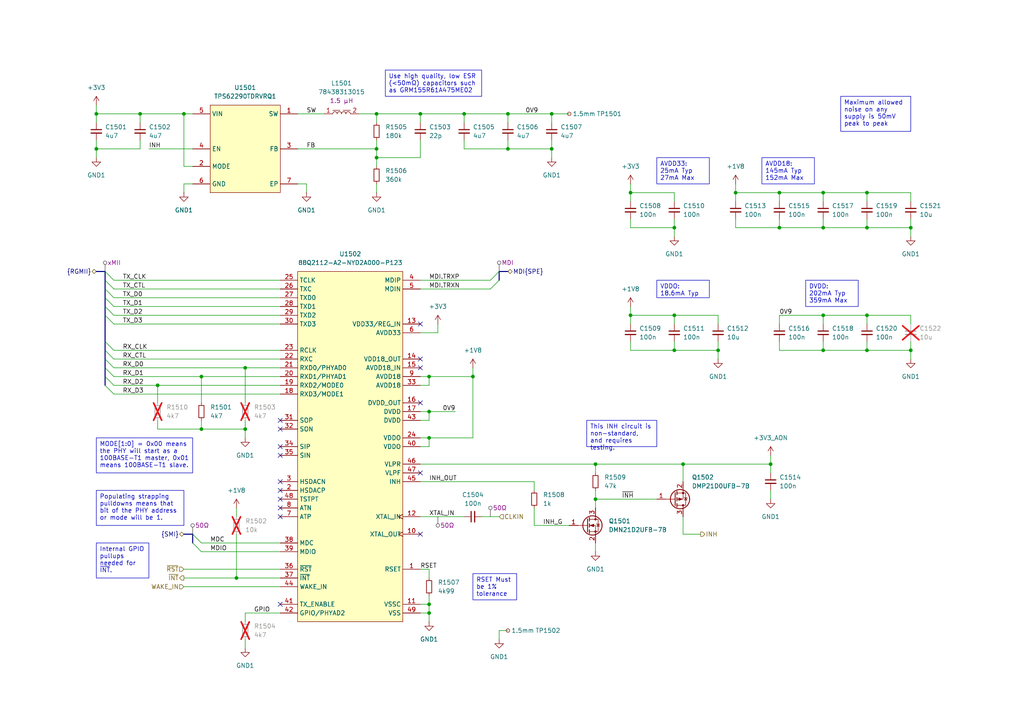
<source format=kicad_sch>
(kicad_sch
	(version 20250114)
	(generator "eeschema")
	(generator_version "9.0")
	(uuid "84d038d6-718d-45e3-b6b8-dc94c586d07e")
	(paper "A4")
	(title_block
		(title "1000BASE-T1 PHY")
		(date "2025-06-30")
	)
	(lib_symbols
		(symbol "Connector:TestPoint_Small"
			(pin_numbers
				(hide yes)
			)
			(pin_names
				(offset 0.762)
				(hide yes)
			)
			(exclude_from_sim no)
			(in_bom yes)
			(on_board yes)
			(property "Reference" "TP"
				(at 0 3.81 0)
				(effects
					(font
						(size 1.27 1.27)
					)
				)
			)
			(property "Value" "TestPoint_Small"
				(at 0 2.032 0)
				(effects
					(font
						(size 1.27 1.27)
					)
				)
			)
			(property "Footprint" ""
				(at 5.08 0 0)
				(effects
					(font
						(size 1.27 1.27)
					)
					(hide yes)
				)
			)
			(property "Datasheet" "~"
				(at 5.08 0 0)
				(effects
					(font
						(size 1.27 1.27)
					)
					(hide yes)
				)
			)
			(property "Description" "test point"
				(at 0 0 0)
				(effects
					(font
						(size 1.27 1.27)
					)
					(hide yes)
				)
			)
			(property "ki_keywords" "test point tp"
				(at 0 0 0)
				(effects
					(font
						(size 1.27 1.27)
					)
					(hide yes)
				)
			)
			(property "ki_fp_filters" "Pin* Test*"
				(at 0 0 0)
				(effects
					(font
						(size 1.27 1.27)
					)
					(hide yes)
				)
			)
			(symbol "TestPoint_Small_0_1"
				(circle
					(center 0 0)
					(radius 0.508)
					(stroke
						(width 0)
						(type default)
					)
					(fill
						(type none)
					)
				)
			)
			(symbol "TestPoint_Small_1_1"
				(pin passive line
					(at 0 0 90)
					(length 0)
					(name "1"
						(effects
							(font
								(size 1.27 1.27)
							)
						)
					)
					(number "1"
						(effects
							(font
								(size 1.27 1.27)
							)
						)
					)
				)
			)
			(embedded_fonts no)
		)
		(symbol "Device:C_Small"
			(pin_numbers
				(hide yes)
			)
			(pin_names
				(offset 0.254)
				(hide yes)
			)
			(exclude_from_sim no)
			(in_bom yes)
			(on_board yes)
			(property "Reference" "C"
				(at 0.254 1.778 0)
				(effects
					(font
						(size 1.27 1.27)
					)
					(justify left)
				)
			)
			(property "Value" "C_Small"
				(at 0.254 -2.032 0)
				(effects
					(font
						(size 1.27 1.27)
					)
					(justify left)
				)
			)
			(property "Footprint" ""
				(at 0 0 0)
				(effects
					(font
						(size 1.27 1.27)
					)
					(hide yes)
				)
			)
			(property "Datasheet" "~"
				(at 0 0 0)
				(effects
					(font
						(size 1.27 1.27)
					)
					(hide yes)
				)
			)
			(property "Description" "Unpolarized capacitor, small symbol"
				(at 0 0 0)
				(effects
					(font
						(size 1.27 1.27)
					)
					(hide yes)
				)
			)
			(property "ki_keywords" "capacitor cap"
				(at 0 0 0)
				(effects
					(font
						(size 1.27 1.27)
					)
					(hide yes)
				)
			)
			(property "ki_fp_filters" "C_*"
				(at 0 0 0)
				(effects
					(font
						(size 1.27 1.27)
					)
					(hide yes)
				)
			)
			(symbol "C_Small_0_1"
				(polyline
					(pts
						(xy -1.524 0.508) (xy 1.524 0.508)
					)
					(stroke
						(width 0.3048)
						(type default)
					)
					(fill
						(type none)
					)
				)
				(polyline
					(pts
						(xy -1.524 -0.508) (xy 1.524 -0.508)
					)
					(stroke
						(width 0.3302)
						(type default)
					)
					(fill
						(type none)
					)
				)
			)
			(symbol "C_Small_1_1"
				(pin passive line
					(at 0 2.54 270)
					(length 2.032)
					(name "~"
						(effects
							(font
								(size 1.27 1.27)
							)
						)
					)
					(number "1"
						(effects
							(font
								(size 1.27 1.27)
							)
						)
					)
				)
				(pin passive line
					(at 0 -2.54 90)
					(length 2.032)
					(name "~"
						(effects
							(font
								(size 1.27 1.27)
							)
						)
					)
					(number "2"
						(effects
							(font
								(size 1.27 1.27)
							)
						)
					)
				)
			)
			(embedded_fonts no)
		)
		(symbol "Device:R_Small"
			(pin_numbers
				(hide yes)
			)
			(pin_names
				(offset 0.254)
				(hide yes)
			)
			(exclude_from_sim no)
			(in_bom yes)
			(on_board yes)
			(property "Reference" "R"
				(at 0 0 90)
				(effects
					(font
						(size 1.016 1.016)
					)
				)
			)
			(property "Value" "R_Small"
				(at 1.778 0 90)
				(effects
					(font
						(size 1.27 1.27)
					)
				)
			)
			(property "Footprint" ""
				(at 0 0 0)
				(effects
					(font
						(size 1.27 1.27)
					)
					(hide yes)
				)
			)
			(property "Datasheet" "~"
				(at 0 0 0)
				(effects
					(font
						(size 1.27 1.27)
					)
					(hide yes)
				)
			)
			(property "Description" "Resistor, small symbol"
				(at 0 0 0)
				(effects
					(font
						(size 1.27 1.27)
					)
					(hide yes)
				)
			)
			(property "ki_keywords" "R resistor"
				(at 0 0 0)
				(effects
					(font
						(size 1.27 1.27)
					)
					(hide yes)
				)
			)
			(property "ki_fp_filters" "R_*"
				(at 0 0 0)
				(effects
					(font
						(size 1.27 1.27)
					)
					(hide yes)
				)
			)
			(symbol "R_Small_0_1"
				(rectangle
					(start -0.762 1.778)
					(end 0.762 -1.778)
					(stroke
						(width 0.2032)
						(type default)
					)
					(fill
						(type none)
					)
				)
			)
			(symbol "R_Small_1_1"
				(pin passive line
					(at 0 2.54 270)
					(length 0.762)
					(name "~"
						(effects
							(font
								(size 1.27 1.27)
							)
						)
					)
					(number "1"
						(effects
							(font
								(size 1.27 1.27)
							)
						)
					)
				)
				(pin passive line
					(at 0 -2.54 90)
					(length 0.762)
					(name "~"
						(effects
							(font
								(size 1.27 1.27)
							)
						)
					)
					(number "2"
						(effects
							(font
								(size 1.27 1.27)
							)
						)
					)
				)
			)
			(embedded_fonts no)
		)
		(symbol "ETH-PHY:88Q2112-A2-NYD2A000-P123"
			(exclude_from_sim no)
			(in_bom yes)
			(on_board yes)
			(property "Reference" "U"
				(at 0 5.08 0)
				(effects
					(font
						(size 1.27 1.27)
					)
				)
			)
			(property "Value" "88Q2112-A2-NYD2A000-P123"
				(at 0 2.54 0)
				(effects
					(font
						(size 1.27 1.27)
					)
				)
			)
			(property "Footprint" "project_footprints:88Q2112"
				(at 1.27 -109.22 0)
				(effects
					(font
						(size 1.27 1.27)
					)
					(hide yes)
				)
			)
			(property "Datasheet" "https://lcsc.com/datasheet/lcsc_datasheet_2410121929_Marvell-Tech-88Q2112-A2-NYD2A000-P123_C22387511.pdf"
				(at 1.27 -104.14 0)
				(effects
					(font
						(size 1.27 1.27)
					)
					(hide yes)
				)
			)
			(property "Description" "Marvell Tech 100/1000BASE-T1 PHY, RGMII/SGMII"
				(at 1.27 -106.68 0)
				(effects
					(font
						(size 1.27 1.27)
					)
					(hide yes)
				)
			)
			(property "ki_keywords" "ethernet phy rgmii sgmii 1000base-t1 100base-t1"
				(at 0 0 0)
				(effects
					(font
						(size 1.27 1.27)
					)
					(hide yes)
				)
			)
			(symbol "88Q2112-A2-NYD2A000-P123_1_1"
				(rectangle
					(start -15.24 0)
					(end 15.24 -101.6)
					(stroke
						(width 0)
						(type solid)
					)
					(fill
						(type background)
					)
				)
				(pin input line
					(at -20.32 -2.54 0)
					(length 5.08)
					(name "TCLK"
						(effects
							(font
								(size 1.27 1.27)
							)
						)
					)
					(number "25"
						(effects
							(font
								(size 1.27 1.27)
							)
						)
					)
				)
				(pin input line
					(at -20.32 -5.08 0)
					(length 5.08)
					(name "TXC"
						(effects
							(font
								(size 1.27 1.27)
							)
						)
					)
					(number "26"
						(effects
							(font
								(size 1.27 1.27)
							)
						)
					)
				)
				(pin input line
					(at -20.32 -7.62 0)
					(length 5.08)
					(name "TXD0"
						(effects
							(font
								(size 1.27 1.27)
							)
						)
					)
					(number "27"
						(effects
							(font
								(size 1.27 1.27)
							)
						)
					)
				)
				(pin input line
					(at -20.32 -10.16 0)
					(length 5.08)
					(name "TXD1"
						(effects
							(font
								(size 1.27 1.27)
							)
						)
					)
					(number "28"
						(effects
							(font
								(size 1.27 1.27)
							)
						)
					)
				)
				(pin input line
					(at -20.32 -12.7 0)
					(length 5.08)
					(name "TXD2"
						(effects
							(font
								(size 1.27 1.27)
							)
						)
					)
					(number "29"
						(effects
							(font
								(size 1.27 1.27)
							)
						)
					)
				)
				(pin input line
					(at -20.32 -15.24 0)
					(length 5.08)
					(name "TXD3"
						(effects
							(font
								(size 1.27 1.27)
							)
						)
					)
					(number "30"
						(effects
							(font
								(size 1.27 1.27)
							)
						)
					)
				)
				(pin output line
					(at -20.32 -22.86 0)
					(length 5.08)
					(name "RCLK"
						(effects
							(font
								(size 1.27 1.27)
							)
						)
					)
					(number "23"
						(effects
							(font
								(size 1.27 1.27)
							)
						)
					)
				)
				(pin output line
					(at -20.32 -25.4 0)
					(length 5.08)
					(name "RXC"
						(effects
							(font
								(size 1.27 1.27)
							)
						)
					)
					(number "22"
						(effects
							(font
								(size 1.27 1.27)
							)
						)
					)
				)
				(pin output line
					(at -20.32 -27.94 0)
					(length 5.08)
					(name "RXD0/PHYAD0"
						(effects
							(font
								(size 1.27 1.27)
							)
						)
					)
					(number "21"
						(effects
							(font
								(size 1.27 1.27)
							)
						)
					)
				)
				(pin output line
					(at -20.32 -30.48 0)
					(length 5.08)
					(name "RXD1/PHYAD1"
						(effects
							(font
								(size 1.27 1.27)
							)
						)
					)
					(number "20"
						(effects
							(font
								(size 1.27 1.27)
							)
						)
					)
				)
				(pin output line
					(at -20.32 -33.02 0)
					(length 5.08)
					(name "RXD2/MODE0"
						(effects
							(font
								(size 1.27 1.27)
							)
						)
					)
					(number "19"
						(effects
							(font
								(size 1.27 1.27)
							)
						)
					)
				)
				(pin output line
					(at -20.32 -35.56 0)
					(length 5.08)
					(name "RXD3/MODE1"
						(effects
							(font
								(size 1.27 1.27)
							)
						)
					)
					(number "18"
						(effects
							(font
								(size 1.27 1.27)
							)
						)
					)
				)
				(pin output line
					(at -20.32 -43.18 0)
					(length 5.08)
					(name "SOP"
						(effects
							(font
								(size 1.27 1.27)
							)
						)
					)
					(number "31"
						(effects
							(font
								(size 1.27 1.27)
							)
						)
					)
				)
				(pin output line
					(at -20.32 -45.72 0)
					(length 5.08)
					(name "SON"
						(effects
							(font
								(size 1.27 1.27)
							)
						)
					)
					(number "32"
						(effects
							(font
								(size 1.27 1.27)
							)
						)
					)
				)
				(pin input line
					(at -20.32 -50.8 0)
					(length 5.08)
					(name "SIP"
						(effects
							(font
								(size 1.27 1.27)
							)
						)
					)
					(number "34"
						(effects
							(font
								(size 1.27 1.27)
							)
						)
					)
				)
				(pin input line
					(at -20.32 -53.34 0)
					(length 5.08)
					(name "SIN"
						(effects
							(font
								(size 1.27 1.27)
							)
						)
					)
					(number "35"
						(effects
							(font
								(size 1.27 1.27)
							)
						)
					)
				)
				(pin output line
					(at -20.32 -60.96 0)
					(length 5.08)
					(name "HSDACN"
						(effects
							(font
								(size 1.27 1.27)
							)
						)
					)
					(number "3"
						(effects
							(font
								(size 1.27 1.27)
							)
						)
					)
				)
				(pin output line
					(at -20.32 -63.5 0)
					(length 5.08)
					(name "HSDACP"
						(effects
							(font
								(size 1.27 1.27)
							)
						)
					)
					(number "2"
						(effects
							(font
								(size 1.27 1.27)
							)
						)
					)
				)
				(pin output line
					(at -20.32 -66.04 0)
					(length 5.08)
					(name "TSTPT"
						(effects
							(font
								(size 1.27 1.27)
							)
						)
					)
					(number "48"
						(effects
							(font
								(size 1.27 1.27)
							)
						)
					)
				)
				(pin output line
					(at -20.32 -68.58 0)
					(length 5.08)
					(name "ATN"
						(effects
							(font
								(size 1.27 1.27)
							)
						)
					)
					(number "8"
						(effects
							(font
								(size 1.27 1.27)
							)
						)
					)
				)
				(pin output line
					(at -20.32 -71.12 0)
					(length 5.08)
					(name "ATP"
						(effects
							(font
								(size 1.27 1.27)
							)
						)
					)
					(number "7"
						(effects
							(font
								(size 1.27 1.27)
							)
						)
					)
				)
				(pin input line
					(at -20.32 -78.74 0)
					(length 5.08)
					(name "MDC"
						(effects
							(font
								(size 1.27 1.27)
							)
						)
					)
					(number "38"
						(effects
							(font
								(size 1.27 1.27)
							)
						)
					)
				)
				(pin bidirectional line
					(at -20.32 -81.28 0)
					(length 5.08)
					(name "MDIO"
						(effects
							(font
								(size 1.27 1.27)
							)
						)
					)
					(number "39"
						(effects
							(font
								(size 1.27 1.27)
							)
						)
					)
				)
				(pin input line
					(at -20.32 -86.36 0)
					(length 5.08)
					(name "~{RST}"
						(effects
							(font
								(size 1.27 1.27)
							)
						)
					)
					(number "36"
						(effects
							(font
								(size 1.27 1.27)
							)
						)
					)
				)
				(pin output line
					(at -20.32 -88.9 0)
					(length 5.08)
					(name "~{INT}"
						(effects
							(font
								(size 1.27 1.27)
							)
						)
					)
					(number "37"
						(effects
							(font
								(size 1.27 1.27)
							)
						)
					)
				)
				(pin input line
					(at -20.32 -91.44 0)
					(length 5.08)
					(name "WAKE_IN"
						(effects
							(font
								(size 1.27 1.27)
							)
						)
					)
					(number "44"
						(effects
							(font
								(size 1.27 1.27)
							)
						)
					)
				)
				(pin bidirectional line
					(at -20.32 -96.52 0)
					(length 5.08)
					(name "TX_ENABLE"
						(effects
							(font
								(size 1.27 1.27)
							)
						)
					)
					(number "41"
						(effects
							(font
								(size 1.27 1.27)
							)
						)
					)
				)
				(pin bidirectional line
					(at -20.32 -99.06 0)
					(length 5.08)
					(name "GPIO/PHYAD2"
						(effects
							(font
								(size 1.27 1.27)
							)
						)
					)
					(number "42"
						(effects
							(font
								(size 1.27 1.27)
							)
						)
					)
				)
				(pin bidirectional line
					(at 20.32 -2.54 180)
					(length 5.08)
					(name "MDIP"
						(effects
							(font
								(size 1.27 1.27)
							)
						)
					)
					(number "4"
						(effects
							(font
								(size 1.27 1.27)
							)
						)
					)
				)
				(pin bidirectional line
					(at 20.32 -5.08 180)
					(length 5.08)
					(name "MDIN"
						(effects
							(font
								(size 1.27 1.27)
							)
						)
					)
					(number "5"
						(effects
							(font
								(size 1.27 1.27)
							)
						)
					)
				)
				(pin power_in line
					(at 20.32 -15.24 180)
					(length 5.08)
					(name "VDD33/REG_IN"
						(effects
							(font
								(size 1.27 1.27)
							)
						)
					)
					(number "13"
						(effects
							(font
								(size 1.27 1.27)
							)
						)
					)
				)
				(pin power_in line
					(at 20.32 -17.78 180)
					(length 5.08)
					(name "AVDD33"
						(effects
							(font
								(size 1.27 1.27)
							)
						)
					)
					(number "6"
						(effects
							(font
								(size 1.27 1.27)
							)
						)
					)
				)
				(pin power_out line
					(at 20.32 -25.4 180)
					(length 5.08)
					(name "VDD18_OUT"
						(effects
							(font
								(size 1.27 1.27)
							)
						)
					)
					(number "14"
						(effects
							(font
								(size 1.27 1.27)
							)
						)
					)
				)
				(pin power_in line
					(at 20.32 -27.94 180)
					(length 5.08)
					(name "AVDD18_IN"
						(effects
							(font
								(size 1.27 1.27)
							)
						)
					)
					(number "15"
						(effects
							(font
								(size 1.27 1.27)
							)
						)
					)
				)
				(pin power_in line
					(at 20.32 -30.48 180)
					(length 5.08)
					(name "AVDD18"
						(effects
							(font
								(size 1.27 1.27)
							)
						)
					)
					(number "9"
						(effects
							(font
								(size 1.27 1.27)
							)
						)
					)
				)
				(pin power_in line
					(at 20.32 -33.02 180)
					(length 5.08)
					(name "AVDD18"
						(effects
							(font
								(size 1.27 1.27)
							)
						)
					)
					(number "33"
						(effects
							(font
								(size 1.27 1.27)
							)
						)
					)
				)
				(pin power_out line
					(at 20.32 -38.1 180)
					(length 5.08)
					(name "DVDD_OUT"
						(effects
							(font
								(size 1.27 1.27)
							)
						)
					)
					(number "16"
						(effects
							(font
								(size 1.27 1.27)
							)
						)
					)
				)
				(pin power_in line
					(at 20.32 -40.64 180)
					(length 5.08)
					(name "DVDD"
						(effects
							(font
								(size 1.27 1.27)
							)
						)
					)
					(number "17"
						(effects
							(font
								(size 1.27 1.27)
							)
						)
					)
				)
				(pin power_in line
					(at 20.32 -43.18 180)
					(length 5.08)
					(name "DVDD"
						(effects
							(font
								(size 1.27 1.27)
							)
						)
					)
					(number "43"
						(effects
							(font
								(size 1.27 1.27)
							)
						)
					)
				)
				(pin power_in line
					(at 20.32 -48.26 180)
					(length 5.08)
					(name "VDDO"
						(effects
							(font
								(size 1.27 1.27)
							)
						)
					)
					(number "24"
						(effects
							(font
								(size 1.27 1.27)
							)
						)
					)
				)
				(pin power_in line
					(at 20.32 -50.8 180)
					(length 5.08)
					(name "VDDO"
						(effects
							(font
								(size 1.27 1.27)
							)
						)
					)
					(number "40"
						(effects
							(font
								(size 1.27 1.27)
							)
						)
					)
				)
				(pin input line
					(at 20.32 -55.88 180)
					(length 5.08)
					(name "VLPR"
						(effects
							(font
								(size 1.27 1.27)
							)
						)
					)
					(number "46"
						(effects
							(font
								(size 1.27 1.27)
							)
						)
					)
				)
				(pin input line
					(at 20.32 -58.42 180)
					(length 5.08)
					(name "VLPF"
						(effects
							(font
								(size 1.27 1.27)
							)
						)
					)
					(number "47"
						(effects
							(font
								(size 1.27 1.27)
							)
						)
					)
				)
				(pin output line
					(at 20.32 -60.96 180)
					(length 5.08)
					(name "INH"
						(effects
							(font
								(size 1.27 1.27)
							)
						)
					)
					(number "45"
						(effects
							(font
								(size 1.27 1.27)
							)
						)
					)
				)
				(pin input clock
					(at 20.32 -71.12 180)
					(length 5.08)
					(name "XTAL_IN"
						(effects
							(font
								(size 1.27 1.27)
							)
						)
					)
					(number "12"
						(effects
							(font
								(size 1.27 1.27)
							)
						)
					)
				)
				(pin input clock
					(at 20.32 -76.2 180)
					(length 5.08)
					(name "XTAL_OUT"
						(effects
							(font
								(size 1.27 1.27)
							)
						)
					)
					(number "10"
						(effects
							(font
								(size 1.27 1.27)
							)
						)
					)
				)
				(pin input line
					(at 20.32 -86.36 180)
					(length 5.08)
					(name "RSET"
						(effects
							(font
								(size 1.27 1.27)
							)
						)
					)
					(number "1"
						(effects
							(font
								(size 1.27 1.27)
							)
						)
					)
				)
				(pin passive line
					(at 20.32 -96.52 180)
					(length 5.08)
					(name "VSSC"
						(effects
							(font
								(size 1.27 1.27)
							)
						)
					)
					(number "11"
						(effects
							(font
								(size 1.27 1.27)
							)
						)
					)
				)
				(pin passive line
					(at 20.32 -99.06 180)
					(length 5.08)
					(name "VSS"
						(effects
							(font
								(size 1.27 1.27)
							)
						)
					)
					(number "49"
						(effects
							(font
								(size 1.27 1.27)
							)
						)
					)
				)
			)
			(embedded_fonts no)
		)
		(symbol "MOSFET:DMN21D2UFB-7B"
			(pin_names
				(hide yes)
			)
			(exclude_from_sim no)
			(in_bom yes)
			(on_board yes)
			(property "Reference" "Q"
				(at 11.43 3.81 0)
				(effects
					(font
						(size 1.27 1.27)
					)
					(justify left top)
				)
			)
			(property "Value" "DMN21D2UFB-7B"
				(at 11.43 1.27 0)
				(effects
					(font
						(size 1.27 1.27)
					)
					(justify left top)
				)
			)
			(property "Footprint" "project_footprints:DMN21D2UFB7B"
				(at 11.43 -98.73 0)
				(effects
					(font
						(size 1.27 1.27)
					)
					(justify left top)
					(hide yes)
				)
			)
			(property "Datasheet" "https://componentsearchengine.com/Datasheets/1/DMN21D2UFB-7B.pdf"
				(at 11.43 -198.73 0)
				(effects
					(font
						(size 1.27 1.27)
					)
					(justify left top)
					(hide yes)
				)
			)
			(property "Description" "MOSFET MOSFET BVDSS: 8V-24V X1-DFN1006-3 T&R 10"
				(at 0 -30.48 0)
				(effects
					(font
						(size 1.27 1.27)
					)
					(hide yes)
				)
			)
			(property "Height" "0.53"
				(at 11.43 -398.73 0)
				(effects
					(font
						(size 1.27 1.27)
					)
					(justify left top)
					(hide yes)
				)
			)
			(property "Mouser Part Number" "621-DMN21D2UFB-7B"
				(at 11.43 -498.73 0)
				(effects
					(font
						(size 1.27 1.27)
					)
					(justify left top)
					(hide yes)
				)
			)
			(property "Mouser Price/Stock" ""
				(at 11.43 -598.73 0)
				(effects
					(font
						(size 1.27 1.27)
					)
					(justify left top)
					(hide yes)
				)
			)
			(property "Manufacturer_Name" "Diodes Incorporated"
				(at 11.43 -698.73 0)
				(effects
					(font
						(size 1.27 1.27)
					)
					(justify left top)
					(hide yes)
				)
			)
			(property "Manufacturer_Part_Number" "DMN21D2UFB-7B"
				(at 11.43 -798.73 0)
				(effects
					(font
						(size 1.27 1.27)
					)
					(justify left top)
					(hide yes)
				)
			)
			(symbol "DMN21D2UFB-7B_0_1"
				(polyline
					(pts
						(xy 5.334 1.905) (xy 5.334 -1.905)
					)
					(stroke
						(width 0.254)
						(type default)
					)
					(fill
						(type none)
					)
				)
				(polyline
					(pts
						(xy 5.334 0) (xy 2.54 0)
					)
					(stroke
						(width 0)
						(type default)
					)
					(fill
						(type none)
					)
				)
				(polyline
					(pts
						(xy 5.842 2.286) (xy 5.842 1.27)
					)
					(stroke
						(width 0.254)
						(type default)
					)
					(fill
						(type none)
					)
				)
				(polyline
					(pts
						(xy 5.842 0.508) (xy 5.842 -0.508)
					)
					(stroke
						(width 0.254)
						(type default)
					)
					(fill
						(type none)
					)
				)
				(polyline
					(pts
						(xy 5.842 -1.27) (xy 5.842 -2.286)
					)
					(stroke
						(width 0.254)
						(type default)
					)
					(fill
						(type none)
					)
				)
				(polyline
					(pts
						(xy 5.842 -1.778) (xy 8.382 -1.778) (xy 8.382 1.778) (xy 5.842 1.778)
					)
					(stroke
						(width 0)
						(type default)
					)
					(fill
						(type none)
					)
				)
				(polyline
					(pts
						(xy 6.096 0) (xy 7.112 0.381) (xy 7.112 -0.381) (xy 6.096 0)
					)
					(stroke
						(width 0)
						(type default)
					)
					(fill
						(type outline)
					)
				)
				(circle
					(center 6.731 0)
					(radius 2.794)
					(stroke
						(width 0.254)
						(type default)
					)
					(fill
						(type none)
					)
				)
				(polyline
					(pts
						(xy 7.62 2.54) (xy 7.62 1.778)
					)
					(stroke
						(width 0)
						(type default)
					)
					(fill
						(type none)
					)
				)
				(circle
					(center 7.62 1.778)
					(radius 0.254)
					(stroke
						(width 0)
						(type default)
					)
					(fill
						(type outline)
					)
				)
				(circle
					(center 7.62 -1.778)
					(radius 0.254)
					(stroke
						(width 0)
						(type default)
					)
					(fill
						(type outline)
					)
				)
				(polyline
					(pts
						(xy 7.62 -2.54) (xy 7.62 0) (xy 5.842 0)
					)
					(stroke
						(width 0)
						(type default)
					)
					(fill
						(type none)
					)
				)
				(polyline
					(pts
						(xy 7.874 0.508) (xy 8.001 0.381) (xy 8.763 0.381) (xy 8.89 0.254)
					)
					(stroke
						(width 0)
						(type default)
					)
					(fill
						(type none)
					)
				)
				(polyline
					(pts
						(xy 8.382 0.381) (xy 8.001 -0.254) (xy 8.763 -0.254) (xy 8.382 0.381)
					)
					(stroke
						(width 0)
						(type default)
					)
					(fill
						(type none)
					)
				)
			)
			(symbol "DMN21D2UFB-7B_1_1"
				(pin input line
					(at 0 0 0)
					(length 2.54)
					(name "G"
						(effects
							(font
								(size 1.27 1.27)
							)
						)
					)
					(number "1"
						(effects
							(font
								(size 1.27 1.27)
							)
						)
					)
				)
				(pin passive line
					(at 7.62 5.08 270)
					(length 2.54)
					(name "D"
						(effects
							(font
								(size 1.27 1.27)
							)
						)
					)
					(number "3"
						(effects
							(font
								(size 1.27 1.27)
							)
						)
					)
				)
				(pin passive line
					(at 7.62 -5.08 90)
					(length 2.54)
					(name "S"
						(effects
							(font
								(size 1.27 1.27)
							)
						)
					)
					(number "2"
						(effects
							(font
								(size 1.27 1.27)
							)
						)
					)
				)
			)
			(embedded_fonts no)
		)
		(symbol "MOSFET:DMP21D0UFB-7B"
			(pin_names
				(hide yes)
			)
			(exclude_from_sim no)
			(in_bom yes)
			(on_board yes)
			(property "Reference" "Q"
				(at 3.81 2.54 0)
				(effects
					(font
						(size 1.27 1.27)
					)
					(justify left top)
				)
			)
			(property "Value" "DMP21D0UFB-7B"
				(at 3.81 0 0)
				(effects
					(font
						(size 1.27 1.27)
					)
					(justify left top)
				)
			)
			(property "Footprint" "project_footprints:DMP21D0UFB7B"
				(at 11.43 -98.73 0)
				(effects
					(font
						(size 1.27 1.27)
					)
					(justify left top)
					(hide yes)
				)
			)
			(property "Datasheet" "https://www.diodes.com/assets/Datasheets/DMP21D0UFB.pdf"
				(at 11.43 -198.73 0)
				(effects
					(font
						(size 1.27 1.27)
					)
					(justify left top)
					(hide yes)
				)
			)
			(property "Description" "P-Channel 20 V 770mA (Ta) 430mW (Ta) Surface Mount X1-DFN1006-3"
				(at 0 -13.97 0)
				(effects
					(font
						(size 1.27 1.27)
					)
					(hide yes)
				)
			)
			(property "Height" "0.53"
				(at 11.43 -398.73 0)
				(effects
					(font
						(size 1.27 1.27)
					)
					(justify left top)
					(hide yes)
				)
			)
			(property "Mouser Part Number" "621-DMP21D0UFB-7B"
				(at 11.43 -498.73 0)
				(effects
					(font
						(size 1.27 1.27)
					)
					(justify left top)
					(hide yes)
				)
			)
			(property "Mouser Price/Stock" "https://www.mouser.co.uk/ProductDetail/Diodes-Incorporated/DMP21D0UFB-7B?qs=LpBYLtn23FTBHQvdgGhtnA%3D%3D"
				(at 11.43 -598.73 0)
				(effects
					(font
						(size 1.27 1.27)
					)
					(justify left top)
					(hide yes)
				)
			)
			(property "Manufacturer_Name" "Diodes Incorporated"
				(at 11.43 -698.73 0)
				(effects
					(font
						(size 1.27 1.27)
					)
					(justify left top)
					(hide yes)
				)
			)
			(property "Manufacturer_Part_Number" "DMP21D0UFB-7B"
				(at 11.43 -798.73 0)
				(effects
					(font
						(size 1.27 1.27)
					)
					(justify left top)
					(hide yes)
				)
			)
			(symbol "DMP21D0UFB-7B_0_1"
				(polyline
					(pts
						(xy -2.286 1.905) (xy -2.286 -1.905)
					)
					(stroke
						(width 0.254)
						(type default)
					)
					(fill
						(type none)
					)
				)
				(polyline
					(pts
						(xy -2.286 0) (xy -5.08 0)
					)
					(stroke
						(width 0)
						(type default)
					)
					(fill
						(type none)
					)
				)
				(polyline
					(pts
						(xy -1.778 2.286) (xy -1.778 1.27)
					)
					(stroke
						(width 0.254)
						(type default)
					)
					(fill
						(type none)
					)
				)
				(polyline
					(pts
						(xy -1.778 1.778) (xy 0.762 1.778) (xy 0.762 -1.778) (xy -1.778 -1.778)
					)
					(stroke
						(width 0)
						(type default)
					)
					(fill
						(type none)
					)
				)
				(polyline
					(pts
						(xy -1.778 0.508) (xy -1.778 -0.508)
					)
					(stroke
						(width 0.254)
						(type default)
					)
					(fill
						(type none)
					)
				)
				(polyline
					(pts
						(xy -1.778 -1.27) (xy -1.778 -2.286)
					)
					(stroke
						(width 0.254)
						(type default)
					)
					(fill
						(type none)
					)
				)
				(circle
					(center -0.889 0)
					(radius 2.794)
					(stroke
						(width 0.254)
						(type default)
					)
					(fill
						(type none)
					)
				)
				(polyline
					(pts
						(xy -0.254 0) (xy -1.27 0.381) (xy -1.27 -0.381) (xy -0.254 0)
					)
					(stroke
						(width 0)
						(type default)
					)
					(fill
						(type outline)
					)
				)
				(polyline
					(pts
						(xy 0 2.54) (xy 0 1.778)
					)
					(stroke
						(width 0)
						(type default)
					)
					(fill
						(type none)
					)
				)
				(circle
					(center 0 1.778)
					(radius 0.254)
					(stroke
						(width 0)
						(type default)
					)
					(fill
						(type outline)
					)
				)
				(circle
					(center 0 -1.778)
					(radius 0.254)
					(stroke
						(width 0)
						(type default)
					)
					(fill
						(type outline)
					)
				)
				(polyline
					(pts
						(xy 0 -2.54) (xy 0 0) (xy -1.778 0)
					)
					(stroke
						(width 0)
						(type default)
					)
					(fill
						(type none)
					)
				)
				(polyline
					(pts
						(xy 0.254 -0.508) (xy 0.381 -0.381) (xy 1.143 -0.381) (xy 1.27 -0.254)
					)
					(stroke
						(width 0)
						(type default)
					)
					(fill
						(type none)
					)
				)
				(polyline
					(pts
						(xy 0.762 -0.381) (xy 0.381 0.254) (xy 1.143 0.254) (xy 0.762 -0.381)
					)
					(stroke
						(width 0)
						(type default)
					)
					(fill
						(type none)
					)
				)
			)
			(symbol "DMP21D0UFB-7B_1_1"
				(pin input line
					(at -7.62 0 0)
					(length 2.54)
					(name "G"
						(effects
							(font
								(size 1.27 1.27)
							)
						)
					)
					(number "1"
						(effects
							(font
								(size 1.27 1.27)
							)
						)
					)
				)
				(pin passive line
					(at 0 5.08 270)
					(length 2.54)
					(name "D"
						(effects
							(font
								(size 1.27 1.27)
							)
						)
					)
					(number "3"
						(effects
							(font
								(size 1.27 1.27)
							)
						)
					)
				)
				(pin passive line
					(at 0 -5.08 90)
					(length 2.54)
					(name "S"
						(effects
							(font
								(size 1.27 1.27)
							)
						)
					)
					(number "2"
						(effects
							(font
								(size 1.27 1.27)
							)
						)
					)
				)
			)
			(embedded_fonts no)
		)
		(symbol "PWR-IND:1610_78438313015"
			(pin_names
				(hide yes)
			)
			(exclude_from_sim no)
			(in_bom yes)
			(on_board yes)
			(property "Reference" "L"
				(at 0 8.89 0)
				(effects
					(font
						(size 1.27 1.27)
					)
				)
			)
			(property "Value" "78438313015"
				(at 0 6.35 0)
				(effects
					(font
						(size 1.27 1.27)
					)
				)
			)
			(property "Footprint" "project_footprints:L_Wurth_WE-MAIA-1610"
				(at 12.7 20.32 0)
				(effects
					(font
						(size 1.27 1.27)
					)
					(justify left)
					(hide yes)
				)
			)
			(property "Datasheet" "https://www.we-online.com/catalog/datasheet/78438313015.pdf?ki"
				(at 12.7 17.78 0)
				(effects
					(font
						(size 1.27 1.27)
					)
					(justify left)
					(hide yes)
				)
			)
			(property "Description" "Single Coil Power Inductor"
				(at 0 0 0)
				(effects
					(font
						(size 1.27 1.27)
					)
					(hide yes)
				)
			)
			(property "Manufacturer" "Wurth Elektronik"
				(at 12.7 15.24 0)
				(effects
					(font
						(size 1.27 1.27)
					)
					(justify left)
					(hide yes)
				)
			)
			(property "Manufacturer URL" "https://www.we-online.com"
				(at 12.7 12.7 0)
				(effects
					(font
						(size 1.27 1.27)
					)
					(justify left)
					(hide yes)
				)
			)
			(property "Published Date" "20250429"
				(at 12.7 10.16 0)
				(effects
					(font
						(size 1.27 1.27)
					)
					(justify left)
					(hide yes)
				)
			)
			(property "Match Code" "WE-MAIA"
				(at 12.7 7.62 0)
				(effects
					(font
						(size 1.27 1.27)
					)
					(justify left)
					(hide yes)
				)
			)
			(property "Part Number" "78438313015"
				(at 12.7 5.08 0)
				(effects
					(font
						(size 1.27 1.27)
					)
					(justify left)
					(hide yes)
				)
			)
			(property "Size" "1610"
				(at 12.7 2.54 0)
				(effects
					(font
						(size 1.27 1.27)
					)
					(justify left)
					(hide yes)
				)
			)
			(property "Mounting Technology" "SMT"
				(at 12.7 0 0)
				(effects
					(font
						(size 1.27 1.27)
					)
					(justify left)
					(hide yes)
				)
			)
			(property "L (µH)" "1.5"
				(at 12.7 -2.54 0)
				(effects
					(font
						(size 1.27 1.27)
					)
					(justify left)
					(hide yes)
				)
			)
			(property "ISAT,10% (A)" "1.8"
				(at 12.7 -5.08 0)
				(effects
					(font
						(size 1.27 1.27)
					)
					(justify left)
					(hide yes)
				)
			)
			(property "ISAT,30% (A)" "3.45"
				(at 12.7 -7.62 0)
				(effects
					(font
						(size 1.27 1.27)
					)
					(justify left)
					(hide yes)
				)
			)
			(property "RDC max. (mΩ)" "237.0"
				(at 12.7 -10.16 0)
				(effects
					(font
						(size 1.27 1.27)
					)
					(justify left)
					(hide yes)
				)
			)
			(property "fres (MHz)" "90.0"
				(at 12.7 -12.7 0)
				(effects
					(font
						(size 1.27 1.27)
					)
					(justify left)
					(hide yes)
				)
			)
			(property "IRP,40K (A)" "1.8"
				(at 12.7 -15.24 0)
				(effects
					(font
						(size 1.27 1.27)
					)
					(justify left)
					(hide yes)
				)
			)
			(property "Critical Parameter" "1.5 µH"
				(at 0 3.81 0)
				(effects
					(font
						(size 1.27 1.27)
					)
				)
			)
			(property "ki_keywords" "SMT"
				(at 0 0 0)
				(effects
					(font
						(size 1.27 1.27)
					)
					(hide yes)
				)
			)
			(property "ki_fp_filters" "*WE-MAIA*1610*"
				(at 0 0 0)
				(effects
					(font
						(size 1.27 1.27)
					)
					(hide yes)
				)
			)
			(symbol "1610_78438313015_0_1"
				(polyline
					(pts
						(xy -2.54 1.016) (xy -0.508 1.016)
					)
					(stroke
						(width 0)
						(type default)
					)
					(fill
						(type none)
					)
				)
				(arc
					(start -2.54 0)
					(mid -1.905 0.6323)
					(end -1.27 0)
					(stroke
						(width 0)
						(type default)
					)
					(fill
						(type none)
					)
				)
				(arc
					(start -1.27 0)
					(mid -0.635 0.6323)
					(end 0 0)
					(stroke
						(width 0)
						(type default)
					)
					(fill
						(type none)
					)
				)
				(arc
					(start 0 0)
					(mid 0.635 0.6323)
					(end 1.27 0)
					(stroke
						(width 0)
						(type default)
					)
					(fill
						(type none)
					)
				)
				(arc
					(start 1.27 0)
					(mid 1.905 0.6323)
					(end 2.54 0)
					(stroke
						(width 0)
						(type default)
					)
					(fill
						(type none)
					)
				)
			)
			(symbol "1610_78438313015_1_1"
				(polyline
					(pts
						(xy 2.54 1.016) (xy 0.508 1.016)
					)
					(stroke
						(width 0)
						(type default)
					)
					(fill
						(type none)
					)
				)
				(pin power_in line
					(at -5.08 0 0)
					(length 2.54)
					(name "1"
						(effects
							(font
								(size 1.27 1.27)
							)
						)
					)
					(number "1"
						(effects
							(font
								(size 1.27 1.27)
							)
						)
					)
				)
				(pin power_out line
					(at 5.08 0 180)
					(length 2.54)
					(name "2"
						(effects
							(font
								(size 1.27 1.27)
							)
						)
					)
					(number "2"
						(effects
							(font
								(size 1.27 1.27)
							)
						)
					)
				)
			)
			(embedded_fonts no)
		)
		(symbol "PWR-SMPS:TPS62290TDRVRQ1"
			(exclude_from_sim no)
			(in_bom yes)
			(on_board yes)
			(property "Reference" "U"
				(at 0 5.08 0)
				(effects
					(font
						(size 1.27 1.27)
					)
				)
			)
			(property "Value" "TPS62290TDRVRQ1"
				(at 0 2.54 0)
				(effects
					(font
						(size 1.27 1.27)
					)
				)
			)
			(property "Footprint" "project_footprints:SON65P200X200X80-7N"
				(at 26.67 -94.92 0)
				(effects
					(font
						(size 1.27 1.27)
					)
					(justify left top)
					(hide yes)
				)
			)
			(property "Datasheet" "http://www.ti.com/lit/gpn/tps62290-q1"
				(at 26.67 -194.92 0)
				(effects
					(font
						(size 1.27 1.27)
					)
					(justify left top)
					(hide yes)
				)
			)
			(property "Description" "Automotive 2.3V to 6V, 2.25MHz Fixed Frequency 1A Buck Converter in 2x2mm SON/TSOT23 Package"
				(at 0 -27.94 0)
				(effects
					(font
						(size 1.27 1.27)
					)
					(hide yes)
				)
			)
			(property "Height" "0.8"
				(at 26.67 -394.92 0)
				(effects
					(font
						(size 1.27 1.27)
					)
					(justify left top)
					(hide yes)
				)
			)
			(property "Mouser Part Number" "595-TPS62290TDRVRQ1"
				(at 26.67 -494.92 0)
				(effects
					(font
						(size 1.27 1.27)
					)
					(justify left top)
					(hide yes)
				)
			)
			(property "Mouser Price/Stock" "https://www.mouser.co.uk/ProductDetail/Texas-Instruments/TPS62290TDRVRQ1?qs=NiBvnJE4bX0YWtuMnJowVQ%3D%3D"
				(at 26.67 -594.92 0)
				(effects
					(font
						(size 1.27 1.27)
					)
					(justify left top)
					(hide yes)
				)
			)
			(property "Manufacturer_Name" "Texas Instruments"
				(at 26.67 -694.92 0)
				(effects
					(font
						(size 1.27 1.27)
					)
					(justify left top)
					(hide yes)
				)
			)
			(property "Manufacturer_Part_Number" "TPS62290TDRVRQ1"
				(at 26.67 -794.92 0)
				(effects
					(font
						(size 1.27 1.27)
					)
					(justify left top)
					(hide yes)
				)
			)
			(symbol "TPS62290TDRVRQ1_1_1"
				(rectangle
					(start -10.16 0)
					(end 10.16 -25.4)
					(stroke
						(width 0)
						(type solid)
					)
					(fill
						(type background)
					)
				)
				(pin power_in line
					(at -15.24 -2.54 0)
					(length 5.08)
					(name "VIN"
						(effects
							(font
								(size 1.27 1.27)
							)
						)
					)
					(number "5"
						(effects
							(font
								(size 1.27 1.27)
							)
						)
					)
				)
				(pin input line
					(at -15.24 -12.7 0)
					(length 5.08)
					(name "EN"
						(effects
							(font
								(size 1.27 1.27)
							)
						)
					)
					(number "4"
						(effects
							(font
								(size 1.27 1.27)
							)
						)
					)
				)
				(pin input line
					(at -15.24 -17.78 0)
					(length 5.08)
					(name "MODE"
						(effects
							(font
								(size 1.27 1.27)
							)
						)
					)
					(number "2"
						(effects
							(font
								(size 1.27 1.27)
							)
						)
					)
				)
				(pin power_in line
					(at -15.24 -22.86 0)
					(length 5.08)
					(name "GND"
						(effects
							(font
								(size 1.27 1.27)
							)
						)
					)
					(number "6"
						(effects
							(font
								(size 1.27 1.27)
							)
						)
					)
				)
				(pin power_out line
					(at 15.24 -2.54 180)
					(length 5.08)
					(name "SW"
						(effects
							(font
								(size 1.27 1.27)
							)
						)
					)
					(number "1"
						(effects
							(font
								(size 1.27 1.27)
							)
						)
					)
				)
				(pin input line
					(at 15.24 -12.7 180)
					(length 5.08)
					(name "FB"
						(effects
							(font
								(size 1.27 1.27)
							)
						)
					)
					(number "3"
						(effects
							(font
								(size 1.27 1.27)
							)
						)
					)
				)
				(pin power_in line
					(at 15.24 -22.86 180)
					(length 5.08)
					(name "EP"
						(effects
							(font
								(size 1.27 1.27)
							)
						)
					)
					(number "7"
						(effects
							(font
								(size 1.27 1.27)
							)
						)
					)
				)
			)
			(embedded_fonts no)
		)
		(symbol "PWR-SYM:+3V3_AON"
			(power)
			(pin_numbers
				(hide yes)
			)
			(pin_names
				(offset 0)
				(hide yes)
			)
			(exclude_from_sim no)
			(in_bom yes)
			(on_board yes)
			(property "Reference" "#PWR"
				(at 0 -3.81 0)
				(effects
					(font
						(size 1.27 1.27)
					)
					(hide yes)
				)
			)
			(property "Value" "+3V3_AON"
				(at 0 3.556 0)
				(effects
					(font
						(size 1.27 1.27)
					)
				)
			)
			(property "Footprint" ""
				(at 0 0 0)
				(effects
					(font
						(size 1.27 1.27)
					)
					(hide yes)
				)
			)
			(property "Datasheet" ""
				(at 0 0 0)
				(effects
					(font
						(size 1.27 1.27)
					)
					(hide yes)
				)
			)
			(property "Description" "Power symbol creates a global label with name \"+3V3_AON\""
				(at 0 0 0)
				(effects
					(font
						(size 1.27 1.27)
					)
					(hide yes)
				)
			)
			(property "ki_keywords" "global power"
				(at 0 0 0)
				(effects
					(font
						(size 1.27 1.27)
					)
					(hide yes)
				)
			)
			(symbol "+3V3_AON_0_1"
				(polyline
					(pts
						(xy -0.762 1.27) (xy 0 2.54)
					)
					(stroke
						(width 0)
						(type default)
					)
					(fill
						(type none)
					)
				)
				(polyline
					(pts
						(xy 0 2.54) (xy 0.762 1.27)
					)
					(stroke
						(width 0)
						(type default)
					)
					(fill
						(type none)
					)
				)
				(polyline
					(pts
						(xy 0 0) (xy 0 2.54)
					)
					(stroke
						(width 0)
						(type default)
					)
					(fill
						(type none)
					)
				)
			)
			(symbol "+3V3_AON_1_1"
				(pin power_in line
					(at 0 0 90)
					(length 0)
					(name "~"
						(effects
							(font
								(size 1.27 1.27)
							)
						)
					)
					(number "1"
						(effects
							(font
								(size 1.27 1.27)
							)
						)
					)
				)
			)
			(embedded_fonts no)
		)
		(symbol "power:+1V8"
			(power)
			(pin_numbers
				(hide yes)
			)
			(pin_names
				(offset 0)
				(hide yes)
			)
			(exclude_from_sim no)
			(in_bom yes)
			(on_board yes)
			(property "Reference" "#PWR"
				(at 0 -3.81 0)
				(effects
					(font
						(size 1.27 1.27)
					)
					(hide yes)
				)
			)
			(property "Value" "+1V8"
				(at 0 3.556 0)
				(effects
					(font
						(size 1.27 1.27)
					)
				)
			)
			(property "Footprint" ""
				(at 0 0 0)
				(effects
					(font
						(size 1.27 1.27)
					)
					(hide yes)
				)
			)
			(property "Datasheet" ""
				(at 0 0 0)
				(effects
					(font
						(size 1.27 1.27)
					)
					(hide yes)
				)
			)
			(property "Description" "Power symbol creates a global label with name \"+1V8\""
				(at 0 0 0)
				(effects
					(font
						(size 1.27 1.27)
					)
					(hide yes)
				)
			)
			(property "ki_keywords" "global power"
				(at 0 0 0)
				(effects
					(font
						(size 1.27 1.27)
					)
					(hide yes)
				)
			)
			(symbol "+1V8_0_1"
				(polyline
					(pts
						(xy -0.762 1.27) (xy 0 2.54)
					)
					(stroke
						(width 0)
						(type default)
					)
					(fill
						(type none)
					)
				)
				(polyline
					(pts
						(xy 0 2.54) (xy 0.762 1.27)
					)
					(stroke
						(width 0)
						(type default)
					)
					(fill
						(type none)
					)
				)
				(polyline
					(pts
						(xy 0 0) (xy 0 2.54)
					)
					(stroke
						(width 0)
						(type default)
					)
					(fill
						(type none)
					)
				)
			)
			(symbol "+1V8_1_1"
				(pin power_in line
					(at 0 0 90)
					(length 0)
					(name "~"
						(effects
							(font
								(size 1.27 1.27)
							)
						)
					)
					(number "1"
						(effects
							(font
								(size 1.27 1.27)
							)
						)
					)
				)
			)
			(embedded_fonts no)
		)
		(symbol "power:+3V3"
			(power)
			(pin_numbers
				(hide yes)
			)
			(pin_names
				(offset 0)
				(hide yes)
			)
			(exclude_from_sim no)
			(in_bom yes)
			(on_board yes)
			(property "Reference" "#PWR"
				(at 0 -3.81 0)
				(effects
					(font
						(size 1.27 1.27)
					)
					(hide yes)
				)
			)
			(property "Value" "+3V3"
				(at 0 3.556 0)
				(effects
					(font
						(size 1.27 1.27)
					)
				)
			)
			(property "Footprint" ""
				(at 0 0 0)
				(effects
					(font
						(size 1.27 1.27)
					)
					(hide yes)
				)
			)
			(property "Datasheet" ""
				(at 0 0 0)
				(effects
					(font
						(size 1.27 1.27)
					)
					(hide yes)
				)
			)
			(property "Description" "Power symbol creates a global label with name \"+3V3\""
				(at 0 0 0)
				(effects
					(font
						(size 1.27 1.27)
					)
					(hide yes)
				)
			)
			(property "ki_keywords" "global power"
				(at 0 0 0)
				(effects
					(font
						(size 1.27 1.27)
					)
					(hide yes)
				)
			)
			(symbol "+3V3_0_1"
				(polyline
					(pts
						(xy -0.762 1.27) (xy 0 2.54)
					)
					(stroke
						(width 0)
						(type default)
					)
					(fill
						(type none)
					)
				)
				(polyline
					(pts
						(xy 0 2.54) (xy 0.762 1.27)
					)
					(stroke
						(width 0)
						(type default)
					)
					(fill
						(type none)
					)
				)
				(polyline
					(pts
						(xy 0 0) (xy 0 2.54)
					)
					(stroke
						(width 0)
						(type default)
					)
					(fill
						(type none)
					)
				)
			)
			(symbol "+3V3_1_1"
				(pin power_in line
					(at 0 0 90)
					(length 0)
					(name "~"
						(effects
							(font
								(size 1.27 1.27)
							)
						)
					)
					(number "1"
						(effects
							(font
								(size 1.27 1.27)
							)
						)
					)
				)
			)
			(embedded_fonts no)
		)
		(symbol "power:GND1"
			(power)
			(pin_numbers
				(hide yes)
			)
			(pin_names
				(offset 0)
				(hide yes)
			)
			(exclude_from_sim no)
			(in_bom yes)
			(on_board yes)
			(property "Reference" "#PWR"
				(at 0 -6.35 0)
				(effects
					(font
						(size 1.27 1.27)
					)
					(hide yes)
				)
			)
			(property "Value" "GND1"
				(at 0 -3.81 0)
				(effects
					(font
						(size 1.27 1.27)
					)
				)
			)
			(property "Footprint" ""
				(at 0 0 0)
				(effects
					(font
						(size 1.27 1.27)
					)
					(hide yes)
				)
			)
			(property "Datasheet" ""
				(at 0 0 0)
				(effects
					(font
						(size 1.27 1.27)
					)
					(hide yes)
				)
			)
			(property "Description" "Power symbol creates a global label with name \"GND1\" , ground"
				(at 0 0 0)
				(effects
					(font
						(size 1.27 1.27)
					)
					(hide yes)
				)
			)
			(property "ki_keywords" "global power"
				(at 0 0 0)
				(effects
					(font
						(size 1.27 1.27)
					)
					(hide yes)
				)
			)
			(symbol "GND1_0_1"
				(polyline
					(pts
						(xy 0 0) (xy 0 -1.27) (xy 1.27 -1.27) (xy 0 -2.54) (xy -1.27 -1.27) (xy 0 -1.27)
					)
					(stroke
						(width 0)
						(type default)
					)
					(fill
						(type none)
					)
				)
			)
			(symbol "GND1_1_1"
				(pin power_in line
					(at 0 0 270)
					(length 0)
					(name "~"
						(effects
							(font
								(size 1.27 1.27)
							)
						)
					)
					(number "1"
						(effects
							(font
								(size 1.27 1.27)
							)
						)
					)
				)
			)
			(embedded_fonts no)
		)
	)
	(text_box "AVDD18:\n145mA Typ\n152mA Max"
		(exclude_from_sim no)
		(at 220.98 45.72 0)
		(size 15.24 7.62)
		(margins 0.9525 0.9525 0.9525 0.9525)
		(stroke
			(width 0)
			(type solid)
		)
		(fill
			(type none)
		)
		(effects
			(font
				(size 1.27 1.27)
			)
			(justify left top)
		)
		(uuid "14cd1ae6-9e57-44b9-a7f0-d74f2f0c194e")
	)
	(text_box "RSET Must be 1% tolerance"
		(exclude_from_sim no)
		(at 137.16 166.37 0)
		(size 12.7 7.62)
		(margins 0.9525 0.9525 0.9525 0.9525)
		(stroke
			(width 0)
			(type solid)
		)
		(fill
			(type none)
		)
		(effects
			(font
				(size 1.27 1.27)
			)
			(justify left top)
		)
		(uuid "16bbc1a4-a2bd-4074-b5f7-409652c90ec0")
	)
	(text_box "Use high quality, low ESR (<50mΩ) capacitors such as GRM155R61A475ME02"
		(exclude_from_sim no)
		(at 111.76 20.32 0)
		(size 27.94 7.62)
		(margins 0.9525 0.9525 0.9525 0.9525)
		(stroke
			(width 0)
			(type solid)
		)
		(fill
			(type none)
		)
		(effects
			(font
				(size 1.27 1.27)
			)
			(justify left top)
		)
		(uuid "24a85da8-aa22-4604-9542-b2dcf67b7698")
	)
	(text_box "Populating strapping pulldowns means that bit of the PHY address or mode will be 1."
		(exclude_from_sim no)
		(at 27.94 142.24 0)
		(size 25.4 10.16)
		(margins 0.9525 0.9525 0.9525 0.9525)
		(stroke
			(width 0)
			(type solid)
		)
		(fill
			(type none)
		)
		(effects
			(font
				(size 1.27 1.27)
			)
			(justify left top)
		)
		(uuid "3f4428b6-b7da-493f-ad4a-d75d0ae3c408")
	)
	(text_box "AVDD33:\n25mA Typ\n27mA Max"
		(exclude_from_sim no)
		(at 190.5 45.72 0)
		(size 15.24 7.62)
		(margins 0.9525 0.9525 0.9525 0.9525)
		(stroke
			(width 0)
			(type solid)
		)
		(fill
			(type none)
		)
		(effects
			(font
				(size 1.27 1.27)
			)
			(justify left top)
		)
		(uuid "40b0139f-5831-4ca5-8d31-e9e5dafaa2df")
	)
	(text_box "VDDO:\n18.6mA Typ"
		(exclude_from_sim no)
		(at 190.5 81.28 0)
		(size 15.24 5.08)
		(margins 0.9525 0.9525 0.9525 0.9525)
		(stroke
			(width 0)
			(type solid)
		)
		(fill
			(type none)
		)
		(effects
			(font
				(size 1.27 1.27)
			)
			(justify left top)
		)
		(uuid "566723dc-18e2-4a03-9528-f78287368970")
	)
	(text_box "DVDD:\n202mA Typ\n359mA Max"
		(exclude_from_sim no)
		(at 233.68 81.28 0)
		(size 15.24 7.62)
		(margins 0.9525 0.9525 0.9525 0.9525)
		(stroke
			(width 0)
			(type solid)
		)
		(fill
			(type none)
		)
		(effects
			(font
				(size 1.27 1.27)
			)
			(justify left top)
		)
		(uuid "766fa368-0815-46a3-9c7c-28193b60a82e")
	)
	(text_box "This INH circuit is non-standard, and requires testing."
		(exclude_from_sim no)
		(at 170.18 121.92 0)
		(size 20.32 7.62)
		(margins 0.9525 0.9525 0.9525 0.9525)
		(stroke
			(width 0)
			(type solid)
		)
		(fill
			(type none)
		)
		(effects
			(font
				(size 1.27 1.27)
			)
			(justify left top)
		)
		(uuid "bab16cc2-6ba8-45a1-9539-2ebcc190aac4")
	)
	(text_box "MODE[1:0] = 0x00 means the PHY will start as a 100BASE-T1 master, 0x01 means 100BASE-T1 slave."
		(exclude_from_sim no)
		(at 27.94 127 0)
		(size 27.94 10.16)
		(margins 0.9525 0.9525 0.9525 0.9525)
		(stroke
			(width 0)
			(type solid)
		)
		(fill
			(type none)
		)
		(effects
			(font
				(size 1.27 1.27)
			)
			(justify left top)
		)
		(uuid "c4ff9aff-b1d4-4633-80d8-70bedb373e48")
	)
	(text_box "Maximum allowed noise on any supply is 50mV peak to peak"
		(exclude_from_sim no)
		(at 243.84 27.94 0)
		(size 20.32 10.16)
		(margins 0.9525 0.9525 0.9525 0.9525)
		(stroke
			(width 0)
			(type solid)
		)
		(fill
			(type none)
		)
		(effects
			(font
				(size 1.27 1.27)
			)
			(justify left top)
		)
		(uuid "d45324a4-af14-4f97-88d7-b5435642c978")
	)
	(text_box "Internal GPIO pullups needed for ~{INT}."
		(exclude_from_sim no)
		(at 27.94 157.48 0)
		(size 15.24 10.16)
		(margins 0.9525 0.9525 0.9525 0.9525)
		(stroke
			(width 0)
			(type solid)
		)
		(fill
			(type none)
		)
		(effects
			(font
				(size 1.27 1.27)
			)
			(justify left top)
		)
		(uuid "dfd046db-bfff-4090-b5c5-6f2c22c3f2d4")
	)
	(junction
		(at 134.62 33.02)
		(diameter 0)
		(color 0 0 0 0)
		(uuid "052b3cc2-1c54-4c36-90df-0b76bcfee4b3")
	)
	(junction
		(at 71.12 106.68)
		(diameter 0)
		(color 0 0 0 0)
		(uuid "0850ef37-b1d0-43cf-a4d5-cb5cb1172e29")
	)
	(junction
		(at 226.06 55.88)
		(diameter 0)
		(color 0 0 0 0)
		(uuid "0bafe882-4058-4909-9d14-ac602a7b3371")
	)
	(junction
		(at 53.34 33.02)
		(diameter 0)
		(color 0 0 0 0)
		(uuid "0ce48df7-c1bc-46b5-afaf-2bd2789eb951")
	)
	(junction
		(at 172.72 144.78)
		(diameter 0)
		(color 0 0 0 0)
		(uuid "0f5daefb-db0b-4709-9730-1b952ea4acd2")
	)
	(junction
		(at 208.28 101.6)
		(diameter 0)
		(color 0 0 0 0)
		(uuid "11b753a1-0236-463c-9f27-ec31e55c89e8")
	)
	(junction
		(at 238.76 101.6)
		(diameter 0)
		(color 0 0 0 0)
		(uuid "149bb477-01ee-41d8-aacb-b980cb1d6cf1")
	)
	(junction
		(at 213.36 55.88)
		(diameter 0)
		(color 0 0 0 0)
		(uuid "1b024465-1cce-4b1d-b87b-5f16072e2792")
	)
	(junction
		(at 68.58 167.64)
		(diameter 0)
		(color 0 0 0 0)
		(uuid "26f07fc8-855c-4b96-8d06-8b0623dca647")
	)
	(junction
		(at 71.12 124.46)
		(diameter 0)
		(color 0 0 0 0)
		(uuid "290c5c2a-7eec-4332-b68c-7ea5c6a9d559")
	)
	(junction
		(at 264.16 101.6)
		(diameter 0)
		(color 0 0 0 0)
		(uuid "30c6d1bd-4f7a-4f4b-bd8b-8998bffde1a3")
	)
	(junction
		(at 27.94 43.18)
		(diameter 0)
		(color 0 0 0 0)
		(uuid "3450e51f-9283-477b-80f5-f07bf8c2248f")
	)
	(junction
		(at 251.46 101.6)
		(diameter 0)
		(color 0 0 0 0)
		(uuid "370b1a01-05ad-434e-a1c0-b6a7e37c2a8c")
	)
	(junction
		(at 124.46 127)
		(diameter 0)
		(color 0 0 0 0)
		(uuid "37f9a102-36a7-46cd-b45d-6bc0e2ee48ff")
	)
	(junction
		(at 160.02 33.02)
		(diameter 0)
		(color 0 0 0 0)
		(uuid "3b8992c8-9e50-439f-bf7f-711cf34b0421")
	)
	(junction
		(at 137.16 109.22)
		(diameter 0)
		(color 0 0 0 0)
		(uuid "46a59f88-5a38-4330-adc5-5251f5468512")
	)
	(junction
		(at 238.76 66.04)
		(diameter 0)
		(color 0 0 0 0)
		(uuid "4f5a8141-08c8-4605-93cf-f20391c2aa6e")
	)
	(junction
		(at 251.46 66.04)
		(diameter 0)
		(color 0 0 0 0)
		(uuid "5369a4d3-f288-4f72-ac47-462c764a6754")
	)
	(junction
		(at 238.76 55.88)
		(diameter 0)
		(color 0 0 0 0)
		(uuid "5419725a-2cda-4b8d-a321-f6ab3d034915")
	)
	(junction
		(at 45.72 111.76)
		(diameter 0)
		(color 0 0 0 0)
		(uuid "5438d115-4d53-4374-9826-8ce65b59518c")
	)
	(junction
		(at 195.58 91.44)
		(diameter 0)
		(color 0 0 0 0)
		(uuid "5801f429-e8df-49f2-a131-340d2257b939")
	)
	(junction
		(at 182.88 55.88)
		(diameter 0)
		(color 0 0 0 0)
		(uuid "60181a0c-abcf-489d-bb75-25517aa78677")
	)
	(junction
		(at 121.92 33.02)
		(diameter 0)
		(color 0 0 0 0)
		(uuid "628f2590-3c86-41ae-9d6f-3cbe88b563fa")
	)
	(junction
		(at 160.02 43.18)
		(diameter 0)
		(color 0 0 0 0)
		(uuid "681b3d48-1bcd-4a1c-93f7-2ba2d16975a3")
	)
	(junction
		(at 251.46 91.44)
		(diameter 0)
		(color 0 0 0 0)
		(uuid "71e1ce95-414e-4225-910a-0ec6e0798ecb")
	)
	(junction
		(at 27.94 33.02)
		(diameter 0)
		(color 0 0 0 0)
		(uuid "7b17014a-c18a-4359-8d2f-986eac67fa0a")
	)
	(junction
		(at 109.22 33.02)
		(diameter 0)
		(color 0 0 0 0)
		(uuid "801a3f6f-5c3e-463d-bb7f-285351483ee9")
	)
	(junction
		(at 172.72 134.62)
		(diameter 0)
		(color 0 0 0 0)
		(uuid "9d34bb58-86a1-4f6c-abf0-52330fba5349")
	)
	(junction
		(at 195.58 66.04)
		(diameter 0)
		(color 0 0 0 0)
		(uuid "9e4c75f3-9555-42cd-867a-1160c3c16af8")
	)
	(junction
		(at 264.16 66.04)
		(diameter 0)
		(color 0 0 0 0)
		(uuid "a2ea8b63-2ad8-4767-bdd8-8f2128106742")
	)
	(junction
		(at 147.32 33.02)
		(diameter 0)
		(color 0 0 0 0)
		(uuid "a5e81339-482c-42b0-bbdc-12ffb2700032")
	)
	(junction
		(at 198.12 134.62)
		(diameter 0)
		(color 0 0 0 0)
		(uuid "ac6a670e-d395-44eb-a857-2de6214c1285")
	)
	(junction
		(at 124.46 109.22)
		(diameter 0)
		(color 0 0 0 0)
		(uuid "b001a4f8-f06e-425d-a34c-fda94bea6512")
	)
	(junction
		(at 109.22 45.72)
		(diameter 0)
		(color 0 0 0 0)
		(uuid "b09277c0-d2dd-4c8c-a282-8ef02fa20b23")
	)
	(junction
		(at 226.06 66.04)
		(diameter 0)
		(color 0 0 0 0)
		(uuid "b4e1b269-b29d-43e5-a255-456429e46430")
	)
	(junction
		(at 147.32 43.18)
		(diameter 0)
		(color 0 0 0 0)
		(uuid "b6f816ac-c35b-4075-8eb5-87a988cdedd7")
	)
	(junction
		(at 109.22 43.18)
		(diameter 0)
		(color 0 0 0 0)
		(uuid "bd318651-d14c-448f-bf77-23b0d0d80aa2")
	)
	(junction
		(at 58.42 109.22)
		(diameter 0)
		(color 0 0 0 0)
		(uuid "bf52abf2-077b-4fbe-b402-1a068c0fc048")
	)
	(junction
		(at 182.88 91.44)
		(diameter 0)
		(color 0 0 0 0)
		(uuid "c00f6484-9bd2-49c4-9d57-caf78b93ce90")
	)
	(junction
		(at 124.46 175.26)
		(diameter 0)
		(color 0 0 0 0)
		(uuid "d0292ee0-f65a-4560-b014-2eac5b50d25d")
	)
	(junction
		(at 40.64 33.02)
		(diameter 0)
		(color 0 0 0 0)
		(uuid "d93005e3-b7cf-4b17-8a45-8ace1ddeb24e")
	)
	(junction
		(at 124.46 177.8)
		(diameter 0)
		(color 0 0 0 0)
		(uuid "daef4f18-44d4-4602-a0b6-739bc39bebb1")
	)
	(junction
		(at 223.52 134.62)
		(diameter 0)
		(color 0 0 0 0)
		(uuid "dd67e582-9b1a-4291-a4f5-58becf224710")
	)
	(junction
		(at 124.46 119.38)
		(diameter 0)
		(color 0 0 0 0)
		(uuid "e64b57d7-bcdc-497d-9d94-1dd7367db937")
	)
	(junction
		(at 251.46 55.88)
		(diameter 0)
		(color 0 0 0 0)
		(uuid "e6f50d71-68d7-4148-b1f4-bfdd148ef178")
	)
	(junction
		(at 195.58 101.6)
		(diameter 0)
		(color 0 0 0 0)
		(uuid "eab5b924-7af8-494f-8791-efa3d3a04384")
	)
	(junction
		(at 238.76 91.44)
		(diameter 0)
		(color 0 0 0 0)
		(uuid "ebaec802-1ec2-4a73-8abf-484169e613d5")
	)
	(junction
		(at 58.42 124.46)
		(diameter 0)
		(color 0 0 0 0)
		(uuid "f6597768-133a-45b7-a795-04fba248b497")
	)
	(no_connect
		(at 81.28 132.08)
		(uuid "0eb4028c-f2b0-4fec-b653-f7d3603ad5c8")
	)
	(no_connect
		(at 81.28 147.32)
		(uuid "555af7fd-0b8c-42aa-859b-0289c700b9c3")
	)
	(no_connect
		(at 81.28 142.24)
		(uuid "5ec05664-81ad-4e15-9b8d-b0d5ed606ecf")
	)
	(no_connect
		(at 81.28 149.86)
		(uuid "8284f1da-a2d4-45c1-a785-8936683538be")
	)
	(no_connect
		(at 81.28 144.78)
		(uuid "8730953f-cd55-4438-8fcd-fe5f2db03b0d")
	)
	(no_connect
		(at 81.28 124.46)
		(uuid "8835b7fe-37e6-4be0-bd9c-4b7bab7de5fb")
	)
	(no_connect
		(at 81.28 175.26)
		(uuid "9960ad19-9a61-47c8-8ccc-a75dcec406db")
	)
	(no_connect
		(at 121.92 104.14)
		(uuid "9967d9fb-fb6a-4b38-8c91-9f2a19654cb7")
	)
	(no_connect
		(at 81.28 139.7)
		(uuid "a05fcbcc-1cba-432d-b1fb-30180b6ff984")
	)
	(no_connect
		(at 121.92 154.94)
		(uuid "a7dc1a69-565d-43a2-97b7-3c18af586060")
	)
	(no_connect
		(at 121.92 137.16)
		(uuid "c1c7433c-c186-403c-95f7-d7af74a92eb3")
	)
	(no_connect
		(at 81.28 129.54)
		(uuid "cb40ba16-5ca9-4d0c-a51a-9a43a23ad587")
	)
	(no_connect
		(at 121.92 106.68)
		(uuid "d08570d6-3642-4bf3-9dd7-e38a57dc05f5")
	)
	(no_connect
		(at 121.92 116.84)
		(uuid "d0a5f0ca-8924-4763-abf1-4fbbfd31d0dd")
	)
	(no_connect
		(at 121.92 93.98)
		(uuid "f073f984-bc9b-4d3b-bd34-5e0ac1ba2dc2")
	)
	(no_connect
		(at 81.28 121.92)
		(uuid "f6dc12e9-f1f8-4df9-b933-69314ad89a7f")
	)
	(bus_entry
		(at 30.48 88.9)
		(size 2.54 2.54)
		(stroke
			(width 0)
			(type default)
		)
		(uuid "256c85b5-6ecb-4c8b-9310-34e7d4a5dfec")
	)
	(bus_entry
		(at 30.48 86.36)
		(size 2.54 2.54)
		(stroke
			(width 0)
			(type default)
		)
		(uuid "3b3a91c9-238d-4e70-97ec-63734b00fa43")
	)
	(bus_entry
		(at 30.48 111.76)
		(size 2.54 2.54)
		(stroke
			(width 0)
			(type default)
		)
		(uuid "4e424123-2dd7-49fa-a0b1-28add1fbf97d")
	)
	(bus_entry
		(at 30.48 83.82)
		(size 2.54 2.54)
		(stroke
			(width 0)
			(type default)
		)
		(uuid "5f914fdb-a265-479a-b57b-8fc30ab8f56a")
	)
	(bus_entry
		(at 30.48 81.28)
		(size 2.54 2.54)
		(stroke
			(width 0)
			(type default)
		)
		(uuid "677facd6-07dd-4d8d-a194-d5b6c781a792")
	)
	(bus_entry
		(at 30.48 106.68)
		(size 2.54 2.54)
		(stroke
			(width 0)
			(type default)
		)
		(uuid "686c9b37-dcd7-42f5-a20b-7f70b92467a9")
	)
	(bus_entry
		(at 144.78 81.28)
		(size -2.54 2.54)
		(stroke
			(width 0)
			(type default)
		)
		(uuid "6b0e39b3-8bb8-40a4-9420-fb4c2e85820d")
	)
	(bus_entry
		(at 30.48 104.14)
		(size 2.54 2.54)
		(stroke
			(width 0)
			(type default)
		)
		(uuid "6c77fc7a-42b4-4d16-bee8-a88c84688abf")
	)
	(bus_entry
		(at 30.48 91.44)
		(size 2.54 2.54)
		(stroke
			(width 0)
			(type default)
		)
		(uuid "6e5ca2de-50f3-4149-aa27-4f3f35ef899a")
	)
	(bus_entry
		(at 30.48 78.74)
		(size 2.54 2.54)
		(stroke
			(width 0)
			(type default)
		)
		(uuid "749da053-d558-4c5b-a76f-8db2b5865103")
	)
	(bus_entry
		(at 30.48 99.06)
		(size 2.54 2.54)
		(stroke
			(width 0)
			(type default)
		)
		(uuid "750aa597-d965-4d90-a1ce-1c1059a2ce11")
	)
	(bus_entry
		(at 30.48 109.22)
		(size 2.54 2.54)
		(stroke
			(width 0)
			(type default)
		)
		(uuid "862b85b6-b89b-4b2b-85b3-d5e2cc92fe8a")
	)
	(bus_entry
		(at 55.88 157.48)
		(size 2.54 2.54)
		(stroke
			(width 0)
			(type default)
		)
		(uuid "871a684a-8758-4ff3-9f22-be4f940d1bae")
	)
	(bus_entry
		(at 30.48 101.6)
		(size 2.54 2.54)
		(stroke
			(width 0)
			(type default)
		)
		(uuid "88bacb65-221f-4693-bf5a-7cfab2cad439")
	)
	(bus_entry
		(at 144.78 78.74)
		(size -2.54 2.54)
		(stroke
			(width 0)
			(type default)
		)
		(uuid "c26d6e2a-c079-43a6-a335-f4babcc48e2a")
	)
	(bus_entry
		(at 55.88 154.94)
		(size 2.54 2.54)
		(stroke
			(width 0)
			(type default)
		)
		(uuid "cbb72d3f-b38a-464b-a5c8-eaa716661868")
	)
	(wire
		(pts
			(xy 124.46 119.38) (xy 132.08 119.38)
		)
		(stroke
			(width 0)
			(type default)
		)
		(uuid "01f73612-ec55-4dcb-97a5-bad502eb666e")
	)
	(wire
		(pts
			(xy 121.92 96.52) (xy 127 96.52)
		)
		(stroke
			(width 0)
			(type default)
		)
		(uuid "0436dd40-2172-4f27-b666-d93a01b51550")
	)
	(wire
		(pts
			(xy 68.58 147.32) (xy 68.58 149.86)
		)
		(stroke
			(width 0)
			(type default)
		)
		(uuid "05c840c3-d5f9-4cbb-8e13-ff49c6e8f36e")
	)
	(wire
		(pts
			(xy 226.06 91.44) (xy 226.06 93.98)
		)
		(stroke
			(width 0)
			(type default)
		)
		(uuid "05f3f2f4-609a-4d58-907e-36f8175b9415")
	)
	(wire
		(pts
			(xy 124.46 129.54) (xy 124.46 127)
		)
		(stroke
			(width 0)
			(type default)
		)
		(uuid "09cbb644-be60-4302-9ff6-0013c515a3c3")
	)
	(wire
		(pts
			(xy 223.52 137.16) (xy 223.52 134.62)
		)
		(stroke
			(width 0)
			(type default)
		)
		(uuid "0a21fd19-a708-4266-a2d5-4fa64696748b")
	)
	(wire
		(pts
			(xy 182.88 91.44) (xy 195.58 91.44)
		)
		(stroke
			(width 0)
			(type default)
		)
		(uuid "0a53e540-ec43-438f-948f-8e739c68f169")
	)
	(wire
		(pts
			(xy 160.02 40.64) (xy 160.02 43.18)
		)
		(stroke
			(width 0)
			(type default)
		)
		(uuid "0ae98c6a-b947-493d-99f8-fe85693d7c49")
	)
	(wire
		(pts
			(xy 27.94 40.64) (xy 27.94 43.18)
		)
		(stroke
			(width 0)
			(type default)
		)
		(uuid "0c38f002-ad2c-4009-82eb-7bd0c460fc95")
	)
	(wire
		(pts
			(xy 238.76 101.6) (xy 251.46 101.6)
		)
		(stroke
			(width 0)
			(type default)
		)
		(uuid "0c7cbfc9-50b6-4d35-a4d0-302ab48ddb32")
	)
	(wire
		(pts
			(xy 121.92 127) (xy 124.46 127)
		)
		(stroke
			(width 0)
			(type default)
		)
		(uuid "0c85274c-0844-4e41-bff0-2c141d077e98")
	)
	(wire
		(pts
			(xy 86.36 43.18) (xy 109.22 43.18)
		)
		(stroke
			(width 0)
			(type default)
		)
		(uuid "0ca658dc-aab0-461a-abf0-2d6cd709cc37")
	)
	(wire
		(pts
			(xy 58.42 121.92) (xy 58.42 124.46)
		)
		(stroke
			(width 0)
			(type default)
		)
		(uuid "108e7fb9-2b01-405f-aefc-a73e411554e2")
	)
	(wire
		(pts
			(xy 213.36 53.34) (xy 213.36 55.88)
		)
		(stroke
			(width 0)
			(type default)
		)
		(uuid "10e51334-6833-4328-8aba-00886edd0150")
	)
	(wire
		(pts
			(xy 33.02 86.36) (xy 81.28 86.36)
		)
		(stroke
			(width 0)
			(type default)
		)
		(uuid "127edd53-c244-498f-928f-7a09466ce6c7")
	)
	(wire
		(pts
			(xy 45.72 111.76) (xy 81.28 111.76)
		)
		(stroke
			(width 0)
			(type default)
		)
		(uuid "137f48f9-23ff-46e1-9a56-766af8cbe1ae")
	)
	(wire
		(pts
			(xy 45.72 111.76) (xy 45.72 116.84)
		)
		(stroke
			(width 0)
			(type default)
		)
		(uuid "13b93d50-fa43-4b5b-846d-8962e729feeb")
	)
	(wire
		(pts
			(xy 121.92 139.7) (xy 154.94 139.7)
		)
		(stroke
			(width 0)
			(type default)
		)
		(uuid "146b3bae-cf79-48af-a632-12f775ac8031")
	)
	(wire
		(pts
			(xy 198.12 134.62) (xy 223.52 134.62)
		)
		(stroke
			(width 0)
			(type default)
		)
		(uuid "1489b857-68b1-41f6-87ee-ccc18aedfdbf")
	)
	(wire
		(pts
			(xy 238.76 55.88) (xy 226.06 55.88)
		)
		(stroke
			(width 0)
			(type default)
		)
		(uuid "14d19d38-aec5-499b-987a-f1f8eeddb22f")
	)
	(wire
		(pts
			(xy 195.58 91.44) (xy 208.28 91.44)
		)
		(stroke
			(width 0)
			(type default)
		)
		(uuid "15cc34e0-de2b-4a98-8437-ae6417f44596")
	)
	(wire
		(pts
			(xy 45.72 121.92) (xy 45.72 124.46)
		)
		(stroke
			(width 0)
			(type default)
		)
		(uuid "197bc2e8-bbd7-4380-94ce-2ce043da2ebd")
	)
	(wire
		(pts
			(xy 172.72 142.24) (xy 172.72 144.78)
		)
		(stroke
			(width 0)
			(type default)
		)
		(uuid "19c4f415-ce44-4b0f-a08d-7e2ee07850e5")
	)
	(wire
		(pts
			(xy 40.64 33.02) (xy 40.64 35.56)
		)
		(stroke
			(width 0)
			(type default)
		)
		(uuid "1bcdc2bb-3fe0-4086-b827-f35af57ea0b9")
	)
	(wire
		(pts
			(xy 33.02 81.28) (xy 81.28 81.28)
		)
		(stroke
			(width 0)
			(type default)
		)
		(uuid "1c76627f-bcad-41c3-bec9-f97b93802d36")
	)
	(wire
		(pts
			(xy 121.92 33.02) (xy 134.62 33.02)
		)
		(stroke
			(width 0)
			(type default)
		)
		(uuid "1d7189c4-f4ef-476f-9306-5cfb72a261be")
	)
	(wire
		(pts
			(xy 121.92 33.02) (xy 121.92 35.56)
		)
		(stroke
			(width 0)
			(type default)
		)
		(uuid "1d71b8b8-a217-4184-a1ab-e7f8dd58c83e")
	)
	(wire
		(pts
			(xy 71.12 180.34) (xy 71.12 177.8)
		)
		(stroke
			(width 0)
			(type default)
		)
		(uuid "1f4f1abe-4c17-4090-b065-dfd55d611739")
	)
	(wire
		(pts
			(xy 109.22 53.34) (xy 109.22 55.88)
		)
		(stroke
			(width 0)
			(type default)
		)
		(uuid "1f7db677-5f61-48eb-a6be-a6802ef436b3")
	)
	(wire
		(pts
			(xy 264.16 58.42) (xy 264.16 55.88)
		)
		(stroke
			(width 0)
			(type default)
		)
		(uuid "20ef3b6b-92a0-4881-948e-12ff1a36d895")
	)
	(wire
		(pts
			(xy 190.5 144.78) (xy 172.72 144.78)
		)
		(stroke
			(width 0)
			(type default)
		)
		(uuid "244ac59d-ee91-48cf-85bb-e02f9587982b")
	)
	(wire
		(pts
			(xy 121.92 175.26) (xy 124.46 175.26)
		)
		(stroke
			(width 0)
			(type default)
		)
		(uuid "246052e3-1a2d-4e3f-abf8-3d2d94ad0a27")
	)
	(wire
		(pts
			(xy 134.62 33.02) (xy 147.32 33.02)
		)
		(stroke
			(width 0)
			(type default)
		)
		(uuid "252aedd0-1f9f-4269-94d9-24add5052c57")
	)
	(wire
		(pts
			(xy 144.78 185.42) (xy 144.78 182.88)
		)
		(stroke
			(width 0)
			(type default)
		)
		(uuid "26d2546d-d1fd-492d-afc7-4e4675f39b36")
	)
	(wire
		(pts
			(xy 134.62 33.02) (xy 134.62 35.56)
		)
		(stroke
			(width 0)
			(type default)
		)
		(uuid "2d4f6521-528c-4058-bb50-ec3dfe4221a3")
	)
	(wire
		(pts
			(xy 33.02 111.76) (xy 45.72 111.76)
		)
		(stroke
			(width 0)
			(type default)
		)
		(uuid "2d60a614-48cd-4f39-8df9-391f725bdb01")
	)
	(wire
		(pts
			(xy 71.12 177.8) (xy 81.28 177.8)
		)
		(stroke
			(width 0)
			(type default)
		)
		(uuid "2eb151d7-e537-4920-b1de-920419fa872e")
	)
	(wire
		(pts
			(xy 195.58 101.6) (xy 195.58 99.06)
		)
		(stroke
			(width 0)
			(type default)
		)
		(uuid "2f6721a7-1ac2-4f11-a782-5aea75114914")
	)
	(wire
		(pts
			(xy 238.76 55.88) (xy 238.76 58.42)
		)
		(stroke
			(width 0)
			(type default)
		)
		(uuid "312fd239-9ddb-45f1-8db1-ad0edad2e8e7")
	)
	(wire
		(pts
			(xy 121.92 111.76) (xy 124.46 111.76)
		)
		(stroke
			(width 0)
			(type default)
		)
		(uuid "31b0ab84-7f20-4738-8a99-9c8f6979150d")
	)
	(wire
		(pts
			(xy 71.12 124.46) (xy 71.12 127)
		)
		(stroke
			(width 0)
			(type default)
		)
		(uuid "3277ce0c-c8ac-4573-aae8-4029a73c4bf2")
	)
	(wire
		(pts
			(xy 53.34 48.26) (xy 53.34 33.02)
		)
		(stroke
			(width 0)
			(type default)
		)
		(uuid "32f47689-5cfc-4440-8e98-c3b1277c697b")
	)
	(wire
		(pts
			(xy 71.12 106.68) (xy 81.28 106.68)
		)
		(stroke
			(width 0)
			(type default)
		)
		(uuid "3367beee-458a-41cc-b504-2eba6120b7bf")
	)
	(wire
		(pts
			(xy 134.62 43.18) (xy 147.32 43.18)
		)
		(stroke
			(width 0)
			(type default)
		)
		(uuid "34453a4c-2635-4547-8e43-1ac161c13c6c")
	)
	(wire
		(pts
			(xy 121.92 165.1) (xy 124.46 165.1)
		)
		(stroke
			(width 0)
			(type default)
		)
		(uuid "35621aae-cf81-4e0e-a447-012ebc783c5a")
	)
	(wire
		(pts
			(xy 121.92 119.38) (xy 124.46 119.38)
		)
		(stroke
			(width 0)
			(type default)
		)
		(uuid "3636ec2a-e04d-48b3-ae1c-8b782abe628c")
	)
	(wire
		(pts
			(xy 127 93.98) (xy 127 96.52)
		)
		(stroke
			(width 0)
			(type default)
		)
		(uuid "3878702f-d3dd-4132-88b1-3e912cad4b41")
	)
	(wire
		(pts
			(xy 264.16 99.06) (xy 264.16 101.6)
		)
		(stroke
			(width 0)
			(type default)
		)
		(uuid "38f41780-5eae-4e84-9030-360cfdc16182")
	)
	(wire
		(pts
			(xy 139.7 149.86) (xy 144.78 149.86)
		)
		(stroke
			(width 0)
			(type default)
		)
		(uuid "3c178a9c-c4e8-49b8-8717-6b27aa692383")
	)
	(wire
		(pts
			(xy 238.76 66.04) (xy 238.76 63.5)
		)
		(stroke
			(width 0)
			(type default)
		)
		(uuid "3ceadba9-7dd0-48cf-ba13-913b996e0245")
	)
	(wire
		(pts
			(xy 109.22 33.02) (xy 109.22 35.56)
		)
		(stroke
			(width 0)
			(type default)
		)
		(uuid "436a4a5a-51e0-4e2a-8210-3976d9058546")
	)
	(wire
		(pts
			(xy 208.28 101.6) (xy 208.28 104.14)
		)
		(stroke
			(width 0)
			(type default)
		)
		(uuid "4386337e-623a-4f29-87d3-eaaa5698695a")
	)
	(wire
		(pts
			(xy 109.22 33.02) (xy 121.92 33.02)
		)
		(stroke
			(width 0)
			(type default)
		)
		(uuid "441b4ae9-7b06-44b3-83ec-b913c85ac0c5")
	)
	(wire
		(pts
			(xy 121.92 45.72) (xy 109.22 45.72)
		)
		(stroke
			(width 0)
			(type default)
		)
		(uuid "444d9bff-4bc7-46e7-af7a-0dce525d7285")
	)
	(wire
		(pts
			(xy 172.72 134.62) (xy 198.12 134.62)
		)
		(stroke
			(width 0)
			(type default)
		)
		(uuid "4450e3b7-b258-4746-bf7f-36e406b46687")
	)
	(wire
		(pts
			(xy 172.72 157.48) (xy 172.72 160.02)
		)
		(stroke
			(width 0)
			(type default)
		)
		(uuid "4554e310-9ad8-4014-81d7-80dd314bb9c4")
	)
	(wire
		(pts
			(xy 53.34 167.64) (xy 68.58 167.64)
		)
		(stroke
			(width 0)
			(type default)
		)
		(uuid "486b999d-10cd-4603-97bb-85b414ba45c5")
	)
	(wire
		(pts
			(xy 124.46 177.8) (xy 124.46 180.34)
		)
		(stroke
			(width 0)
			(type default)
		)
		(uuid "493dbf53-c973-4319-98a0-925537dfe00c")
	)
	(wire
		(pts
			(xy 109.22 45.72) (xy 109.22 48.26)
		)
		(stroke
			(width 0)
			(type default)
		)
		(uuid "49c187b1-2897-444e-8e0f-07cf1f8ad39c")
	)
	(wire
		(pts
			(xy 198.12 134.62) (xy 198.12 139.7)
		)
		(stroke
			(width 0)
			(type default)
		)
		(uuid "4a1079e4-94c1-455f-b303-f7847370fcdd")
	)
	(wire
		(pts
			(xy 226.06 91.44) (xy 238.76 91.44)
		)
		(stroke
			(width 0)
			(type default)
		)
		(uuid "4c7579be-d1db-46f7-a6fd-b4065229fa3d")
	)
	(wire
		(pts
			(xy 147.32 33.02) (xy 160.02 33.02)
		)
		(stroke
			(width 0)
			(type default)
		)
		(uuid "4d8932bd-9825-4a14-ac74-60c26214ff50")
	)
	(wire
		(pts
			(xy 33.02 88.9) (xy 81.28 88.9)
		)
		(stroke
			(width 0)
			(type default)
		)
		(uuid "4dc2e1b7-7081-4570-b16b-0f834e269f14")
	)
	(wire
		(pts
			(xy 160.02 45.72) (xy 160.02 43.18)
		)
		(stroke
			(width 0)
			(type default)
		)
		(uuid "521bec8a-731c-4824-8a41-edbc2317cb05")
	)
	(wire
		(pts
			(xy 226.06 58.42) (xy 226.06 55.88)
		)
		(stroke
			(width 0)
			(type default)
		)
		(uuid "538ea8be-3a70-4e6a-8c6e-4f3d35cad980")
	)
	(wire
		(pts
			(xy 121.92 83.82) (xy 142.24 83.82)
		)
		(stroke
			(width 0)
			(type default)
		)
		(uuid "53f9d472-3b43-4584-80cc-dcb714f0990b")
	)
	(wire
		(pts
			(xy 154.94 147.32) (xy 154.94 152.4)
		)
		(stroke
			(width 0)
			(type default)
		)
		(uuid "585b7a01-ee3a-4692-a3be-580f71996681")
	)
	(wire
		(pts
			(xy 238.76 91.44) (xy 251.46 91.44)
		)
		(stroke
			(width 0)
			(type default)
		)
		(uuid "5917ee6a-9878-4b64-91fc-3af01304181f")
	)
	(wire
		(pts
			(xy 71.12 121.92) (xy 71.12 124.46)
		)
		(stroke
			(width 0)
			(type default)
		)
		(uuid "5953a0a2-fc3d-4956-a060-d5b8c7bf19de")
	)
	(wire
		(pts
			(xy 251.46 66.04) (xy 238.76 66.04)
		)
		(stroke
			(width 0)
			(type default)
		)
		(uuid "5b327820-b817-48ad-ae08-8265acbb1a79")
	)
	(wire
		(pts
			(xy 154.94 139.7) (xy 154.94 142.24)
		)
		(stroke
			(width 0)
			(type default)
		)
		(uuid "5cc1d736-2a4e-4686-bad5-8efa48b1ad14")
	)
	(wire
		(pts
			(xy 134.62 40.64) (xy 134.62 43.18)
		)
		(stroke
			(width 0)
			(type default)
		)
		(uuid "5d2b776b-a740-43e8-bd6e-1adfc17ac5b3")
	)
	(wire
		(pts
			(xy 195.58 101.6) (xy 208.28 101.6)
		)
		(stroke
			(width 0)
			(type default)
		)
		(uuid "5e9fb7ce-115f-4231-ba30-d25649fd9f60")
	)
	(wire
		(pts
			(xy 53.34 165.1) (xy 81.28 165.1)
		)
		(stroke
			(width 0)
			(type default)
		)
		(uuid "6280ef2e-c25b-41d7-9bf3-7b657c9eb914")
	)
	(wire
		(pts
			(xy 33.02 101.6) (xy 81.28 101.6)
		)
		(stroke
			(width 0)
			(type default)
		)
		(uuid "644280a6-41a7-4418-8040-fad6962ce7cd")
	)
	(wire
		(pts
			(xy 144.78 182.88) (xy 147.32 182.88)
		)
		(stroke
			(width 0)
			(type default)
		)
		(uuid "64ba46b5-e719-48b4-b5e8-79a5c4369e37")
	)
	(wire
		(pts
			(xy 40.64 40.64) (xy 40.64 43.18)
		)
		(stroke
			(width 0)
			(type default)
		)
		(uuid "657d4ec1-ad39-46af-8a47-fb8308df2ec3")
	)
	(wire
		(pts
			(xy 208.28 99.06) (xy 208.28 101.6)
		)
		(stroke
			(width 0)
			(type default)
		)
		(uuid "65fdad48-06c0-4ec3-88f6-b63b7457aabd")
	)
	(wire
		(pts
			(xy 71.12 185.42) (xy 71.12 187.96)
		)
		(stroke
			(width 0)
			(type default)
		)
		(uuid "697b026f-d2d4-4897-a05e-d6d5aa46fd2c")
	)
	(wire
		(pts
			(xy 160.02 33.02) (xy 165.1 33.02)
		)
		(stroke
			(width 0)
			(type default)
		)
		(uuid "69a9482a-7ce4-4c33-a608-8e51fec2153d")
	)
	(wire
		(pts
			(xy 264.16 101.6) (xy 264.16 104.14)
		)
		(stroke
			(width 0)
			(type default)
		)
		(uuid "6a373907-a8fe-4cbe-b410-f2c662587f9a")
	)
	(wire
		(pts
			(xy 124.46 109.22) (xy 137.16 109.22)
		)
		(stroke
			(width 0)
			(type default)
		)
		(uuid "6b486f91-61f9-4daa-b7fa-25b8997f7ebf")
	)
	(wire
		(pts
			(xy 124.46 167.64) (xy 124.46 165.1)
		)
		(stroke
			(width 0)
			(type default)
		)
		(uuid "6e074f9a-d5c7-47ae-a887-1565b4f57cf8")
	)
	(wire
		(pts
			(xy 264.16 66.04) (xy 264.16 68.58)
		)
		(stroke
			(width 0)
			(type default)
		)
		(uuid "6e92a495-be42-4e79-973f-b0c347f9615e")
	)
	(bus
		(pts
			(xy 30.48 106.68) (xy 30.48 109.22)
		)
		(stroke
			(width 0)
			(type default)
		)
		(uuid "6fce5cb9-7a0a-475c-a4f5-697e974b7345")
	)
	(wire
		(pts
			(xy 71.12 106.68) (xy 71.12 116.84)
		)
		(stroke
			(width 0)
			(type default)
		)
		(uuid "703679de-ae11-45ea-bb78-deac0c5c796c")
	)
	(wire
		(pts
			(xy 213.36 66.04) (xy 213.36 63.5)
		)
		(stroke
			(width 0)
			(type default)
		)
		(uuid "71bdf9c5-36cb-4590-9484-b30c31fa3f66")
	)
	(bus
		(pts
			(xy 27.94 78.74) (xy 30.48 78.74)
		)
		(stroke
			(width 0)
			(type default)
		)
		(uuid "71c0ec48-09cc-4ff6-a2a5-8decca03484b")
	)
	(wire
		(pts
			(xy 137.16 127) (xy 137.16 109.22)
		)
		(stroke
			(width 0)
			(type default)
		)
		(uuid "71fd2174-b127-4fd6-b3d6-8b00854c2aed")
	)
	(wire
		(pts
			(xy 223.52 132.08) (xy 223.52 134.62)
		)
		(stroke
			(width 0)
			(type default)
		)
		(uuid "74152c26-af7f-499e-879a-b2d1d845c229")
	)
	(wire
		(pts
			(xy 68.58 167.64) (xy 81.28 167.64)
		)
		(stroke
			(width 0)
			(type default)
		)
		(uuid "74f21a5b-76fb-4b5b-a909-82758caef391")
	)
	(wire
		(pts
			(xy 195.58 66.04) (xy 195.58 68.58)
		)
		(stroke
			(width 0)
			(type default)
		)
		(uuid "75212287-60c2-4bda-b8e4-50dc6956c9a1")
	)
	(wire
		(pts
			(xy 33.02 93.98) (xy 81.28 93.98)
		)
		(stroke
			(width 0)
			(type default)
		)
		(uuid "777a119f-366d-46ab-8ab0-cee288cf0de5")
	)
	(bus
		(pts
			(xy 30.48 99.06) (xy 30.48 101.6)
		)
		(stroke
			(width 0)
			(type default)
		)
		(uuid "7947efda-f63d-462a-a0af-2cbe7d3c4d4d")
	)
	(wire
		(pts
			(xy 223.52 142.24) (xy 223.52 144.78)
		)
		(stroke
			(width 0)
			(type default)
		)
		(uuid "7bfaeee6-567a-4803-9f15-980e4fa393fa")
	)
	(wire
		(pts
			(xy 33.02 83.82) (xy 81.28 83.82)
		)
		(stroke
			(width 0)
			(type default)
		)
		(uuid "7f843759-f768-45b2-add8-2b49be8bdaa6")
	)
	(wire
		(pts
			(xy 264.16 55.88) (xy 251.46 55.88)
		)
		(stroke
			(width 0)
			(type default)
		)
		(uuid "7fed32e4-722d-4659-a302-56e1ad000173")
	)
	(wire
		(pts
			(xy 160.02 33.02) (xy 160.02 35.56)
		)
		(stroke
			(width 0)
			(type default)
		)
		(uuid "7ff43b1b-093a-44fa-bc93-dbf1d0bdce92")
	)
	(wire
		(pts
			(xy 226.06 66.04) (xy 213.36 66.04)
		)
		(stroke
			(width 0)
			(type default)
		)
		(uuid "82534082-09eb-4474-8e8a-b218674551e9")
	)
	(wire
		(pts
			(xy 27.94 43.18) (xy 40.64 43.18)
		)
		(stroke
			(width 0)
			(type default)
		)
		(uuid "826a94ed-700a-48d0-a2c6-18e789e81e5b")
	)
	(wire
		(pts
			(xy 58.42 157.48) (xy 81.28 157.48)
		)
		(stroke
			(width 0)
			(type default)
		)
		(uuid "82915259-e740-486e-b230-23dc910978af")
	)
	(wire
		(pts
			(xy 55.88 48.26) (xy 53.34 48.26)
		)
		(stroke
			(width 0)
			(type default)
		)
		(uuid "853f6669-00c0-436e-9207-91420a4265c2")
	)
	(wire
		(pts
			(xy 121.92 109.22) (xy 124.46 109.22)
		)
		(stroke
			(width 0)
			(type default)
		)
		(uuid "89479ef4-46eb-4190-a796-38d5ce37708f")
	)
	(wire
		(pts
			(xy 195.58 66.04) (xy 182.88 66.04)
		)
		(stroke
			(width 0)
			(type default)
		)
		(uuid "8a062a73-5990-4dd7-9f44-22120b854655")
	)
	(wire
		(pts
			(xy 53.34 170.18) (xy 81.28 170.18)
		)
		(stroke
			(width 0)
			(type default)
		)
		(uuid "8a294c58-915a-4d4f-8d56-c3732b7f9822")
	)
	(wire
		(pts
			(xy 198.12 154.94) (xy 203.2 154.94)
		)
		(stroke
			(width 0)
			(type default)
		)
		(uuid "8b659cd1-80a3-480a-9a06-167fe1594970")
	)
	(wire
		(pts
			(xy 58.42 124.46) (xy 71.12 124.46)
		)
		(stroke
			(width 0)
			(type default)
		)
		(uuid "8daca7a7-3413-460e-9626-dad811fe7cd0")
	)
	(wire
		(pts
			(xy 251.46 66.04) (xy 251.46 63.5)
		)
		(stroke
			(width 0)
			(type default)
		)
		(uuid "93161654-68e7-4a88-bdb5-dc2b9691b33c")
	)
	(wire
		(pts
			(xy 195.58 101.6) (xy 182.88 101.6)
		)
		(stroke
			(width 0)
			(type default)
		)
		(uuid "9630f8dd-f98a-4a88-908b-0058d725136b")
	)
	(wire
		(pts
			(xy 182.88 53.34) (xy 182.88 55.88)
		)
		(stroke
			(width 0)
			(type default)
		)
		(uuid "9807949f-788d-4d6b-bf83-fe0ab57fd284")
	)
	(wire
		(pts
			(xy 124.46 177.8) (xy 121.92 177.8)
		)
		(stroke
			(width 0)
			(type default)
		)
		(uuid "98395a5b-2c88-4762-91e0-85f0ec371e47")
	)
	(wire
		(pts
			(xy 88.9 55.88) (xy 88.9 53.34)
		)
		(stroke
			(width 0)
			(type default)
		)
		(uuid "983cc48d-5ddf-4c45-a68c-b9b167b6796a")
	)
	(wire
		(pts
			(xy 68.58 154.94) (xy 68.58 167.64)
		)
		(stroke
			(width 0)
			(type default)
		)
		(uuid "986b34eb-7d58-4814-b466-d2e1b4628632")
	)
	(wire
		(pts
			(xy 53.34 53.34) (xy 53.34 55.88)
		)
		(stroke
			(width 0)
			(type default)
		)
		(uuid "994b9ea6-aaf5-4420-95eb-16be5719a51d")
	)
	(wire
		(pts
			(xy 154.94 152.4) (xy 165.1 152.4)
		)
		(stroke
			(width 0)
			(type default)
		)
		(uuid "9971604a-b8e8-489c-ad7a-3042ee435395")
	)
	(wire
		(pts
			(xy 251.46 101.6) (xy 251.46 99.06)
		)
		(stroke
			(width 0)
			(type default)
		)
		(uuid "a03f530f-3fa2-4fae-bebb-3724c3c55bd3")
	)
	(wire
		(pts
			(xy 58.42 109.22) (xy 58.42 116.84)
		)
		(stroke
			(width 0)
			(type default)
		)
		(uuid "a0440e0c-a850-4121-8e6c-a7c6862ac513")
	)
	(wire
		(pts
			(xy 121.92 129.54) (xy 124.46 129.54)
		)
		(stroke
			(width 0)
			(type default)
		)
		(uuid "a1819644-039b-4e04-9e0c-0cb06726d76d")
	)
	(wire
		(pts
			(xy 182.88 55.88) (xy 195.58 55.88)
		)
		(stroke
			(width 0)
			(type default)
		)
		(uuid "a192a10c-5683-43c1-9de7-1ab6a3dd0c76")
	)
	(wire
		(pts
			(xy 33.02 106.68) (xy 71.12 106.68)
		)
		(stroke
			(width 0)
			(type default)
		)
		(uuid "a49fd695-7a18-4fb3-82c0-1df21fd3aeeb")
	)
	(wire
		(pts
			(xy 40.64 33.02) (xy 53.34 33.02)
		)
		(stroke
			(width 0)
			(type default)
		)
		(uuid "a4cc344d-a755-4a98-9e7e-9ec49e7b8691")
	)
	(wire
		(pts
			(xy 172.72 134.62) (xy 172.72 137.16)
		)
		(stroke
			(width 0)
			(type default)
		)
		(uuid "a4db9234-ea28-47a5-95f4-6eb886bb99db")
	)
	(wire
		(pts
			(xy 124.46 109.22) (xy 124.46 111.76)
		)
		(stroke
			(width 0)
			(type default)
		)
		(uuid "a4f4ade7-6f8a-4fb9-99f8-0d5b2e3320d6")
	)
	(wire
		(pts
			(xy 208.28 93.98) (xy 208.28 91.44)
		)
		(stroke
			(width 0)
			(type default)
		)
		(uuid "a8528567-94fb-44f6-86d1-285f79d87ee5")
	)
	(wire
		(pts
			(xy 45.72 124.46) (xy 58.42 124.46)
		)
		(stroke
			(width 0)
			(type default)
		)
		(uuid "aa229928-489c-4bd6-81c6-f8b8f9e08034")
	)
	(bus
		(pts
			(xy 30.48 88.9) (xy 30.48 91.44)
		)
		(stroke
			(width 0)
			(type default)
		)
		(uuid "aa374416-f5ba-445d-a47d-2d38e2577786")
	)
	(wire
		(pts
			(xy 195.58 93.98) (xy 195.58 91.44)
		)
		(stroke
			(width 0)
			(type default)
		)
		(uuid "aabf72f0-af1f-4fe5-99a1-174aeaced90d")
	)
	(wire
		(pts
			(xy 121.92 40.64) (xy 121.92 45.72)
		)
		(stroke
			(width 0)
			(type default)
		)
		(uuid "ab4f8fce-4622-4f9f-8fd0-d53d5a7558c4")
	)
	(wire
		(pts
			(xy 198.12 149.86) (xy 198.12 154.94)
		)
		(stroke
			(width 0)
			(type default)
		)
		(uuid "ac24fda9-8204-40a7-9207-95d290d78840")
	)
	(wire
		(pts
			(xy 27.94 30.48) (xy 27.94 33.02)
		)
		(stroke
			(width 0)
			(type default)
		)
		(uuid "ae060878-0378-4b77-adf5-fac83eeb803b")
	)
	(wire
		(pts
			(xy 251.46 93.98) (xy 251.46 91.44)
		)
		(stroke
			(width 0)
			(type default)
		)
		(uuid "ae0fdbce-6a01-4801-8603-6d60efdb5ad8")
	)
	(wire
		(pts
			(xy 104.14 33.02) (xy 109.22 33.02)
		)
		(stroke
			(width 0)
			(type default)
		)
		(uuid "afd5b7ba-117e-4e93-993d-1973774d22d8")
	)
	(wire
		(pts
			(xy 264.16 66.04) (xy 264.16 63.5)
		)
		(stroke
			(width 0)
			(type default)
		)
		(uuid "b000ce7d-8831-4b74-b144-eda74b4412ff")
	)
	(wire
		(pts
			(xy 43.18 43.18) (xy 55.88 43.18)
		)
		(stroke
			(width 0)
			(type default)
		)
		(uuid "b3d293ab-3315-4f31-afc1-9ff88b890011")
	)
	(wire
		(pts
			(xy 226.06 66.04) (xy 226.06 63.5)
		)
		(stroke
			(width 0)
			(type default)
		)
		(uuid "b5b23bff-13d8-4916-8c79-beedccc1ef3c")
	)
	(wire
		(pts
			(xy 58.42 109.22) (xy 81.28 109.22)
		)
		(stroke
			(width 0)
			(type default)
		)
		(uuid "b6dee49b-455e-4405-bdde-62d08e3615b2")
	)
	(wire
		(pts
			(xy 182.88 88.9) (xy 182.88 91.44)
		)
		(stroke
			(width 0)
			(type default)
		)
		(uuid "b960ce8d-2336-4ee2-b3dc-92e777f0d61c")
	)
	(wire
		(pts
			(xy 27.94 33.02) (xy 40.64 33.02)
		)
		(stroke
			(width 0)
			(type default)
		)
		(uuid "ba230456-6aab-4ba6-a18b-74673226c2e0")
	)
	(wire
		(pts
			(xy 264.16 93.98) (xy 264.16 91.44)
		)
		(stroke
			(width 0)
			(type default)
		)
		(uuid "bb152092-da2d-4269-89c8-e536fbafb560")
	)
	(bus
		(pts
			(xy 30.48 109.22) (xy 30.48 111.76)
		)
		(stroke
			(width 0)
			(type default)
		)
		(uuid "bbbc9006-18d6-4f10-a2e4-bec175de6ded")
	)
	(wire
		(pts
			(xy 172.72 144.78) (xy 172.72 147.32)
		)
		(stroke
			(width 0)
			(type default)
		)
		(uuid "bbbed16a-1764-4718-acc4-9705d3d3974b")
	)
	(bus
		(pts
			(xy 53.34 154.94) (xy 55.88 154.94)
		)
		(stroke
			(width 0)
			(type default)
		)
		(uuid "bbfd8169-536b-418c-bfd1-f9e599aca84e")
	)
	(wire
		(pts
			(xy 86.36 33.02) (xy 93.98 33.02)
		)
		(stroke
			(width 0)
			(type default)
		)
		(uuid "bc364de3-11fc-4981-9d63-6f5189e1ea67")
	)
	(wire
		(pts
			(xy 58.42 160.02) (xy 81.28 160.02)
		)
		(stroke
			(width 0)
			(type default)
		)
		(uuid "bc431db5-ba08-4256-b5c3-f696c2be6b55")
	)
	(wire
		(pts
			(xy 109.22 43.18) (xy 109.22 45.72)
		)
		(stroke
			(width 0)
			(type default)
		)
		(uuid "c02bb1c0-8d59-4dcb-9781-b45fff4aa680")
	)
	(wire
		(pts
			(xy 55.88 53.34) (xy 53.34 53.34)
		)
		(stroke
			(width 0)
			(type default)
		)
		(uuid "c032b9ae-9cd0-4ba9-be1b-ec986c8afc57")
	)
	(wire
		(pts
			(xy 238.76 101.6) (xy 238.76 99.06)
		)
		(stroke
			(width 0)
			(type default)
		)
		(uuid "c180d74b-40d5-4fa4-8e9c-1b26ea41d4ac")
	)
	(wire
		(pts
			(xy 124.46 121.92) (xy 124.46 119.38)
		)
		(stroke
			(width 0)
			(type default)
		)
		(uuid "c344b9ad-478f-49b3-a0c2-0a4d9547b45b")
	)
	(wire
		(pts
			(xy 195.58 58.42) (xy 195.58 55.88)
		)
		(stroke
			(width 0)
			(type default)
		)
		(uuid "c3c264e2-eb7b-4584-9ea1-3b3740417a75")
	)
	(wire
		(pts
			(xy 251.46 55.88) (xy 251.46 58.42)
		)
		(stroke
			(width 0)
			(type default)
		)
		(uuid "c3caa0d6-0a44-4473-8baf-0e5749ee2882")
	)
	(wire
		(pts
			(xy 124.46 172.72) (xy 124.46 175.26)
		)
		(stroke
			(width 0)
			(type default)
		)
		(uuid "ca05657a-9ebd-4228-aa87-b5ce397f5ff4")
	)
	(wire
		(pts
			(xy 109.22 40.64) (xy 109.22 43.18)
		)
		(stroke
			(width 0)
			(type default)
		)
		(uuid "ca65a0b4-1ea3-44e1-84a4-9bff7793e81f")
	)
	(wire
		(pts
			(xy 264.16 66.04) (xy 251.46 66.04)
		)
		(stroke
			(width 0)
			(type default)
		)
		(uuid "cd0fb055-2671-4a4c-9eb2-bccf1289ed34")
	)
	(wire
		(pts
			(xy 182.88 66.04) (xy 182.88 63.5)
		)
		(stroke
			(width 0)
			(type default)
		)
		(uuid "cda6830d-3cae-4000-8175-91183c90a128")
	)
	(wire
		(pts
			(xy 121.92 134.62) (xy 172.72 134.62)
		)
		(stroke
			(width 0)
			(type default)
		)
		(uuid "cdd5cdd7-418f-4055-a841-8379a37e9e2e")
	)
	(wire
		(pts
			(xy 182.88 101.6) (xy 182.88 99.06)
		)
		(stroke
			(width 0)
			(type default)
		)
		(uuid "cec034c6-1ebb-451d-8081-f0a925b99dca")
	)
	(bus
		(pts
			(xy 30.48 101.6) (xy 30.48 104.14)
		)
		(stroke
			(width 0)
			(type default)
		)
		(uuid "cf3458dd-a6f6-4e30-94f8-b5a5db0d6286")
	)
	(bus
		(pts
			(xy 30.48 91.44) (xy 30.48 99.06)
		)
		(stroke
			(width 0)
			(type default)
		)
		(uuid "d3070d1b-f6fa-4228-a2f4-41c755a7bb49")
	)
	(wire
		(pts
			(xy 226.06 55.88) (xy 213.36 55.88)
		)
		(stroke
			(width 0)
			(type default)
		)
		(uuid "d3419035-7d08-4181-af9f-17405f2ca7c2")
	)
	(wire
		(pts
			(xy 121.92 149.86) (xy 134.62 149.86)
		)
		(stroke
			(width 0)
			(type default)
		)
		(uuid "d429bcf1-4698-40de-b6a5-04fcc55d609b")
	)
	(wire
		(pts
			(xy 160.02 43.18) (xy 147.32 43.18)
		)
		(stroke
			(width 0)
			(type default)
		)
		(uuid "d85d8d22-953e-43b4-9842-ae9eaf60e589")
	)
	(wire
		(pts
			(xy 238.76 93.98) (xy 238.76 91.44)
		)
		(stroke
			(width 0)
			(type default)
		)
		(uuid "d8919c84-039b-4241-b01b-a6330f70ad5a")
	)
	(wire
		(pts
			(xy 238.76 101.6) (xy 226.06 101.6)
		)
		(stroke
			(width 0)
			(type default)
		)
		(uuid "d9149aae-2f4b-4db6-a914-f586b0e46767")
	)
	(wire
		(pts
			(xy 121.92 121.92) (xy 124.46 121.92)
		)
		(stroke
			(width 0)
			(type default)
		)
		(uuid "d9595afe-83a1-4ca1-acef-017f1cd42d0b")
	)
	(bus
		(pts
			(xy 30.48 83.82) (xy 30.48 86.36)
		)
		(stroke
			(width 0)
			(type default)
		)
		(uuid "da2aef0d-0f53-4af3-931a-ed07d491ac11")
	)
	(wire
		(pts
			(xy 251.46 101.6) (xy 264.16 101.6)
		)
		(stroke
			(width 0)
			(type default)
		)
		(uuid "dc3f8cc5-0a7e-48f4-b954-cf56069adf85")
	)
	(bus
		(pts
			(xy 30.48 104.14) (xy 30.48 106.68)
		)
		(stroke
			(width 0)
			(type default)
		)
		(uuid "dce16302-8ac8-4df5-a6c6-cbb7b790c787")
	)
	(wire
		(pts
			(xy 33.02 104.14) (xy 81.28 104.14)
		)
		(stroke
			(width 0)
			(type default)
		)
		(uuid "dd4e6a0b-3425-42df-8cc1-72bc904fe4c1")
	)
	(wire
		(pts
			(xy 27.94 33.02) (xy 27.94 35.56)
		)
		(stroke
			(width 0)
			(type default)
		)
		(uuid "dd54737c-d344-489f-abca-ad179cd4f6da")
	)
	(wire
		(pts
			(xy 88.9 53.34) (xy 86.36 53.34)
		)
		(stroke
			(width 0)
			(type default)
		)
		(uuid "df698e16-87ef-4eb2-a49d-d770a86359cc")
	)
	(wire
		(pts
			(xy 238.76 66.04) (xy 226.06 66.04)
		)
		(stroke
			(width 0)
			(type default)
		)
		(uuid "e09fb436-8239-4ea5-9f80-dbb329b7f20b")
	)
	(bus
		(pts
			(xy 144.78 78.74) (xy 144.78 81.28)
		)
		(stroke
			(width 0)
			(type default)
		)
		(uuid "e0d4a5f7-6512-4a0f-86fd-a0f6c443358a")
	)
	(wire
		(pts
			(xy 251.46 55.88) (xy 238.76 55.88)
		)
		(stroke
			(width 0)
			(type default)
		)
		(uuid "e2a0a9e4-199e-4a6b-a128-c8bc9ec55f62")
	)
	(wire
		(pts
			(xy 27.94 45.72) (xy 27.94 43.18)
		)
		(stroke
			(width 0)
			(type default)
		)
		(uuid "e2ebefd3-d941-4e39-b386-7e6ba41ad827")
	)
	(wire
		(pts
			(xy 213.36 55.88) (xy 213.36 58.42)
		)
		(stroke
			(width 0)
			(type default)
		)
		(uuid "e4a6c933-4e80-4edf-899c-6e699cadc63f")
	)
	(wire
		(pts
			(xy 147.32 40.64) (xy 147.32 43.18)
		)
		(stroke
			(width 0)
			(type default)
		)
		(uuid "e52d0454-6a7a-4569-b198-5bc0a65628b3")
	)
	(wire
		(pts
			(xy 33.02 114.3) (xy 81.28 114.3)
		)
		(stroke
			(width 0)
			(type default)
		)
		(uuid "e5eb4794-1967-42ea-a70c-3d27b9a183b9")
	)
	(wire
		(pts
			(xy 121.92 81.28) (xy 142.24 81.28)
		)
		(stroke
			(width 0)
			(type default)
		)
		(uuid "e6c3254a-fc9c-4358-b6a4-aae9520d06b8")
	)
	(bus
		(pts
			(xy 30.48 86.36) (xy 30.48 88.9)
		)
		(stroke
			(width 0)
			(type default)
		)
		(uuid "e7af9287-7d12-450d-b1cf-818084d7b2f3")
	)
	(bus
		(pts
			(xy 30.48 81.28) (xy 30.48 83.82)
		)
		(stroke
			(width 0)
			(type default)
		)
		(uuid "eaccfa0b-7daa-4852-bbdd-e3ebcd4bc587")
	)
	(bus
		(pts
			(xy 147.32 78.74) (xy 144.78 78.74)
		)
		(stroke
			(width 0)
			(type default)
		)
		(uuid "eb6e3c73-b363-4bfb-8aa4-321f5b470ba4")
	)
	(wire
		(pts
			(xy 53.34 33.02) (xy 55.88 33.02)
		)
		(stroke
			(width 0)
			(type default)
		)
		(uuid "ed690167-f7bd-4a37-865e-77fa50656b76")
	)
	(wire
		(pts
			(xy 33.02 91.44) (xy 81.28 91.44)
		)
		(stroke
			(width 0)
			(type default)
		)
		(uuid "edb84d78-52ac-410e-983c-aa45e73b7d70")
	)
	(wire
		(pts
			(xy 33.02 109.22) (xy 58.42 109.22)
		)
		(stroke
			(width 0)
			(type default)
		)
		(uuid "ede26fa3-be5d-4694-8ab6-e98dd2968f07")
	)
	(bus
		(pts
			(xy 30.48 78.74) (xy 30.48 81.28)
		)
		(stroke
			(width 0)
			(type default)
		)
		(uuid "f229f4f9-f359-435a-a0ef-ec2ff4fd7cb4")
	)
	(wire
		(pts
			(xy 124.46 175.26) (xy 124.46 177.8)
		)
		(stroke
			(width 0)
			(type default)
		)
		(uuid "f2f783f7-e0d5-44d1-9c6e-00bb4fe9b33d")
	)
	(wire
		(pts
			(xy 182.88 55.88) (xy 182.88 58.42)
		)
		(stroke
			(width 0)
			(type default)
		)
		(uuid "f3e2b5bf-6872-43a8-8901-fe078746482d")
	)
	(wire
		(pts
			(xy 124.46 127) (xy 137.16 127)
		)
		(stroke
			(width 0)
			(type default)
		)
		(uuid "f4038fbe-185d-4745-8a0a-c296ffb7394b")
	)
	(wire
		(pts
			(xy 195.58 63.5) (xy 195.58 66.04)
		)
		(stroke
			(width 0)
			(type default)
		)
		(uuid "f8aff07a-96dd-4e1a-aa4e-1f9e2efe4baf")
	)
	(wire
		(pts
			(xy 137.16 106.68) (xy 137.16 109.22)
		)
		(stroke
			(width 0)
			(type default)
		)
		(uuid "f936d6fc-b787-4e48-adee-63488e9b2c89")
	)
	(wire
		(pts
			(xy 182.88 91.44) (xy 182.88 93.98)
		)
		(stroke
			(width 0)
			(type default)
		)
		(uuid "f9e91eb1-4645-4efb-a68d-955215fb1449")
	)
	(bus
		(pts
			(xy 55.88 154.94) (xy 55.88 157.48)
		)
		(stroke
			(width 0)
			(type default)
		)
		(uuid "fa91ed85-18a2-4bf5-810d-68b3b397d059")
	)
	(wire
		(pts
			(xy 147.32 33.02) (xy 147.32 35.56)
		)
		(stroke
			(width 0)
			(type default)
		)
		(uuid "fbc49763-e31e-4729-bea5-d13e71808d0b")
	)
	(wire
		(pts
			(xy 226.06 101.6) (xy 226.06 99.06)
		)
		(stroke
			(width 0)
			(type default)
		)
		(uuid "fd9bc99c-9b66-4d20-9b18-81f293a6fbd7")
	)
	(wire
		(pts
			(xy 251.46 91.44) (xy 264.16 91.44)
		)
		(stroke
			(width 0)
			(type default)
		)
		(uuid "fe77fd0e-8e64-471f-b2b7-1c70cd28a2b3")
	)
	(label "0V9"
		(at 226.06 91.44 0)
		(effects
			(font
				(size 1.27 1.27)
			)
			(justify left bottom)
		)
		(uuid "08318022-47ea-4dd7-b883-6f22d369f069")
	)
	(label "MDI.TRXP"
		(at 124.46 81.28 0)
		(effects
			(font
				(size 1.27 1.27)
			)
			(justify left bottom)
		)
		(uuid "0c5eb08f-5e50-4acf-97e8-61a6d3775ed7")
	)
	(label "0V9"
		(at 152.4 33.02 0)
		(effects
			(font
				(size 1.27 1.27)
			)
			(justify left bottom)
		)
		(uuid "0d2e3826-82f6-4233-ab99-a02b66fb9039")
	)
	(label "MDIO"
		(at 60.96 160.02 0)
		(effects
			(font
				(size 1.27 1.27)
			)
			(justify left bottom)
		)
		(uuid "0d3269c1-00fe-4252-b6ee-442ddc2ba941")
	)
	(label "RX_D2"
		(at 35.56 111.76 0)
		(effects
			(font
				(size 1.27 1.27)
			)
			(justify left bottom)
		)
		(uuid "0d6affbf-ec6f-4a94-80af-d23f48c7db1a")
	)
	(label "RX_D0"
		(at 35.56 106.68 0)
		(effects
			(font
				(size 1.27 1.27)
			)
			(justify left bottom)
		)
		(uuid "0e0b16e0-395b-444d-af11-eb8e96327a16")
	)
	(label "TX_D0"
		(at 35.56 86.36 0)
		(effects
			(font
				(size 1.27 1.27)
			)
			(justify left bottom)
		)
		(uuid "12f64b1b-18ca-4a69-b4ec-a3dce07463f3")
	)
	(label "INH_G"
		(at 157.48 152.4 0)
		(effects
			(font
				(size 1.27 1.27)
			)
			(justify left bottom)
		)
		(uuid "229a04b5-5640-4b35-8352-a17179398cd3")
	)
	(label "TX_D2"
		(at 35.56 91.44 0)
		(effects
			(font
				(size 1.27 1.27)
			)
			(justify left bottom)
		)
		(uuid "24061e03-55e2-411e-a94d-c8868d39616f")
	)
	(label "RX_D3"
		(at 35.56 114.3 0)
		(effects
			(font
				(size 1.27 1.27)
			)
			(justify left bottom)
		)
		(uuid "2845a691-5c1c-4ab3-920a-b0a20ca59fd4")
	)
	(label "MDC"
		(at 60.96 157.48 0)
		(effects
			(font
				(size 1.27 1.27)
			)
			(justify left bottom)
		)
		(uuid "2f2bef47-a9e6-4f1a-86c4-db300c4207d3")
	)
	(label "TX_CLK"
		(at 35.56 81.28 0)
		(effects
			(font
				(size 1.27 1.27)
			)
			(justify left bottom)
		)
		(uuid "34ce2247-72fe-400f-be00-6642fc477845")
	)
	(label "TX_D1"
		(at 35.56 88.9 0)
		(effects
			(font
				(size 1.27 1.27)
			)
			(justify left bottom)
		)
		(uuid "385920fc-012c-43fa-847b-d56b8a8b046d")
	)
	(label "TX_D3"
		(at 35.56 93.98 0)
		(effects
			(font
				(size 1.27 1.27)
			)
			(justify left bottom)
		)
		(uuid "4ddbaed5-10db-4902-b1f0-310cb331afad")
	)
	(label "INH_OUT"
		(at 124.46 139.7 0)
		(effects
			(font
				(size 1.27 1.27)
			)
			(justify left bottom)
		)
		(uuid "54b83a51-48bb-4f6a-bebd-81d1ccf2923c")
	)
	(label "MDI.TRXN"
		(at 124.46 83.82 0)
		(effects
			(font
				(size 1.27 1.27)
			)
			(justify left bottom)
		)
		(uuid "61afd6c2-7361-4b5c-99a0-07954b317bdb")
	)
	(label "RX_CLK"
		(at 35.56 101.6 0)
		(effects
			(font
				(size 1.27 1.27)
			)
			(justify left bottom)
		)
		(uuid "657c5da6-371d-4d37-bdfd-e76bb6e69219")
	)
	(label "GPIO"
		(at 73.66 177.8 0)
		(effects
			(font
				(size 1.27 1.27)
			)
			(justify left bottom)
		)
		(uuid "66765e4d-9b15-4ed8-81c6-47cf2f1ab077")
	)
	(label "FB"
		(at 88.9 43.18 0)
		(effects
			(font
				(size 1.27 1.27)
			)
			(justify left bottom)
		)
		(uuid "6e1e086e-ce41-40de-8dd1-24e974000867")
	)
	(label "RX_CTL"
		(at 35.56 104.14 0)
		(effects
			(font
				(size 1.27 1.27)
			)
			(justify left bottom)
		)
		(uuid "7752c957-7b3f-4a8d-ad65-c73e5372e3b0")
	)
	(label "SW"
		(at 88.9 33.02 0)
		(effects
			(font
				(size 1.27 1.27)
			)
			(justify left bottom)
		)
		(uuid "8f473af9-6949-4eff-8e65-46ce0f7e8431")
	)
	(label "TX_CTL"
		(at 35.56 83.82 0)
		(effects
			(font
				(size 1.27 1.27)
			)
			(justify left bottom)
		)
		(uuid "a6d5d1d6-9c4f-4128-81d2-a02d60ae5738")
	)
	(label "RSET"
		(at 121.92 165.1 0)
		(effects
			(font
				(size 1.27 1.27)
			)
			(justify left bottom)
		)
		(uuid "c169d19a-609a-47b7-9ceb-d06dd7b02904")
	)
	(label "XTAL_IN"
		(at 124.46 149.86 0)
		(effects
			(font
				(size 1.27 1.27)
			)
			(justify left bottom)
		)
		(uuid "c944d31d-e95c-41dd-94e4-7cc31dee10a4")
	)
	(label "~{INH}"
		(at 180.34 144.78 0)
		(effects
			(font
				(size 1.27 1.27)
			)
			(justify left bottom)
		)
		(uuid "d99af80a-d4fb-4a51-8a07-0584f63de51d")
	)
	(label "0V9"
		(at 132.08 119.38 180)
		(effects
			(font
				(size 1.27 1.27)
			)
			(justify right bottom)
		)
		(uuid "da41b0df-07a8-41d8-9f9a-f36c19fdcbb8")
	)
	(label "INH"
		(at 43.18 43.18 0)
		(effects
			(font
				(size 1.27 1.27)
			)
			(justify left bottom)
		)
		(uuid "e993393a-deba-45a7-b169-6d72792b8aab")
	)
	(label "RX_D1"
		(at 35.56 109.22 0)
		(effects
			(font
				(size 1.27 1.27)
			)
			(justify left bottom)
		)
		(uuid "fb34e198-ea85-462d-a3ec-faceec9dad16")
	)
	(hierarchical_label "~{INT}"
		(shape output)
		(at 53.34 167.64 180)
		(effects
			(font
				(size 1.27 1.27)
			)
			(justify right)
		)
		(uuid "15ebf587-9d77-4e26-9277-8f54b15f43e2")
	)
	(hierarchical_label "{RGMII}"
		(shape bidirectional)
		(at 27.94 78.74 180)
		(effects
			(font
				(size 1.27 1.27)
			)
			(justify right)
		)
		(uuid "1a94ae39-ad49-4c89-8f6b-1dfad80f6a2b")
	)
	(hierarchical_label "{SMI}"
		(shape bidirectional)
		(at 53.34 154.94 180)
		(effects
			(font
				(size 1.27 1.27)
			)
			(justify right)
		)
		(uuid "4470184a-a457-4dbd-a4e6-5336890c6194")
	)
	(hierarchical_label "~{RST}"
		(shape input)
		(at 53.34 165.1 180)
		(effects
			(font
				(size 1.27 1.27)
			)
			(justify right)
		)
		(uuid "63f3ed99-e3db-4af5-88a9-9934a25d8a3a")
	)
	(hierarchical_label "MDI{SPE}"
		(shape bidirectional)
		(at 147.32 78.74 0)
		(effects
			(font
				(size 1.27 1.27)
			)
			(justify left)
		)
		(uuid "6a95063d-1b1d-40c8-b816-42ac017decfa")
	)
	(hierarchical_label "WAKE_IN"
		(shape input)
		(at 53.34 170.18 180)
		(effects
			(font
				(size 1.27 1.27)
			)
			(justify right)
		)
		(uuid "7f4f9a3b-d176-4eca-8dbc-cac6258b43b3")
	)
	(hierarchical_label "INH"
		(shape output)
		(at 203.2 154.94 0)
		(effects
			(font
				(size 1.27 1.27)
			)
			(justify left)
		)
		(uuid "99c1840e-e589-4dc5-a641-fca4415072aa")
	)
	(hierarchical_label "CLKIN"
		(shape input)
		(at 144.78 149.86 0)
		(effects
			(font
				(size 1.27 1.27)
			)
			(justify left)
		)
		(uuid "ba3df958-cbdf-4830-9fd9-6f9b7fbef934")
	)
	(netclass_flag ""
		(length 2.54)
		(shape round)
		(at 30.48 78.74 0)
		(fields_autoplaced yes)
		(effects
			(font
				(size 1.27 1.27)
			)
			(justify left bottom)
		)
		(uuid "142cb6b8-6148-44b2-8474-3c2e3030a826")
		(property "Netclass" "xMII"
			(at 31.1785 76.2 0)
			(effects
				(font
					(size 1.27 1.27)
				)
				(justify left)
			)
		)
		(property "Component Class" ""
			(at -388.62 35.56 0)
			(effects
				(font
					(size 1.27 1.27)
					(italic yes)
				)
			)
		)
	)
	(netclass_flag ""
		(length 2.54)
		(shape round)
		(at 127 149.86 180)
		(fields_autoplaced yes)
		(effects
			(font
				(size 1.27 1.27)
			)
			(justify right bottom)
		)
		(uuid "5903c7fd-6b26-422c-b2af-0709c8744f53")
		(property "Netclass" "50Ω"
			(at 127.6985 152.4 0)
			(effects
				(font
					(size 1.27 1.27)
				)
				(justify left)
			)
		)
		(property "Component Class" ""
			(at -53.34 63.5 0)
			(effects
				(font
					(size 1.27 1.27)
					(italic yes)
				)
			)
		)
	)
	(netclass_flag ""
		(length 2.54)
		(shape round)
		(at 55.88 154.94 0)
		(fields_autoplaced yes)
		(effects
			(font
				(size 1.27 1.27)
			)
			(justify left bottom)
		)
		(uuid "732f1f78-5945-498b-9db8-347eb17a26e2")
		(property "Netclass" "50Ω"
			(at 56.5785 152.4 0)
			(effects
				(font
					(size 1.27 1.27)
				)
				(justify left)
			)
		)
		(property "Component Class" ""
			(at -124.46 68.58 0)
			(effects
				(font
					(size 1.27 1.27)
					(italic yes)
				)
			)
		)
	)
	(netclass_flag ""
		(length 2.54)
		(shape round)
		(at 144.78 78.74 0)
		(fields_autoplaced yes)
		(effects
			(font
				(size 1.27 1.27)
			)
			(justify left bottom)
		)
		(uuid "7f07d482-b509-4f91-bf94-6d01a10406b0")
		(property "Netclass" "MDI"
			(at 145.4785 76.2 0)
			(effects
				(font
					(size 1.27 1.27)
				)
				(justify left)
			)
		)
		(property "Component Class" ""
			(at -147.32 -17.78 0)
			(effects
				(font
					(size 1.27 1.27)
					(italic yes)
				)
			)
		)
	)
	(netclass_flag ""
		(length 2.54)
		(shape round)
		(at 142.24 149.86 0)
		(fields_autoplaced yes)
		(effects
			(font
				(size 1.27 1.27)
			)
			(justify left bottom)
		)
		(uuid "ec37c7b2-bff0-43e4-b9c5-27df28fc4487")
		(property "Netclass" "50Ω"
			(at 142.9385 147.32 0)
			(effects
				(font
					(size 1.27 1.27)
				)
				(justify left)
			)
		)
		(property "Component Class" ""
			(at -38.1 63.5 0)
			(effects
				(font
					(size 1.27 1.27)
					(italic yes)
				)
			)
		)
	)
	(symbol
		(lib_id "Device:C_Small")
		(at 238.76 60.96 0)
		(unit 1)
		(exclude_from_sim no)
		(in_bom yes)
		(on_board yes)
		(dnp no)
		(uuid "01095d69-384b-4fbf-8ed7-9e28a3757d56")
		(property "Reference" "C1517"
			(at 241.3 59.6962 0)
			(effects
				(font
					(size 1.27 1.27)
				)
				(justify left)
			)
		)
		(property "Value" "100n"
			(at 241.3 62.2362 0)
			(effects
				(font
					(size 1.27 1.27)
				)
				(justify left)
			)
		)
		(property "Footprint" "Capacitor_SMD:C_0402_1005Metric"
			(at 238.76 60.96 0)
			(effects
				(font
					(size 1.27 1.27)
				)
				(hide yes)
			)
		)
		(property "Datasheet" "~"
			(at 238.76 60.96 0)
			(effects
				(font
					(size 1.27 1.27)
				)
				(hide yes)
			)
		)
		(property "Description" "Unpolarized capacitor, small symbol"
			(at 238.76 60.96 0)
			(effects
				(font
					(size 1.27 1.27)
				)
				(hide yes)
			)
		)
		(pin "1"
			(uuid "9cdfd60d-f55a-416e-8a49-8b27138c8e4d")
		)
		(pin "2"
			(uuid "ef79a563-facc-4a0c-8871-4d54a268ff6a")
		)
		(instances
			(project "switch_main_v4"
				(path "/a5e57332-4284-4d3c-ab3c-13bc0ddb29b6/71322af8-b569-498c-a6bf-684e9909732c/5b05d4e8-554f-4b77-b2ef-3843e3d18685"
					(reference "C1517")
					(unit 1)
				)
			)
		)
	)
	(symbol
		(lib_id "PWR-SMPS:TPS62290TDRVRQ1")
		(at 71.12 30.48 0)
		(unit 1)
		(exclude_from_sim no)
		(in_bom yes)
		(on_board yes)
		(dnp no)
		(fields_autoplaced yes)
		(uuid "0137029c-c8e2-4b25-81b0-0f9ab33d6d95")
		(property "Reference" "U1501"
			(at 71.12 25.4 0)
			(effects
				(font
					(size 1.27 1.27)
				)
			)
		)
		(property "Value" "TPS62290TDRVRQ1"
			(at 71.12 27.94 0)
			(effects
				(font
					(size 1.27 1.27)
				)
			)
		)
		(property "Footprint" "project_footprints:SON65P200X200X80-7N"
			(at 97.79 125.4 0)
			(effects
				(font
					(size 1.27 1.27)
				)
				(justify left top)
				(hide yes)
			)
		)
		(property "Datasheet" "http://www.ti.com/lit/gpn/tps62290-q1"
			(at 97.79 225.4 0)
			(effects
				(font
					(size 1.27 1.27)
				)
				(justify left top)
				(hide yes)
			)
		)
		(property "Description" "Automotive 2.3V to 6V, 2.25MHz Fixed Frequency 1A Buck Converter in 2x2mm SON/TSOT23 Package"
			(at 71.12 58.42 0)
			(effects
				(font
					(size 1.27 1.27)
				)
				(hide yes)
			)
		)
		(property "Height" "0.8"
			(at 97.79 425.4 0)
			(effects
				(font
					(size 1.27 1.27)
				)
				(justify left top)
				(hide yes)
			)
		)
		(property "Mouser Part Number" "595-TPS62290TDRVRQ1"
			(at 97.79 525.4 0)
			(effects
				(font
					(size 1.27 1.27)
				)
				(justify left top)
				(hide yes)
			)
		)
		(property "Mouser Price/Stock" "https://www.mouser.co.uk/ProductDetail/Texas-Instruments/TPS62290TDRVRQ1?qs=NiBvnJE4bX0YWtuMnJowVQ%3D%3D"
			(at 97.79 625.4 0)
			(effects
				(font
					(size 1.27 1.27)
				)
				(justify left top)
				(hide yes)
			)
		)
		(property "Manufacturer_Name" "Texas Instruments"
			(at 97.79 725.4 0)
			(effects
				(font
					(size 1.27 1.27)
				)
				(justify left top)
				(hide yes)
			)
		)
		(property "Manufacturer_Part_Number" "TPS62290TDRVRQ1"
			(at 97.79 825.4 0)
			(effects
				(font
					(size 1.27 1.27)
				)
				(justify left top)
				(hide yes)
			)
		)
		(pin "1"
			(uuid "a166fcec-bb07-485d-ad33-3a91140b5f8c")
		)
		(pin "4"
			(uuid "88b2c10b-6601-4693-94f7-56fea09ebf2b")
		)
		(pin "3"
			(uuid "ff43728b-c39a-4000-a199-e2e73f5a2515")
		)
		(pin "5"
			(uuid "147fd76a-6ba9-4f6d-8ee4-a3622143e6e8")
		)
		(pin "6"
			(uuid "f327cb9c-279a-47da-84f8-bc9c1a8ab54d")
		)
		(pin "7"
			(uuid "9bb853a5-8c22-4da3-b70c-4c77093519a0")
		)
		(pin "2"
			(uuid "85e73840-ba3a-4e3a-aa22-22f3ea8d933b")
		)
		(instances
			(project "switch_main_v4"
				(path "/a5e57332-4284-4d3c-ab3c-13bc0ddb29b6/71322af8-b569-498c-a6bf-684e9909732c/5b05d4e8-554f-4b77-b2ef-3843e3d18685"
					(reference "U1501")
					(unit 1)
				)
			)
		)
	)
	(symbol
		(lib_id "Device:C_Small")
		(at 238.76 96.52 0)
		(unit 1)
		(exclude_from_sim no)
		(in_bom yes)
		(on_board yes)
		(dnp no)
		(uuid "05f6885f-955a-4ec5-8b76-22f7ad9694ae")
		(property "Reference" "C1518"
			(at 241.3 95.2562 0)
			(effects
				(font
					(size 1.27 1.27)
				)
				(justify left)
			)
		)
		(property "Value" "100n"
			(at 241.3 97.7962 0)
			(effects
				(font
					(size 1.27 1.27)
				)
				(justify left)
			)
		)
		(property "Footprint" "Capacitor_SMD:C_0402_1005Metric"
			(at 238.76 96.52 0)
			(effects
				(font
					(size 1.27 1.27)
				)
				(hide yes)
			)
		)
		(property "Datasheet" "~"
			(at 238.76 96.52 0)
			(effects
				(font
					(size 1.27 1.27)
				)
				(hide yes)
			)
		)
		(property "Description" "Unpolarized capacitor, small symbol"
			(at 238.76 96.52 0)
			(effects
				(font
					(size 1.27 1.27)
				)
				(hide yes)
			)
		)
		(pin "1"
			(uuid "747fcc2e-57b8-4a85-9c75-f057bf9658cb")
		)
		(pin "2"
			(uuid "8d9a7417-8952-4470-aeba-676e8c07287b")
		)
		(instances
			(project "switch_main_v4"
				(path "/a5e57332-4284-4d3c-ab3c-13bc0ddb29b6/71322af8-b569-498c-a6bf-684e9909732c/5b05d4e8-554f-4b77-b2ef-3843e3d18685"
					(reference "C1518")
					(unit 1)
				)
			)
		)
	)
	(symbol
		(lib_id "Device:C_Small")
		(at 251.46 60.96 0)
		(unit 1)
		(exclude_from_sim no)
		(in_bom yes)
		(on_board yes)
		(dnp no)
		(uuid "143d6474-4c6f-4e67-a0d4-40e3d570a7eb")
		(property "Reference" "C1519"
			(at 254 59.6962 0)
			(effects
				(font
					(size 1.27 1.27)
				)
				(justify left)
			)
		)
		(property "Value" "100n"
			(at 254 62.2362 0)
			(effects
				(font
					(size 1.27 1.27)
				)
				(justify left)
			)
		)
		(property "Footprint" "Capacitor_SMD:C_0402_1005Metric"
			(at 251.46 60.96 0)
			(effects
				(font
					(size 1.27 1.27)
				)
				(hide yes)
			)
		)
		(property "Datasheet" "~"
			(at 251.46 60.96 0)
			(effects
				(font
					(size 1.27 1.27)
				)
				(hide yes)
			)
		)
		(property "Description" "Unpolarized capacitor, small symbol"
			(at 251.46 60.96 0)
			(effects
				(font
					(size 1.27 1.27)
				)
				(hide yes)
			)
		)
		(pin "1"
			(uuid "1d082ceb-8bb6-4ada-a90e-3b367dc5a8e6")
		)
		(pin "2"
			(uuid "cb178a8a-6a7e-44a5-b7fc-48a786760ebc")
		)
		(instances
			(project "switch_main_v4"
				(path "/a5e57332-4284-4d3c-ab3c-13bc0ddb29b6/71322af8-b569-498c-a6bf-684e9909732c/5b05d4e8-554f-4b77-b2ef-3843e3d18685"
					(reference "C1519")
					(unit 1)
				)
			)
		)
	)
	(symbol
		(lib_id "Device:R_Small")
		(at 109.22 38.1 0)
		(unit 1)
		(exclude_from_sim no)
		(in_bom yes)
		(on_board yes)
		(dnp no)
		(fields_autoplaced yes)
		(uuid "1524e47f-aee7-41cb-9dbb-dab343eb44fd")
		(property "Reference" "R1505"
			(at 111.76 36.8299 0)
			(effects
				(font
					(size 1.27 1.27)
				)
				(justify left)
			)
		)
		(property "Value" "180k"
			(at 111.76 39.3699 0)
			(effects
				(font
					(size 1.27 1.27)
				)
				(justify left)
			)
		)
		(property "Footprint" "Resistor_SMD:R_0402_1005Metric"
			(at 109.22 38.1 0)
			(effects
				(font
					(size 1.27 1.27)
				)
				(hide yes)
			)
		)
		(property "Datasheet" "~"
			(at 109.22 38.1 0)
			(effects
				(font
					(size 1.27 1.27)
				)
				(hide yes)
			)
		)
		(property "Description" "Resistor, small symbol"
			(at 109.22 38.1 0)
			(effects
				(font
					(size 1.27 1.27)
				)
				(hide yes)
			)
		)
		(pin "2"
			(uuid "5ac84566-7821-4832-9964-6918de71b48d")
		)
		(pin "1"
			(uuid "107389dd-cfe2-4201-9568-f6ede0c854ec")
		)
		(instances
			(project "switch_main_v4"
				(path "/a5e57332-4284-4d3c-ab3c-13bc0ddb29b6/71322af8-b569-498c-a6bf-684e9909732c/5b05d4e8-554f-4b77-b2ef-3843e3d18685"
					(reference "R1505")
					(unit 1)
				)
			)
		)
	)
	(symbol
		(lib_id "power:+3V3")
		(at 27.94 30.48 0)
		(unit 1)
		(exclude_from_sim no)
		(in_bom yes)
		(on_board yes)
		(dnp no)
		(fields_autoplaced yes)
		(uuid "1ac15d4a-1ae9-4960-9d4c-c188cffc7042")
		(property "Reference" "#PWR01501"
			(at 27.94 34.29 0)
			(effects
				(font
					(size 1.27 1.27)
				)
				(hide yes)
			)
		)
		(property "Value" "+3V3"
			(at 27.94 25.4 0)
			(effects
				(font
					(size 1.27 1.27)
				)
			)
		)
		(property "Footprint" ""
			(at 27.94 30.48 0)
			(effects
				(font
					(size 1.27 1.27)
				)
				(hide yes)
			)
		)
		(property "Datasheet" ""
			(at 27.94 30.48 0)
			(effects
				(font
					(size 1.27 1.27)
				)
				(hide yes)
			)
		)
		(property "Description" "Power symbol creates a global label with name \"+3V3\""
			(at 27.94 30.48 0)
			(effects
				(font
					(size 1.27 1.27)
				)
				(hide yes)
			)
		)
		(pin "1"
			(uuid "62017b2c-0ff3-46b5-b936-6756d80ac1e5")
		)
		(instances
			(project "switch_main_v4"
				(path "/a5e57332-4284-4d3c-ab3c-13bc0ddb29b6/71322af8-b569-498c-a6bf-684e9909732c/5b05d4e8-554f-4b77-b2ef-3843e3d18685"
					(reference "#PWR01501")
					(unit 1)
				)
			)
		)
	)
	(symbol
		(lib_id "Device:C_Small")
		(at 40.64 38.1 0)
		(unit 1)
		(exclude_from_sim no)
		(in_bom yes)
		(on_board yes)
		(dnp no)
		(uuid "25a05313-e415-4ad5-9080-50fda9c3e6ad")
		(property "Reference" "C1502"
			(at 43.18 36.8362 0)
			(effects
				(font
					(size 1.27 1.27)
				)
				(justify left)
			)
		)
		(property "Value" "4u7"
			(at 43.18 39.3762 0)
			(effects
				(font
					(size 1.27 1.27)
				)
				(justify left)
			)
		)
		(property "Footprint" "Capacitor_SMD:C_0402_1005Metric"
			(at 40.64 38.1 0)
			(effects
				(font
					(size 1.27 1.27)
				)
				(hide yes)
			)
		)
		(property "Datasheet" "~"
			(at 40.64 38.1 0)
			(effects
				(font
					(size 1.27 1.27)
				)
				(hide yes)
			)
		)
		(property "Description" "Unpolarized capacitor, small symbol"
			(at 40.64 38.1 0)
			(effects
				(font
					(size 1.27 1.27)
				)
				(hide yes)
			)
		)
		(pin "1"
			(uuid "093409cb-d238-4429-b6c1-c756fda4de20")
		)
		(pin "2"
			(uuid "268a6e4a-5bc6-4303-b7bf-52de65030c0e")
		)
		(instances
			(project "switch_main_v4"
				(path "/a5e57332-4284-4d3c-ab3c-13bc0ddb29b6/71322af8-b569-498c-a6bf-684e9909732c/5b05d4e8-554f-4b77-b2ef-3843e3d18685"
					(reference "C1502")
					(unit 1)
				)
			)
		)
	)
	(symbol
		(lib_id "Device:R_Small")
		(at 109.22 50.8 0)
		(unit 1)
		(exclude_from_sim no)
		(in_bom yes)
		(on_board yes)
		(dnp no)
		(fields_autoplaced yes)
		(uuid "283daebf-7237-4d0c-8ba0-c14422e6b7d2")
		(property "Reference" "R1506"
			(at 111.76 49.5299 0)
			(effects
				(font
					(size 1.27 1.27)
				)
				(justify left)
			)
		)
		(property "Value" "360k"
			(at 111.76 52.0699 0)
			(effects
				(font
					(size 1.27 1.27)
				)
				(justify left)
			)
		)
		(property "Footprint" "Resistor_SMD:R_0402_1005Metric"
			(at 109.22 50.8 0)
			(effects
				(font
					(size 1.27 1.27)
				)
				(hide yes)
			)
		)
		(property "Datasheet" "~"
			(at 109.22 50.8 0)
			(effects
				(font
					(size 1.27 1.27)
				)
				(hide yes)
			)
		)
		(property "Description" "Resistor, small symbol"
			(at 109.22 50.8 0)
			(effects
				(font
					(size 1.27 1.27)
				)
				(hide yes)
			)
		)
		(pin "2"
			(uuid "d3366f55-b991-4b18-85c4-542292d46350")
		)
		(pin "1"
			(uuid "e5debf5e-7eb8-45e9-bd22-5ab77eaf40c4")
		)
		(instances
			(project "switch_main_v4"
				(path "/a5e57332-4284-4d3c-ab3c-13bc0ddb29b6/71322af8-b569-498c-a6bf-684e9909732c/5b05d4e8-554f-4b77-b2ef-3843e3d18685"
					(reference "R1506")
					(unit 1)
				)
			)
		)
	)
	(symbol
		(lib_id "Device:C_Small")
		(at 223.52 139.7 0)
		(unit 1)
		(exclude_from_sim no)
		(in_bom yes)
		(on_board yes)
		(dnp no)
		(fields_autoplaced yes)
		(uuid "3855bb7f-68fb-49ca-91d4-5293f712e61a")
		(property "Reference" "C1514"
			(at 226.06 138.4362 0)
			(effects
				(font
					(size 1.27 1.27)
				)
				(justify left)
			)
		)
		(property "Value" "100n"
			(at 226.06 140.9762 0)
			(effects
				(font
					(size 1.27 1.27)
				)
				(justify left)
			)
		)
		(property "Footprint" "Capacitor_SMD:C_0402_1005Metric"
			(at 223.52 139.7 0)
			(effects
				(font
					(size 1.27 1.27)
				)
				(hide yes)
			)
		)
		(property "Datasheet" "~"
			(at 223.52 139.7 0)
			(effects
				(font
					(size 1.27 1.27)
				)
				(hide yes)
			)
		)
		(property "Description" "Unpolarized capacitor, small symbol"
			(at 223.52 139.7 0)
			(effects
				(font
					(size 1.27 1.27)
				)
				(hide yes)
			)
		)
		(pin "1"
			(uuid "f6a71db3-f65b-4d55-8688-e0ba46b29a16")
		)
		(pin "2"
			(uuid "82cab4f1-60c2-454e-a31d-08e5f0eb49ae")
		)
		(instances
			(project "switch_main_v4"
				(path "/a5e57332-4284-4d3c-ab3c-13bc0ddb29b6/71322af8-b569-498c-a6bf-684e9909732c/5b05d4e8-554f-4b77-b2ef-3843e3d18685"
					(reference "C1514")
					(unit 1)
				)
			)
		)
	)
	(symbol
		(lib_id "Device:R_Small")
		(at 45.72 119.38 180)
		(unit 1)
		(exclude_from_sim no)
		(in_bom no)
		(on_board no)
		(dnp yes)
		(fields_autoplaced yes)
		(uuid "396bddd1-f1ef-462a-a8f1-12a4ce99be28")
		(property "Reference" "R1510"
			(at 48.26 118.1099 0)
			(effects
				(font
					(size 1.27 1.27)
				)
				(justify right)
			)
		)
		(property "Value" "4k7"
			(at 48.26 120.6499 0)
			(effects
				(font
					(size 1.27 1.27)
				)
				(justify right)
			)
		)
		(property "Footprint" "Resistor_SMD:R_0402_1005Metric"
			(at 45.72 119.38 0)
			(effects
				(font
					(size 1.27 1.27)
				)
				(hide yes)
			)
		)
		(property "Datasheet" "~"
			(at 45.72 119.38 0)
			(effects
				(font
					(size 1.27 1.27)
				)
				(hide yes)
			)
		)
		(property "Description" "Resistor, small symbol"
			(at 45.72 119.38 0)
			(effects
				(font
					(size 1.27 1.27)
				)
				(hide yes)
			)
		)
		(pin "2"
			(uuid "0da645fb-8c1f-4bce-93f7-2ddc20d10247")
		)
		(pin "1"
			(uuid "962d29d4-8656-4408-a721-e77450731f60")
		)
		(instances
			(project "switch_main_v4"
				(path "/a5e57332-4284-4d3c-ab3c-13bc0ddb29b6/71322af8-b569-498c-a6bf-684e9909732c/5b05d4e8-554f-4b77-b2ef-3843e3d18685"
					(reference "R1510")
					(unit 1)
				)
			)
		)
	)
	(symbol
		(lib_id "Device:C_Small")
		(at 137.16 149.86 90)
		(unit 1)
		(exclude_from_sim no)
		(in_bom yes)
		(on_board yes)
		(dnp no)
		(fields_autoplaced yes)
		(uuid "40d4e391-7f38-4342-8a85-ed64324caa4b")
		(property "Reference" "C1504"
			(at 137.1663 143.51 90)
			(effects
				(font
					(size 1.27 1.27)
				)
			)
		)
		(property "Value" "100n"
			(at 137.1663 146.05 90)
			(effects
				(font
					(size 1.27 1.27)
				)
			)
		)
		(property "Footprint" "Capacitor_SMD:C_0402_1005Metric"
			(at 137.16 149.86 0)
			(effects
				(font
					(size 1.27 1.27)
				)
				(hide yes)
			)
		)
		(property "Datasheet" "~"
			(at 137.16 149.86 0)
			(effects
				(font
					(size 1.27 1.27)
				)
				(hide yes)
			)
		)
		(property "Description" "Unpolarized capacitor, small symbol"
			(at 137.16 149.86 0)
			(effects
				(font
					(size 1.27 1.27)
				)
				(hide yes)
			)
		)
		(pin "1"
			(uuid "fe58b33a-7884-47b0-84b2-5d8705f433e5")
		)
		(pin "2"
			(uuid "2a61faa3-1cc3-451e-9108-14d3add0411a")
		)
		(instances
			(project "switch_main_v4"
				(path "/a5e57332-4284-4d3c-ab3c-13bc0ddb29b6/71322af8-b569-498c-a6bf-684e9909732c/5b05d4e8-554f-4b77-b2ef-3843e3d18685"
					(reference "C1504")
					(unit 1)
				)
			)
		)
	)
	(symbol
		(lib_id "Device:C_Small")
		(at 213.36 60.96 0)
		(unit 1)
		(exclude_from_sim no)
		(in_bom yes)
		(on_board yes)
		(dnp no)
		(uuid "40da3406-869e-4329-b291-b2781a4a74e7")
		(property "Reference" "C1513"
			(at 215.9 59.6962 0)
			(effects
				(font
					(size 1.27 1.27)
				)
				(justify left)
			)
		)
		(property "Value" "100n"
			(at 215.9 62.2362 0)
			(effects
				(font
					(size 1.27 1.27)
				)
				(justify left)
			)
		)
		(property "Footprint" "Capacitor_SMD:C_0402_1005Metric"
			(at 213.36 60.96 0)
			(effects
				(font
					(size 1.27 1.27)
				)
				(hide yes)
			)
		)
		(property "Datasheet" "~"
			(at 213.36 60.96 0)
			(effects
				(font
					(size 1.27 1.27)
				)
				(hide yes)
			)
		)
		(property "Description" "Unpolarized capacitor, small symbol"
			(at 213.36 60.96 0)
			(effects
				(font
					(size 1.27 1.27)
				)
				(hide yes)
			)
		)
		(pin "1"
			(uuid "bad25f8c-0ad8-4f3f-8afa-6a2d8cea1d38")
		)
		(pin "2"
			(uuid "b03a15d5-5964-4eef-b5de-5dd796eaa4ba")
		)
		(instances
			(project "switch_main_v4"
				(path "/a5e57332-4284-4d3c-ab3c-13bc0ddb29b6/71322af8-b569-498c-a6bf-684e9909732c/5b05d4e8-554f-4b77-b2ef-3843e3d18685"
					(reference "C1513")
					(unit 1)
				)
			)
		)
	)
	(symbol
		(lib_id "Device:C_Small")
		(at 147.32 38.1 0)
		(unit 1)
		(exclude_from_sim no)
		(in_bom yes)
		(on_board yes)
		(dnp no)
		(fields_autoplaced yes)
		(uuid "416efe14-2c6d-43e5-9148-29f5d151e1cc")
		(property "Reference" "C1506"
			(at 149.86 36.8362 0)
			(effects
				(font
					(size 1.27 1.27)
				)
				(justify left)
			)
		)
		(property "Value" "4u7"
			(at 149.86 39.3762 0)
			(effects
				(font
					(size 1.27 1.27)
				)
				(justify left)
			)
		)
		(property "Footprint" "Capacitor_SMD:C_0402_1005Metric"
			(at 147.32 38.1 0)
			(effects
				(font
					(size 1.27 1.27)
				)
				(hide yes)
			)
		)
		(property "Datasheet" "~"
			(at 147.32 38.1 0)
			(effects
				(font
					(size 1.27 1.27)
				)
				(hide yes)
			)
		)
		(property "Description" "Unpolarized capacitor, small symbol"
			(at 147.32 38.1 0)
			(effects
				(font
					(size 1.27 1.27)
				)
				(hide yes)
			)
		)
		(pin "1"
			(uuid "f0bac687-3add-4090-a921-ed25a7c42f26")
		)
		(pin "2"
			(uuid "f509fa11-cf20-440a-bf3e-a9c8d6ab125e")
		)
		(instances
			(project "switch_main_v4"
				(path "/a5e57332-4284-4d3c-ab3c-13bc0ddb29b6/71322af8-b569-498c-a6bf-684e9909732c/5b05d4e8-554f-4b77-b2ef-3843e3d18685"
					(reference "C1506")
					(unit 1)
				)
			)
		)
	)
	(symbol
		(lib_id "power:GND1")
		(at 160.02 45.72 0)
		(unit 1)
		(exclude_from_sim no)
		(in_bom yes)
		(on_board yes)
		(dnp no)
		(fields_autoplaced yes)
		(uuid "4e20a217-e496-4b76-890b-68e322a91b1c")
		(property "Reference" "#PWR01512"
			(at 160.02 52.07 0)
			(effects
				(font
					(size 1.27 1.27)
				)
				(hide yes)
			)
		)
		(property "Value" "GND1"
			(at 160.02 50.8 0)
			(effects
				(font
					(size 1.27 1.27)
				)
			)
		)
		(property "Footprint" ""
			(at 160.02 45.72 0)
			(effects
				(font
					(size 1.27 1.27)
				)
				(hide yes)
			)
		)
		(property "Datasheet" ""
			(at 160.02 45.72 0)
			(effects
				(font
					(size 1.27 1.27)
				)
				(hide yes)
			)
		)
		(property "Description" "Power symbol creates a global label with name \"GND1\" , ground"
			(at 160.02 45.72 0)
			(effects
				(font
					(size 1.27 1.27)
				)
				(hide yes)
			)
		)
		(pin "1"
			(uuid "e6739e13-2bb0-49c0-a724-ffaa82bee7e0")
		)
		(instances
			(project "switch_main_v4"
				(path "/a5e57332-4284-4d3c-ab3c-13bc0ddb29b6/71322af8-b569-498c-a6bf-684e9909732c/5b05d4e8-554f-4b77-b2ef-3843e3d18685"
					(reference "#PWR01512")
					(unit 1)
				)
			)
		)
	)
	(symbol
		(lib_id "Device:C_Small")
		(at 134.62 38.1 0)
		(unit 1)
		(exclude_from_sim no)
		(in_bom yes)
		(on_board yes)
		(dnp no)
		(fields_autoplaced yes)
		(uuid "4e86229a-d837-456e-93a3-f9a721a8ada4")
		(property "Reference" "C1505"
			(at 137.16 36.8362 0)
			(effects
				(font
					(size 1.27 1.27)
				)
				(justify left)
			)
		)
		(property "Value" "4u7"
			(at 137.16 39.3762 0)
			(effects
				(font
					(size 1.27 1.27)
				)
				(justify left)
			)
		)
		(property "Footprint" "Capacitor_SMD:C_0402_1005Metric"
			(at 134.62 38.1 0)
			(effects
				(font
					(size 1.27 1.27)
				)
				(hide yes)
			)
		)
		(property "Datasheet" "~"
			(at 134.62 38.1 0)
			(effects
				(font
					(size 1.27 1.27)
				)
				(hide yes)
			)
		)
		(property "Description" "Unpolarized capacitor, small symbol"
			(at 134.62 38.1 0)
			(effects
				(font
					(size 1.27 1.27)
				)
				(hide yes)
			)
		)
		(pin "1"
			(uuid "0903a408-540e-4d77-8606-3cffe15094d2")
		)
		(pin "2"
			(uuid "de75ca1b-7d4a-451b-ab37-06cc07c43045")
		)
		(instances
			(project "switch_main_v4"
				(path "/a5e57332-4284-4d3c-ab3c-13bc0ddb29b6/71322af8-b569-498c-a6bf-684e9909732c/5b05d4e8-554f-4b77-b2ef-3843e3d18685"
					(reference "C1505")
					(unit 1)
				)
			)
		)
	)
	(symbol
		(lib_id "Connector:TestPoint_Small")
		(at 147.32 182.88 0)
		(unit 1)
		(exclude_from_sim no)
		(in_bom no)
		(on_board yes)
		(dnp no)
		(uuid "50c9c23e-c438-4678-a25f-35e00c5ba521")
		(property "Reference" "TP1502"
			(at 162.56 182.88 0)
			(effects
				(font
					(size 1.27 1.27)
				)
				(justify right)
			)
		)
		(property "Value" "1.5mm"
			(at 154.94 182.88 0)
			(effects
				(font
					(size 1.27 1.27)
				)
				(justify right)
			)
		)
		(property "Footprint" "TestPoint:TestPoint_Pad_D1.5mm"
			(at 152.4 182.88 0)
			(effects
				(font
					(size 1.27 1.27)
				)
				(hide yes)
			)
		)
		(property "Datasheet" "~"
			(at 152.4 182.88 0)
			(effects
				(font
					(size 1.27 1.27)
				)
				(hide yes)
			)
		)
		(property "Description" "test point"
			(at 147.32 182.88 0)
			(effects
				(font
					(size 1.27 1.27)
				)
				(hide yes)
			)
		)
		(pin "1"
			(uuid "c3b9a1a1-80cd-4d0c-9dd8-b95398bc59e6")
		)
		(instances
			(project "switch_main_v4"
				(path "/a5e57332-4284-4d3c-ab3c-13bc0ddb29b6/71322af8-b569-498c-a6bf-684e9909732c/5b05d4e8-554f-4b77-b2ef-3843e3d18685"
					(reference "TP1502")
					(unit 1)
				)
			)
		)
	)
	(symbol
		(lib_id "power:+3V3")
		(at 182.88 53.34 0)
		(unit 1)
		(exclude_from_sim no)
		(in_bom yes)
		(on_board yes)
		(dnp no)
		(fields_autoplaced yes)
		(uuid "50fe0a3c-6be0-4c94-a2d4-c13c64d88b79")
		(property "Reference" "#PWR01514"
			(at 182.88 57.15 0)
			(effects
				(font
					(size 1.27 1.27)
				)
				(hide yes)
			)
		)
		(property "Value" "+3V3"
			(at 182.88 48.26 0)
			(effects
				(font
					(size 1.27 1.27)
				)
			)
		)
		(property "Footprint" ""
			(at 182.88 53.34 0)
			(effects
				(font
					(size 1.27 1.27)
				)
				(hide yes)
			)
		)
		(property "Datasheet" ""
			(at 182.88 53.34 0)
			(effects
				(font
					(size 1.27 1.27)
				)
				(hide yes)
			)
		)
		(property "Description" "Power symbol creates a global label with name \"+3V3\""
			(at 182.88 53.34 0)
			(effects
				(font
					(size 1.27 1.27)
				)
				(hide yes)
			)
		)
		(pin "1"
			(uuid "9a8701c5-d927-4422-99fd-ce1d0a98c0ac")
		)
		(instances
			(project "switch_main_v4"
				(path "/a5e57332-4284-4d3c-ab3c-13bc0ddb29b6/71322af8-b569-498c-a6bf-684e9909732c/5b05d4e8-554f-4b77-b2ef-3843e3d18685"
					(reference "#PWR01514")
					(unit 1)
				)
			)
		)
	)
	(symbol
		(lib_id "power:GND1")
		(at 124.46 180.34 0)
		(unit 1)
		(exclude_from_sim no)
		(in_bom yes)
		(on_board yes)
		(dnp no)
		(fields_autoplaced yes)
		(uuid "5127e8e7-e42e-456c-9e54-fc15199557f5")
		(property "Reference" "#PWR01509"
			(at 124.46 186.69 0)
			(effects
				(font
					(size 1.27 1.27)
				)
				(hide yes)
			)
		)
		(property "Value" "GND1"
			(at 124.46 185.42 0)
			(effects
				(font
					(size 1.27 1.27)
				)
			)
		)
		(property "Footprint" ""
			(at 124.46 180.34 0)
			(effects
				(font
					(size 1.27 1.27)
				)
				(hide yes)
			)
		)
		(property "Datasheet" ""
			(at 124.46 180.34 0)
			(effects
				(font
					(size 1.27 1.27)
				)
				(hide yes)
			)
		)
		(property "Description" "Power symbol creates a global label with name \"GND1\" , ground"
			(at 124.46 180.34 0)
			(effects
				(font
					(size 1.27 1.27)
				)
				(hide yes)
			)
		)
		(pin "1"
			(uuid "688cc01a-5256-4cab-a67f-63e99411ee6a")
		)
		(instances
			(project "switch_main_v4"
				(path "/a5e57332-4284-4d3c-ab3c-13bc0ddb29b6/71322af8-b569-498c-a6bf-684e9909732c/5b05d4e8-554f-4b77-b2ef-3843e3d18685"
					(reference "#PWR01509")
					(unit 1)
				)
			)
		)
	)
	(symbol
		(lib_id "Device:R_Small")
		(at 71.12 119.38 180)
		(unit 1)
		(exclude_from_sim no)
		(in_bom no)
		(on_board no)
		(dnp yes)
		(fields_autoplaced yes)
		(uuid "555c579a-06dd-44eb-935e-225837097c76")
		(property "Reference" "R1503"
			(at 73.66 118.1099 0)
			(effects
				(font
					(size 1.27 1.27)
				)
				(justify right)
			)
		)
		(property "Value" "4k7"
			(at 73.66 120.6499 0)
			(effects
				(font
					(size 1.27 1.27)
				)
				(justify right)
			)
		)
		(property "Footprint" "Resistor_SMD:R_0402_1005Metric"
			(at 71.12 119.38 0)
			(effects
				(font
					(size 1.27 1.27)
				)
				(hide yes)
			)
		)
		(property "Datasheet" "~"
			(at 71.12 119.38 0)
			(effects
				(font
					(size 1.27 1.27)
				)
				(hide yes)
			)
		)
		(property "Description" "Resistor, small symbol"
			(at 71.12 119.38 0)
			(effects
				(font
					(size 1.27 1.27)
				)
				(hide yes)
			)
		)
		(pin "2"
			(uuid "2ee5ffab-156b-4c73-a96f-28cedf2d4b84")
		)
		(pin "1"
			(uuid "2593a5e6-7d8c-4e43-96fb-9fd8f0022057")
		)
		(instances
			(project "switch_main_v4"
				(path "/a5e57332-4284-4d3c-ab3c-13bc0ddb29b6/71322af8-b569-498c-a6bf-684e9909732c/5b05d4e8-554f-4b77-b2ef-3843e3d18685"
					(reference "R1503")
					(unit 1)
				)
			)
		)
	)
	(symbol
		(lib_id "Device:C_Small")
		(at 251.46 96.52 0)
		(unit 1)
		(exclude_from_sim no)
		(in_bom yes)
		(on_board yes)
		(dnp no)
		(uuid "5a74e221-6ba8-4a6f-88db-cfbf62bc9e44")
		(property "Reference" "C1520"
			(at 254 95.2562 0)
			(effects
				(font
					(size 1.27 1.27)
				)
				(justify left)
			)
		)
		(property "Value" "100n"
			(at 254 97.7962 0)
			(effects
				(font
					(size 1.27 1.27)
				)
				(justify left)
			)
		)
		(property "Footprint" "Capacitor_SMD:C_0402_1005Metric"
			(at 251.46 96.52 0)
			(effects
				(font
					(size 1.27 1.27)
				)
				(hide yes)
			)
		)
		(property "Datasheet" "~"
			(at 251.46 96.52 0)
			(effects
				(font
					(size 1.27 1.27)
				)
				(hide yes)
			)
		)
		(property "Description" "Unpolarized capacitor, small symbol"
			(at 251.46 96.52 0)
			(effects
				(font
					(size 1.27 1.27)
				)
				(hide yes)
			)
		)
		(pin "1"
			(uuid "eead3d0b-beab-4cf3-ba34-caaa881f61f6")
		)
		(pin "2"
			(uuid "de33b2c5-db54-4892-a9ea-e97cd82bbb58")
		)
		(instances
			(project "switch_main_v4"
				(path "/a5e57332-4284-4d3c-ab3c-13bc0ddb29b6/71322af8-b569-498c-a6bf-684e9909732c/5b05d4e8-554f-4b77-b2ef-3843e3d18685"
					(reference "C1520")
					(unit 1)
				)
			)
		)
	)
	(symbol
		(lib_id "Device:C_Small")
		(at 182.88 96.52 0)
		(unit 1)
		(exclude_from_sim no)
		(in_bom yes)
		(on_board yes)
		(dnp no)
		(uuid "65ebef95-1431-450e-bed4-7cc9540bfce2")
		(property "Reference" "C1509"
			(at 185.42 95.2562 0)
			(effects
				(font
					(size 1.27 1.27)
				)
				(justify left)
			)
		)
		(property "Value" "100n"
			(at 185.42 97.7962 0)
			(effects
				(font
					(size 1.27 1.27)
				)
				(justify left)
			)
		)
		(property "Footprint" "Capacitor_SMD:C_0402_1005Metric"
			(at 182.88 96.52 0)
			(effects
				(font
					(size 1.27 1.27)
				)
				(hide yes)
			)
		)
		(property "Datasheet" "~"
			(at 182.88 96.52 0)
			(effects
				(font
					(size 1.27 1.27)
				)
				(hide yes)
			)
		)
		(property "Description" "Unpolarized capacitor, small symbol"
			(at 182.88 96.52 0)
			(effects
				(font
					(size 1.27 1.27)
				)
				(hide yes)
			)
		)
		(pin "1"
			(uuid "a7580f64-dde7-4949-8997-42bcac2c5287")
		)
		(pin "2"
			(uuid "0f3c3624-1e2d-4610-b190-88761cf1628e")
		)
		(instances
			(project "switch_main_v4"
				(path "/a5e57332-4284-4d3c-ab3c-13bc0ddb29b6/71322af8-b569-498c-a6bf-684e9909732c/5b05d4e8-554f-4b77-b2ef-3843e3d18685"
					(reference "C1509")
					(unit 1)
				)
			)
		)
	)
	(symbol
		(lib_id "power:GND1")
		(at 172.72 160.02 0)
		(unit 1)
		(exclude_from_sim no)
		(in_bom yes)
		(on_board yes)
		(dnp no)
		(fields_autoplaced yes)
		(uuid "694d9d8f-a28a-4a3e-af5d-4e19b3d3455f")
		(property "Reference" "#PWR01513"
			(at 172.72 166.37 0)
			(effects
				(font
					(size 1.27 1.27)
				)
				(hide yes)
			)
		)
		(property "Value" "GND1"
			(at 172.72 165.1 0)
			(effects
				(font
					(size 1.27 1.27)
				)
			)
		)
		(property "Footprint" ""
			(at 172.72 160.02 0)
			(effects
				(font
					(size 1.27 1.27)
				)
				(hide yes)
			)
		)
		(property "Datasheet" ""
			(at 172.72 160.02 0)
			(effects
				(font
					(size 1.27 1.27)
				)
				(hide yes)
			)
		)
		(property "Description" "Power symbol creates a global label with name \"GND1\" , ground"
			(at 172.72 160.02 0)
			(effects
				(font
					(size 1.27 1.27)
				)
				(hide yes)
			)
		)
		(pin "1"
			(uuid "ba3acb2f-d375-4267-a579-bdfc20a6e493")
		)
		(instances
			(project "switch_main_v4"
				(path "/a5e57332-4284-4d3c-ab3c-13bc0ddb29b6/71322af8-b569-498c-a6bf-684e9909732c/5b05d4e8-554f-4b77-b2ef-3843e3d18685"
					(reference "#PWR01513")
					(unit 1)
				)
			)
		)
	)
	(symbol
		(lib_id "Device:C_Small")
		(at 208.28 96.52 0)
		(unit 1)
		(exclude_from_sim no)
		(in_bom yes)
		(on_board yes)
		(dnp no)
		(uuid "6aa0f753-9001-45fa-a872-6f278f88cf90")
		(property "Reference" "C1512"
			(at 210.82 95.2562 0)
			(effects
				(font
					(size 1.27 1.27)
				)
				(justify left)
			)
		)
		(property "Value" "10u"
			(at 210.82 97.7962 0)
			(effects
				(font
					(size 1.27 1.27)
				)
				(justify left)
			)
		)
		(property "Footprint" "Capacitor_SMD:C_0402_1005Metric"
			(at 208.28 96.52 0)
			(effects
				(font
					(size 1.27 1.27)
				)
				(hide yes)
			)
		)
		(property "Datasheet" "~"
			(at 208.28 96.52 0)
			(effects
				(font
					(size 1.27 1.27)
				)
				(hide yes)
			)
		)
		(property "Description" "Unpolarized capacitor, small symbol"
			(at 208.28 96.52 0)
			(effects
				(font
					(size 1.27 1.27)
				)
				(hide yes)
			)
		)
		(pin "1"
			(uuid "46fdf6b6-cb39-45bc-ae0d-248c1e69e686")
		)
		(pin "2"
			(uuid "2f4757d2-f934-49a7-9556-31db2677950c")
		)
		(instances
			(project "switch_main_v4"
				(path "/a5e57332-4284-4d3c-ab3c-13bc0ddb29b6/71322af8-b569-498c-a6bf-684e9909732c/5b05d4e8-554f-4b77-b2ef-3843e3d18685"
					(reference "C1512")
					(unit 1)
				)
			)
		)
	)
	(symbol
		(lib_id "Device:R_Small")
		(at 68.58 152.4 180)
		(unit 1)
		(exclude_from_sim no)
		(in_bom no)
		(on_board no)
		(dnp yes)
		(fields_autoplaced yes)
		(uuid "6d83aede-65f0-4891-92c7-8ab3b25db1c7")
		(property "Reference" "R1502"
			(at 71.12 151.1299 0)
			(effects
				(font
					(size 1.27 1.27)
				)
				(justify right)
			)
		)
		(property "Value" "10k"
			(at 71.12 153.6699 0)
			(effects
				(font
					(size 1.27 1.27)
				)
				(justify right)
			)
		)
		(property "Footprint" "Resistor_SMD:R_0402_1005Metric"
			(at 68.58 152.4 0)
			(effects
				(font
					(size 1.27 1.27)
				)
				(hide yes)
			)
		)
		(property "Datasheet" "~"
			(at 68.58 152.4 0)
			(effects
				(font
					(size 1.27 1.27)
				)
				(hide yes)
			)
		)
		(property "Description" "Resistor, small symbol"
			(at 68.58 152.4 0)
			(effects
				(font
					(size 1.27 1.27)
				)
				(hide yes)
			)
		)
		(pin "2"
			(uuid "b98ccd2c-7f91-4934-a4bb-6f0f7a97c811")
		)
		(pin "1"
			(uuid "61420e33-e0fc-46bc-8604-3426065ae796")
		)
		(instances
			(project "switch_main_v4"
				(path "/a5e57332-4284-4d3c-ab3c-13bc0ddb29b6/71322af8-b569-498c-a6bf-684e9909732c/5b05d4e8-554f-4b77-b2ef-3843e3d18685"
					(reference "R1502")
					(unit 1)
				)
			)
		)
	)
	(symbol
		(lib_id "power:GND1")
		(at 71.12 127 0)
		(unit 1)
		(exclude_from_sim no)
		(in_bom yes)
		(on_board yes)
		(dnp no)
		(fields_autoplaced yes)
		(uuid "71014542-c9e6-4145-a0d0-848f9216c49a")
		(property "Reference" "#PWR01505"
			(at 71.12 133.35 0)
			(effects
				(font
					(size 1.27 1.27)
				)
				(hide yes)
			)
		)
		(property "Value" "GND1"
			(at 71.12 132.08 0)
			(effects
				(font
					(size 1.27 1.27)
				)
			)
		)
		(property "Footprint" ""
			(at 71.12 127 0)
			(effects
				(font
					(size 1.27 1.27)
				)
				(hide yes)
			)
		)
		(property "Datasheet" ""
			(at 71.12 127 0)
			(effects
				(font
					(size 1.27 1.27)
				)
				(hide yes)
			)
		)
		(property "Description" "Power symbol creates a global label with name \"GND1\" , ground"
			(at 71.12 127 0)
			(effects
				(font
					(size 1.27 1.27)
				)
				(hide yes)
			)
		)
		(pin "1"
			(uuid "73602de6-d362-4bb3-b039-3e9223a20d09")
		)
		(instances
			(project "switch_main_v4"
				(path "/a5e57332-4284-4d3c-ab3c-13bc0ddb29b6/71322af8-b569-498c-a6bf-684e9909732c/5b05d4e8-554f-4b77-b2ef-3843e3d18685"
					(reference "#PWR01505")
					(unit 1)
				)
			)
		)
	)
	(symbol
		(lib_id "power:+1V8")
		(at 182.88 88.9 0)
		(unit 1)
		(exclude_from_sim no)
		(in_bom yes)
		(on_board yes)
		(dnp no)
		(fields_autoplaced yes)
		(uuid "7245d76f-8dc2-40eb-801c-201663b5e20a")
		(property "Reference" "#PWR01515"
			(at 182.88 92.71 0)
			(effects
				(font
					(size 1.27 1.27)
				)
				(hide yes)
			)
		)
		(property "Value" "+1V8"
			(at 182.88 83.82 0)
			(effects
				(font
					(size 1.27 1.27)
				)
			)
		)
		(property "Footprint" ""
			(at 182.88 88.9 0)
			(effects
				(font
					(size 1.27 1.27)
				)
				(hide yes)
			)
		)
		(property "Datasheet" ""
			(at 182.88 88.9 0)
			(effects
				(font
					(size 1.27 1.27)
				)
				(hide yes)
			)
		)
		(property "Description" "Power symbol creates a global label with name \"+1V8\""
			(at 182.88 88.9 0)
			(effects
				(font
					(size 1.27 1.27)
				)
				(hide yes)
			)
		)
		(pin "1"
			(uuid "8ff202f7-9253-4361-ab7f-92be3e52185e")
		)
		(instances
			(project "switch_main_v4"
				(path "/a5e57332-4284-4d3c-ab3c-13bc0ddb29b6/71322af8-b569-498c-a6bf-684e9909732c/5b05d4e8-554f-4b77-b2ef-3843e3d18685"
					(reference "#PWR01515")
					(unit 1)
				)
			)
		)
	)
	(symbol
		(lib_id "power:+1V8")
		(at 68.58 147.32 0)
		(unit 1)
		(exclude_from_sim no)
		(in_bom yes)
		(on_board yes)
		(dnp no)
		(fields_autoplaced yes)
		(uuid "732bb67a-3b0d-4982-93ae-4ead585d7de7")
		(property "Reference" "#PWR01504"
			(at 68.58 151.13 0)
			(effects
				(font
					(size 1.27 1.27)
				)
				(hide yes)
			)
		)
		(property "Value" "+1V8"
			(at 68.58 142.24 0)
			(effects
				(font
					(size 1.27 1.27)
				)
			)
		)
		(property "Footprint" ""
			(at 68.58 147.32 0)
			(effects
				(font
					(size 1.27 1.27)
				)
				(hide yes)
			)
		)
		(property "Datasheet" ""
			(at 68.58 147.32 0)
			(effects
				(font
					(size 1.27 1.27)
				)
				(hide yes)
			)
		)
		(property "Description" "Power symbol creates a global label with name \"+1V8\""
			(at 68.58 147.32 0)
			(effects
				(font
					(size 1.27 1.27)
				)
				(hide yes)
			)
		)
		(pin "1"
			(uuid "6eb9b924-2e6f-4302-a0d9-b30f4681f62e")
		)
		(instances
			(project "switch_main_v4"
				(path "/a5e57332-4284-4d3c-ab3c-13bc0ddb29b6/71322af8-b569-498c-a6bf-684e9909732c/5b05d4e8-554f-4b77-b2ef-3843e3d18685"
					(reference "#PWR01504")
					(unit 1)
				)
			)
		)
	)
	(symbol
		(lib_id "Device:C_Small")
		(at 226.06 96.52 0)
		(unit 1)
		(exclude_from_sim no)
		(in_bom yes)
		(on_board yes)
		(dnp no)
		(uuid "75a45fca-3495-4e98-a207-ba2da5691f86")
		(property "Reference" "C1516"
			(at 228.6 95.2562 0)
			(effects
				(font
					(size 1.27 1.27)
				)
				(justify left)
			)
		)
		(property "Value" "100n"
			(at 228.6 97.7962 0)
			(effects
				(font
					(size 1.27 1.27)
				)
				(justify left)
			)
		)
		(property "Footprint" "Capacitor_SMD:C_0402_1005Metric"
			(at 226.06 96.52 0)
			(effects
				(font
					(size 1.27 1.27)
				)
				(hide yes)
			)
		)
		(property "Datasheet" "~"
			(at 226.06 96.52 0)
			(effects
				(font
					(size 1.27 1.27)
				)
				(hide yes)
			)
		)
		(property "Description" "Unpolarized capacitor, small symbol"
			(at 226.06 96.52 0)
			(effects
				(font
					(size 1.27 1.27)
				)
				(hide yes)
			)
		)
		(pin "1"
			(uuid "1c2ffc30-de36-4ef1-89a7-3b4adbb62b61")
		)
		(pin "2"
			(uuid "49aa617a-449b-44a8-a45b-1216af9571ca")
		)
		(instances
			(project "switch_main_v4"
				(path "/a5e57332-4284-4d3c-ab3c-13bc0ddb29b6/71322af8-b569-498c-a6bf-684e9909732c/5b05d4e8-554f-4b77-b2ef-3843e3d18685"
					(reference "C1516")
					(unit 1)
				)
			)
		)
	)
	(symbol
		(lib_id "power:+1V8")
		(at 137.16 106.68 0)
		(unit 1)
		(exclude_from_sim no)
		(in_bom yes)
		(on_board yes)
		(dnp no)
		(fields_autoplaced yes)
		(uuid "785fdea3-966d-4e90-bea0-0c42a0321d55")
		(property "Reference" "#PWR01511"
			(at 137.16 110.49 0)
			(effects
				(font
					(size 1.27 1.27)
				)
				(hide yes)
			)
		)
		(property "Value" "+1V8"
			(at 137.16 101.6 0)
			(effects
				(font
					(size 1.27 1.27)
				)
			)
		)
		(property "Footprint" ""
			(at 137.16 106.68 0)
			(effects
				(font
					(size 1.27 1.27)
				)
				(hide yes)
			)
		)
		(property "Datasheet" ""
			(at 137.16 106.68 0)
			(effects
				(font
					(size 1.27 1.27)
				)
				(hide yes)
			)
		)
		(property "Description" "Power symbol creates a global label with name \"+1V8\""
			(at 137.16 106.68 0)
			(effects
				(font
					(size 1.27 1.27)
				)
				(hide yes)
			)
		)
		(pin "1"
			(uuid "77667a72-7b6e-4326-8e31-27f4db6869b3")
		)
		(instances
			(project "switch_main_v4"
				(path "/a5e57332-4284-4d3c-ab3c-13bc0ddb29b6/71322af8-b569-498c-a6bf-684e9909732c/5b05d4e8-554f-4b77-b2ef-3843e3d18685"
					(reference "#PWR01511")
					(unit 1)
				)
			)
		)
	)
	(symbol
		(lib_id "Device:R_Small")
		(at 71.12 182.88 180)
		(unit 1)
		(exclude_from_sim no)
		(in_bom no)
		(on_board no)
		(dnp yes)
		(fields_autoplaced yes)
		(uuid "7cb6ad95-c288-4572-a3ab-99fd2e4b832f")
		(property "Reference" "R1504"
			(at 73.66 181.6099 0)
			(effects
				(font
					(size 1.27 1.27)
				)
				(justify right)
			)
		)
		(property "Value" "4k7"
			(at 73.66 184.1499 0)
			(effects
				(font
					(size 1.27 1.27)
				)
				(justify right)
			)
		)
		(property "Footprint" "Resistor_SMD:R_0402_1005Metric"
			(at 71.12 182.88 0)
			(effects
				(font
					(size 1.27 1.27)
				)
				(hide yes)
			)
		)
		(property "Datasheet" "~"
			(at 71.12 182.88 0)
			(effects
				(font
					(size 1.27 1.27)
				)
				(hide yes)
			)
		)
		(property "Description" "Resistor, small symbol"
			(at 71.12 182.88 0)
			(effects
				(font
					(size 1.27 1.27)
				)
				(hide yes)
			)
		)
		(pin "2"
			(uuid "6358472f-9085-45d3-888d-0562342056cc")
		)
		(pin "1"
			(uuid "434c482f-aacf-4e95-9d56-2df7089eb070")
		)
		(instances
			(project "switch_main_v4"
				(path "/a5e57332-4284-4d3c-ab3c-13bc0ddb29b6/71322af8-b569-498c-a6bf-684e9909732c/5b05d4e8-554f-4b77-b2ef-3843e3d18685"
					(reference "R1504")
					(unit 1)
				)
			)
		)
	)
	(symbol
		(lib_id "power:+1V8")
		(at 213.36 53.34 0)
		(unit 1)
		(exclude_from_sim no)
		(in_bom yes)
		(on_board yes)
		(dnp no)
		(fields_autoplaced yes)
		(uuid "8b20e3fe-1a39-4c68-b9c9-06fd3bb2872c")
		(property "Reference" "#PWR01518"
			(at 213.36 57.15 0)
			(effects
				(font
					(size 1.27 1.27)
				)
				(hide yes)
			)
		)
		(property "Value" "+1V8"
			(at 213.36 48.26 0)
			(effects
				(font
					(size 1.27 1.27)
				)
			)
		)
		(property "Footprint" ""
			(at 213.36 53.34 0)
			(effects
				(font
					(size 1.27 1.27)
				)
				(hide yes)
			)
		)
		(property "Datasheet" ""
			(at 213.36 53.34 0)
			(effects
				(font
					(size 1.27 1.27)
				)
				(hide yes)
			)
		)
		(property "Description" "Power symbol creates a global label with name \"+1V8\""
			(at 213.36 53.34 0)
			(effects
				(font
					(size 1.27 1.27)
				)
				(hide yes)
			)
		)
		(pin "1"
			(uuid "ce57abad-272c-43ba-87e4-fca789950ecd")
		)
		(instances
			(project "switch_main_v4"
				(path "/a5e57332-4284-4d3c-ab3c-13bc0ddb29b6/71322af8-b569-498c-a6bf-684e9909732c/5b05d4e8-554f-4b77-b2ef-3843e3d18685"
					(reference "#PWR01518")
					(unit 1)
				)
			)
		)
	)
	(symbol
		(lib_id "PWR-IND:1610_78438313015")
		(at 99.06 33.02 0)
		(unit 1)
		(exclude_from_sim no)
		(in_bom yes)
		(on_board yes)
		(dnp no)
		(fields_autoplaced yes)
		(uuid "8e0a0b25-fd40-4d97-aeed-2ed10277383a")
		(property "Reference" "L1501"
			(at 99.06 24.13 0)
			(effects
				(font
					(size 1.27 1.27)
				)
			)
		)
		(property "Value" "78438313015"
			(at 99.06 26.67 0)
			(effects
				(font
					(size 1.27 1.27)
				)
			)
		)
		(property "Footprint" "project_footprints:L_Wurth_WE-MAIA-1610"
			(at 111.76 12.7 0)
			(effects
				(font
					(size 1.27 1.27)
				)
				(justify left)
				(hide yes)
			)
		)
		(property "Datasheet" "https://www.we-online.com/catalog/datasheet/78438313015.pdf?ki"
			(at 111.76 15.24 0)
			(effects
				(font
					(size 1.27 1.27)
				)
				(justify left)
				(hide yes)
			)
		)
		(property "Description" "Single Coil Power Inductor"
			(at 99.06 33.02 0)
			(effects
				(font
					(size 1.27 1.27)
				)
				(hide yes)
			)
		)
		(property "Manufacturer" "Wurth Elektronik"
			(at 111.76 17.78 0)
			(effects
				(font
					(size 1.27 1.27)
				)
				(justify left)
				(hide yes)
			)
		)
		(property "Manufacturer URL" "https://www.we-online.com"
			(at 111.76 20.32 0)
			(effects
				(font
					(size 1.27 1.27)
				)
				(justify left)
				(hide yes)
			)
		)
		(property "Published Date" "20250429"
			(at 111.76 22.86 0)
			(effects
				(font
					(size 1.27 1.27)
				)
				(justify left)
				(hide yes)
			)
		)
		(property "Match Code" "WE-MAIA"
			(at 111.76 25.4 0)
			(effects
				(font
					(size 1.27 1.27)
				)
				(justify left)
				(hide yes)
			)
		)
		(property "Part Number" "78438313015"
			(at 111.76 27.94 0)
			(effects
				(font
					(size 1.27 1.27)
				)
				(justify left)
				(hide yes)
			)
		)
		(property "Size" "1610"
			(at 111.76 30.48 0)
			(effects
				(font
					(size 1.27 1.27)
				)
				(justify left)
				(hide yes)
			)
		)
		(property "Mounting Technology" "SMT"
			(at 111.76 33.02 0)
			(effects
				(font
					(size 1.27 1.27)
				)
				(justify left)
				(hide yes)
			)
		)
		(property "L (µH)" "1.5"
			(at 111.76 35.56 0)
			(effects
				(font
					(size 1.27 1.27)
				)
				(justify left)
				(hide yes)
			)
		)
		(property "ISAT,10% (A)" "1.8"
			(at 111.76 38.1 0)
			(effects
				(font
					(size 1.27 1.27)
				)
				(justify left)
				(hide yes)
			)
		)
		(property "ISAT,30% (A)" "3.45"
			(at 111.76 40.64 0)
			(effects
				(font
					(size 1.27 1.27)
				)
				(justify left)
				(hide yes)
			)
		)
		(property "RDC max. (mΩ)" "237.0"
			(at 111.76 43.18 0)
			(effects
				(font
					(size 1.27 1.27)
				)
				(justify left)
				(hide yes)
			)
		)
		(property "fres (MHz)" "90.0"
			(at 111.76 45.72 0)
			(effects
				(font
					(size 1.27 1.27)
				)
				(justify left)
				(hide yes)
			)
		)
		(property "IRP,40K (A)" "1.8"
			(at 111.76 48.26 0)
			(effects
				(font
					(size 1.27 1.27)
				)
				(justify left)
				(hide yes)
			)
		)
		(property "Critical Parameter" "1.5 µH"
			(at 99.06 29.21 0)
			(effects
				(font
					(size 1.27 1.27)
				)
			)
		)
		(pin "2"
			(uuid "200d7eeb-9752-404b-99ff-fd8d54f79e53")
		)
		(pin "1"
			(uuid "1420ffa3-0fe6-4af0-a8d1-cbabf42de9bb")
		)
		(instances
			(project "switch_main_v4"
				(path "/a5e57332-4284-4d3c-ab3c-13bc0ddb29b6/71322af8-b569-498c-a6bf-684e9909732c/5b05d4e8-554f-4b77-b2ef-3843e3d18685"
					(reference "L1501")
					(unit 1)
				)
			)
		)
	)
	(symbol
		(lib_id "power:GND1")
		(at 27.94 45.72 0)
		(mirror y)
		(unit 1)
		(exclude_from_sim no)
		(in_bom yes)
		(on_board yes)
		(dnp no)
		(fields_autoplaced yes)
		(uuid "8f7163f7-ea02-4e23-8e2d-e383ee3e738b")
		(property "Reference" "#PWR01502"
			(at 27.94 52.07 0)
			(effects
				(font
					(size 1.27 1.27)
				)
				(hide yes)
			)
		)
		(property "Value" "GND1"
			(at 27.94 50.8 0)
			(effects
				(font
					(size 1.27 1.27)
				)
			)
		)
		(property "Footprint" ""
			(at 27.94 45.72 0)
			(effects
				(font
					(size 1.27 1.27)
				)
				(hide yes)
			)
		)
		(property "Datasheet" ""
			(at 27.94 45.72 0)
			(effects
				(font
					(size 1.27 1.27)
				)
				(hide yes)
			)
		)
		(property "Description" "Power symbol creates a global label with name \"GND1\" , ground"
			(at 27.94 45.72 0)
			(effects
				(font
					(size 1.27 1.27)
				)
				(hide yes)
			)
		)
		(pin "1"
			(uuid "6395ae02-f773-487b-8c2c-6d0684f265a1")
		)
		(instances
			(project "switch_main_v4"
				(path "/a5e57332-4284-4d3c-ab3c-13bc0ddb29b6/71322af8-b569-498c-a6bf-684e9909732c/5b05d4e8-554f-4b77-b2ef-3843e3d18685"
					(reference "#PWR01502")
					(unit 1)
				)
			)
		)
	)
	(symbol
		(lib_id "PWR-SYM:+3V3_AON")
		(at 223.52 132.08 0)
		(unit 1)
		(exclude_from_sim no)
		(in_bom yes)
		(on_board yes)
		(dnp no)
		(fields_autoplaced yes)
		(uuid "92696403-e315-4a33-b79d-54ce4fb32d67")
		(property "Reference" "#PWR01519"
			(at 223.52 135.89 0)
			(effects
				(font
					(size 1.27 1.27)
				)
				(hide yes)
			)
		)
		(property "Value" "+3V3_AON"
			(at 223.52 127 0)
			(effects
				(font
					(size 1.27 1.27)
				)
			)
		)
		(property "Footprint" ""
			(at 223.52 132.08 0)
			(effects
				(font
					(size 1.27 1.27)
				)
				(hide yes)
			)
		)
		(property "Datasheet" ""
			(at 223.52 132.08 0)
			(effects
				(font
					(size 1.27 1.27)
				)
				(hide yes)
			)
		)
		(property "Description" "Power symbol creates a global label with name \"+3V3_AON\""
			(at 223.52 132.08 0)
			(effects
				(font
					(size 1.27 1.27)
				)
				(hide yes)
			)
		)
		(pin "1"
			(uuid "97f66693-35cc-4a41-9af8-73921a06319c")
		)
		(instances
			(project "switch_main_v4"
				(path "/a5e57332-4284-4d3c-ab3c-13bc0ddb29b6/71322af8-b569-498c-a6bf-684e9909732c/5b05d4e8-554f-4b77-b2ef-3843e3d18685"
					(reference "#PWR01519")
					(unit 1)
				)
			)
		)
	)
	(symbol
		(lib_id "power:GND1")
		(at 88.9 55.88 0)
		(unit 1)
		(exclude_from_sim no)
		(in_bom yes)
		(on_board yes)
		(dnp no)
		(fields_autoplaced yes)
		(uuid "96bdcdf8-1ca9-4464-aff5-e63916cd77a1")
		(property "Reference" "#PWR01507"
			(at 88.9 62.23 0)
			(effects
				(font
					(size 1.27 1.27)
				)
				(hide yes)
			)
		)
		(property "Value" "GND1"
			(at 88.9 60.96 0)
			(effects
				(font
					(size 1.27 1.27)
				)
			)
		)
		(property "Footprint" ""
			(at 88.9 55.88 0)
			(effects
				(font
					(size 1.27 1.27)
				)
				(hide yes)
			)
		)
		(property "Datasheet" ""
			(at 88.9 55.88 0)
			(effects
				(font
					(size 1.27 1.27)
				)
				(hide yes)
			)
		)
		(property "Description" "Power symbol creates a global label with name \"GND1\" , ground"
			(at 88.9 55.88 0)
			(effects
				(font
					(size 1.27 1.27)
				)
				(hide yes)
			)
		)
		(pin "1"
			(uuid "314e22c0-ee56-4522-a66b-3080594b3b69")
		)
		(instances
			(project "switch_main_v4"
				(path "/a5e57332-4284-4d3c-ab3c-13bc0ddb29b6/71322af8-b569-498c-a6bf-684e9909732c/5b05d4e8-554f-4b77-b2ef-3843e3d18685"
					(reference "#PWR01507")
					(unit 1)
				)
			)
		)
	)
	(symbol
		(lib_id "power:GND1")
		(at 195.58 68.58 0)
		(unit 1)
		(exclude_from_sim no)
		(in_bom yes)
		(on_board yes)
		(dnp no)
		(fields_autoplaced yes)
		(uuid "98340e38-dc99-4c56-a611-b594776c1228")
		(property "Reference" "#PWR01516"
			(at 195.58 74.93 0)
			(effects
				(font
					(size 1.27 1.27)
				)
				(hide yes)
			)
		)
		(property "Value" "GND1"
			(at 195.58 73.66 0)
			(effects
				(font
					(size 1.27 1.27)
				)
			)
		)
		(property "Footprint" ""
			(at 195.58 68.58 0)
			(effects
				(font
					(size 1.27 1.27)
				)
				(hide yes)
			)
		)
		(property "Datasheet" ""
			(at 195.58 68.58 0)
			(effects
				(font
					(size 1.27 1.27)
				)
				(hide yes)
			)
		)
		(property "Description" "Power symbol creates a global label with name \"GND1\" , ground"
			(at 195.58 68.58 0)
			(effects
				(font
					(size 1.27 1.27)
				)
				(hide yes)
			)
		)
		(pin "1"
			(uuid "3d0df9cf-f00b-4f39-b7b6-b02210e3cd0b")
		)
		(instances
			(project "switch_main_v4"
				(path "/a5e57332-4284-4d3c-ab3c-13bc0ddb29b6/71322af8-b569-498c-a6bf-684e9909732c/5b05d4e8-554f-4b77-b2ef-3843e3d18685"
					(reference "#PWR01516")
					(unit 1)
				)
			)
		)
	)
	(symbol
		(lib_id "Device:R_Small")
		(at 172.72 139.7 180)
		(unit 1)
		(exclude_from_sim no)
		(in_bom yes)
		(on_board yes)
		(dnp no)
		(fields_autoplaced yes)
		(uuid "9884eb61-0910-4783-8891-a591b7eff383")
		(property "Reference" "R1509"
			(at 175.26 138.4299 0)
			(effects
				(font
					(size 1.27 1.27)
				)
				(justify right)
			)
		)
		(property "Value" "47k"
			(at 175.26 140.9699 0)
			(effects
				(font
					(size 1.27 1.27)
				)
				(justify right)
			)
		)
		(property "Footprint" "Resistor_SMD:R_0402_1005Metric"
			(at 172.72 139.7 0)
			(effects
				(font
					(size 1.27 1.27)
				)
				(hide yes)
			)
		)
		(property "Datasheet" "~"
			(at 172.72 139.7 0)
			(effects
				(font
					(size 1.27 1.27)
				)
				(hide yes)
			)
		)
		(property "Description" "Resistor, small symbol"
			(at 172.72 139.7 0)
			(effects
				(font
					(size 1.27 1.27)
				)
				(hide yes)
			)
		)
		(pin "2"
			(uuid "88d7c02f-80f5-4a94-8719-5850524098ec")
		)
		(pin "1"
			(uuid "c3280b1e-6724-4246-b9a1-5e59e8a3fd52")
		)
		(instances
			(project "switch_main_v4"
				(path "/a5e57332-4284-4d3c-ab3c-13bc0ddb29b6/71322af8-b569-498c-a6bf-684e9909732c/5b05d4e8-554f-4b77-b2ef-3843e3d18685"
					(reference "R1509")
					(unit 1)
				)
			)
		)
	)
	(symbol
		(lib_id "Device:R_Small")
		(at 154.94 144.78 180)
		(unit 1)
		(exclude_from_sim no)
		(in_bom yes)
		(on_board yes)
		(dnp no)
		(fields_autoplaced yes)
		(uuid "9f226b74-b1a7-4c14-941d-0ac9ae051293")
		(property "Reference" "R1508"
			(at 157.48 143.5099 0)
			(effects
				(font
					(size 1.27 1.27)
				)
				(justify right)
			)
		)
		(property "Value" "1k"
			(at 157.48 146.0499 0)
			(effects
				(font
					(size 1.27 1.27)
				)
				(justify right)
			)
		)
		(property "Footprint" "Resistor_SMD:R_0402_1005Metric"
			(at 154.94 144.78 0)
			(effects
				(font
					(size 1.27 1.27)
				)
				(hide yes)
			)
		)
		(property "Datasheet" "~"
			(at 154.94 144.78 0)
			(effects
				(font
					(size 1.27 1.27)
				)
				(hide yes)
			)
		)
		(property "Description" "Resistor, small symbol"
			(at 154.94 144.78 0)
			(effects
				(font
					(size 1.27 1.27)
				)
				(hide yes)
			)
		)
		(pin "2"
			(uuid "dae7eda3-d7cc-4a3a-9d51-340bc7959350")
		)
		(pin "1"
			(uuid "c9a87e88-ec58-47f7-a02c-fff4760cd23e")
		)
		(instances
			(project "switch_main_v4"
				(path "/a5e57332-4284-4d3c-ab3c-13bc0ddb29b6/71322af8-b569-498c-a6bf-684e9909732c/5b05d4e8-554f-4b77-b2ef-3843e3d18685"
					(reference "R1508")
					(unit 1)
				)
			)
		)
	)
	(symbol
		(lib_id "Device:C_Small")
		(at 121.92 38.1 0)
		(unit 1)
		(exclude_from_sim no)
		(in_bom yes)
		(on_board yes)
		(dnp no)
		(uuid "9fe794ba-15bf-4dc8-9228-6e48df1ca1dc")
		(property "Reference" "C1503"
			(at 124.46 36.8362 0)
			(effects
				(font
					(size 1.27 1.27)
				)
				(justify left)
			)
		)
		(property "Value" "22p"
			(at 124.46 39.3762 0)
			(effects
				(font
					(size 1.27 1.27)
				)
				(justify left)
			)
		)
		(property "Footprint" "Capacitor_SMD:C_0402_1005Metric"
			(at 121.92 38.1 0)
			(effects
				(font
					(size 1.27 1.27)
				)
				(hide yes)
			)
		)
		(property "Datasheet" "~"
			(at 121.92 38.1 0)
			(effects
				(font
					(size 1.27 1.27)
				)
				(hide yes)
			)
		)
		(property "Description" "Unpolarized capacitor, small symbol"
			(at 121.92 38.1 0)
			(effects
				(font
					(size 1.27 1.27)
				)
				(hide yes)
			)
		)
		(pin "1"
			(uuid "d278e88f-b964-4c89-8015-dab5591157ae")
		)
		(pin "2"
			(uuid "ce5942a1-7173-4226-964e-768e10265a85")
		)
		(instances
			(project "switch_main_v4"
				(path "/a5e57332-4284-4d3c-ab3c-13bc0ddb29b6/71322af8-b569-498c-a6bf-684e9909732c/5b05d4e8-554f-4b77-b2ef-3843e3d18685"
					(reference "C1503")
					(unit 1)
				)
			)
		)
	)
	(symbol
		(lib_id "ETH-PHY:88Q2112-A2-NYD2A000-P123")
		(at 101.6 78.74 0)
		(unit 1)
		(exclude_from_sim no)
		(in_bom yes)
		(on_board yes)
		(dnp no)
		(fields_autoplaced yes)
		(uuid "a511172f-b6b4-46ba-85a5-14399b8120aa")
		(property "Reference" "U1502"
			(at 101.6 73.66 0)
			(effects
				(font
					(size 1.27 1.27)
				)
			)
		)
		(property "Value" "88Q2112-A2-NYD2A000-P123"
			(at 101.6 76.2 0)
			(effects
				(font
					(size 1.27 1.27)
				)
			)
		)
		(property "Footprint" "project_footprints:88Q2112"
			(at 102.87 187.96 0)
			(effects
				(font
					(size 1.27 1.27)
				)
				(hide yes)
			)
		)
		(property "Datasheet" "https://lcsc.com/datasheet/lcsc_datasheet_2410121929_Marvell-Tech-88Q2112-A2-NYD2A000-P123_C22387511.pdf"
			(at 102.87 182.88 0)
			(effects
				(font
					(size 1.27 1.27)
				)
				(hide yes)
			)
		)
		(property "Description" "Marvell Tech 100/1000BASE-T1 PHY, RGMII/SGMII"
			(at 102.87 185.42 0)
			(effects
				(font
					(size 1.27 1.27)
				)
				(hide yes)
			)
		)
		(pin "29"
			(uuid "50107f45-d7d9-48ad-85c9-2cd62a534ead")
		)
		(pin "25"
			(uuid "d268b0eb-5a98-4c45-8a20-cb8a585f8e7b")
		)
		(pin "26"
			(uuid "dad4ca87-ff9f-4c4e-80e7-842091a33082")
		)
		(pin "27"
			(uuid "00ec557c-a7ef-409f-b224-e5b18e496808")
		)
		(pin "31"
			(uuid "4190e932-632a-42b0-a5a0-03e9493dfb69")
		)
		(pin "3"
			(uuid "694b15c6-5f76-40c6-bae2-764a6b9c5da6")
		)
		(pin "28"
			(uuid "7bce7b5d-4483-42f0-b384-07a54962ac31")
		)
		(pin "38"
			(uuid "b6690137-bc03-4eff-9f7e-2466fed6667c")
		)
		(pin "35"
			(uuid "f4a2553c-f050-4118-8c45-dad1679818c1")
		)
		(pin "36"
			(uuid "7dbfa68f-e044-4f85-a291-cffd4f326cff")
		)
		(pin "37"
			(uuid "30b55ccd-ad7b-409d-99f4-d0f83629245f")
		)
		(pin "44"
			(uuid "15ee3b61-1f75-4687-927f-c0d5ce4137b3")
		)
		(pin "23"
			(uuid "7d2f1404-392c-4654-9ea0-b42d86899585")
		)
		(pin "30"
			(uuid "db483d1c-2d35-4f6b-bde2-36c8453a6086")
		)
		(pin "19"
			(uuid "51e069c2-90c8-4e77-acfa-ac3363306673")
		)
		(pin "8"
			(uuid "af9c9e7c-0936-434c-9af7-e1d5598d1f8a")
		)
		(pin "32"
			(uuid "29ff0d99-0226-428e-8e3e-5763a365251e")
		)
		(pin "48"
			(uuid "d9933df3-d310-400d-b395-f01028d6f1f5")
		)
		(pin "22"
			(uuid "43e869f2-8d62-401f-b48b-efb9dab6f6f7")
		)
		(pin "21"
			(uuid "381fa045-dd08-4b2a-8077-60e9d1290acd")
		)
		(pin "7"
			(uuid "2974a60b-cc4d-41d6-9019-0e5619ec0bfb")
		)
		(pin "20"
			(uuid "71c10db1-b063-4380-9fe2-a1801e4250df")
		)
		(pin "18"
			(uuid "ed6e7374-e603-4b40-a95f-68471f3932d1")
		)
		(pin "34"
			(uuid "1925984d-7d09-47ac-b933-5c70a07bfa9b")
		)
		(pin "2"
			(uuid "d998b51f-d8ea-46d2-97ad-efa6f3caf883")
		)
		(pin "39"
			(uuid "c1b70ee7-2993-4764-b42a-385263b36449")
		)
		(pin "1"
			(uuid "89cb332d-95cd-4d84-95df-a757e62275b5")
		)
		(pin "4"
			(uuid "b529d9f3-290b-4f34-a53a-aebc46a63ae1")
		)
		(pin "45"
			(uuid "843ad528-85de-4086-933d-52c2f9761810")
		)
		(pin "41"
			(uuid "a60f48ad-8ebb-4b7b-bcb3-79f7a6ebebf9")
		)
		(pin "17"
			(uuid "6411f0f1-8c37-4123-a625-12ea028add8f")
		)
		(pin "13"
			(uuid "743cc0d2-1c45-4b85-aaea-c3134555707d")
		)
		(pin "46"
			(uuid "fd84d797-b94d-4383-a639-b47467703a2f")
		)
		(pin "42"
			(uuid "009afa5b-fe54-43e5-8415-3f4ad181d096")
		)
		(pin "12"
			(uuid "9a22cc08-06b6-4fd0-9de6-7ab55eb19379")
		)
		(pin "49"
			(uuid "f531fc64-52a0-4f98-89af-1b550b29ba66")
		)
		(pin "14"
			(uuid "b38a3022-31e3-49c3-ab77-ccc4aeb79e1d")
		)
		(pin "33"
			(uuid "3943ac29-d623-42cd-a442-42c550721b81")
		)
		(pin "24"
			(uuid "2d3e03b4-ccad-4be0-8957-b6763bccf122")
		)
		(pin "16"
			(uuid "0ae8f821-74ec-4e22-ace1-510bdb1bb628")
		)
		(pin "9"
			(uuid "893bacaf-a66c-4214-ae6c-a44f8e97b73c")
		)
		(pin "6"
			(uuid "460d42d7-661b-4b8a-aa2a-7c1f5a3f9525")
		)
		(pin "15"
			(uuid "599f11c2-2a66-4f9d-8419-adedf0261b32")
		)
		(pin "43"
			(uuid "72682c3f-4924-4963-bec8-9399d37982ea")
		)
		(pin "40"
			(uuid "10c1e999-1032-4666-9500-8147d1eb467e")
		)
		(pin "5"
			(uuid "03468349-1f76-4dd2-aeb8-6acc6431c09a")
		)
		(pin "47"
			(uuid "4f78cd3e-38c1-41f3-bfd0-7caef26fc62a")
		)
		(pin "10"
			(uuid "7266eb23-4276-4c3e-b59f-ec8332da28bb")
		)
		(pin "11"
			(uuid "c12c19cd-241b-443f-bd38-09fb046b1987")
		)
		(instances
			(project "switch_main_v4"
				(path "/a5e57332-4284-4d3c-ab3c-13bc0ddb29b6/71322af8-b569-498c-a6bf-684e9909732c/5b05d4e8-554f-4b77-b2ef-3843e3d18685"
					(reference "U1502")
					(unit 1)
				)
			)
		)
	)
	(symbol
		(lib_id "Device:C_Small")
		(at 264.16 60.96 0)
		(unit 1)
		(exclude_from_sim no)
		(in_bom yes)
		(on_board yes)
		(dnp no)
		(uuid "a7e8368c-730e-4b66-8651-3062436fe49d")
		(property "Reference" "C1521"
			(at 266.7 59.6962 0)
			(effects
				(font
					(size 1.27 1.27)
				)
				(justify left)
			)
		)
		(property "Value" "10u"
			(at 266.7 62.2362 0)
			(effects
				(font
					(size 1.27 1.27)
				)
				(justify left)
			)
		)
		(property "Footprint" "Capacitor_SMD:C_0402_1005Metric"
			(at 264.16 60.96 0)
			(effects
				(font
					(size 1.27 1.27)
				)
				(hide yes)
			)
		)
		(property "Datasheet" "~"
			(at 264.16 60.96 0)
			(effects
				(font
					(size 1.27 1.27)
				)
				(hide yes)
			)
		)
		(property "Description" "Unpolarized capacitor, small symbol"
			(at 264.16 60.96 0)
			(effects
				(font
					(size 1.27 1.27)
				)
				(hide yes)
			)
		)
		(pin "1"
			(uuid "59adff52-6550-4293-b2a7-f90f21f45564")
		)
		(pin "2"
			(uuid "26aed7b5-2c93-4e18-b7c8-4b1e0c3f1b9a")
		)
		(instances
			(project "switch_main_v4"
				(path "/a5e57332-4284-4d3c-ab3c-13bc0ddb29b6/71322af8-b569-498c-a6bf-684e9909732c/5b05d4e8-554f-4b77-b2ef-3843e3d18685"
					(reference "C1521")
					(unit 1)
				)
			)
		)
	)
	(symbol
		(lib_id "power:GND1")
		(at 264.16 104.14 0)
		(unit 1)
		(exclude_from_sim no)
		(in_bom yes)
		(on_board yes)
		(dnp no)
		(fields_autoplaced yes)
		(uuid "ada1c8fa-f95f-41c3-a2e8-3dfd1ca8b9b2")
		(property "Reference" "#PWR01522"
			(at 264.16 110.49 0)
			(effects
				(font
					(size 1.27 1.27)
				)
				(hide yes)
			)
		)
		(property "Value" "GND1"
			(at 264.16 109.22 0)
			(effects
				(font
					(size 1.27 1.27)
				)
			)
		)
		(property "Footprint" ""
			(at 264.16 104.14 0)
			(effects
				(font
					(size 1.27 1.27)
				)
				(hide yes)
			)
		)
		(property "Datasheet" ""
			(at 264.16 104.14 0)
			(effects
				(font
					(size 1.27 1.27)
				)
				(hide yes)
			)
		)
		(property "Description" "Power symbol creates a global label with name \"GND1\" , ground"
			(at 264.16 104.14 0)
			(effects
				(font
					(size 1.27 1.27)
				)
				(hide yes)
			)
		)
		(pin "1"
			(uuid "ca45bd4e-fc15-49b0-9265-65cf11edf389")
		)
		(instances
			(project "switch_main_v4"
				(path "/a5e57332-4284-4d3c-ab3c-13bc0ddb29b6/71322af8-b569-498c-a6bf-684e9909732c/5b05d4e8-554f-4b77-b2ef-3843e3d18685"
					(reference "#PWR01522")
					(unit 1)
				)
			)
		)
	)
	(symbol
		(lib_id "power:GND1")
		(at 53.34 55.88 0)
		(unit 1)
		(exclude_from_sim no)
		(in_bom yes)
		(on_board yes)
		(dnp no)
		(fields_autoplaced yes)
		(uuid "add0181b-426d-48ef-8363-48ed775a2e93")
		(property "Reference" "#PWR01503"
			(at 53.34 62.23 0)
			(effects
				(font
					(size 1.27 1.27)
				)
				(hide yes)
			)
		)
		(property "Value" "GND1"
			(at 53.34 60.96 0)
			(effects
				(font
					(size 1.27 1.27)
				)
			)
		)
		(property "Footprint" ""
			(at 53.34 55.88 0)
			(effects
				(font
					(size 1.27 1.27)
				)
				(hide yes)
			)
		)
		(property "Datasheet" ""
			(at 53.34 55.88 0)
			(effects
				(font
					(size 1.27 1.27)
				)
				(hide yes)
			)
		)
		(property "Description" "Power symbol creates a global label with name \"GND1\" , ground"
			(at 53.34 55.88 0)
			(effects
				(font
					(size 1.27 1.27)
				)
				(hide yes)
			)
		)
		(pin "1"
			(uuid "1ea17292-a7fc-4885-9514-c39cacd74450")
		)
		(instances
			(project "switch_main_v4"
				(path "/a5e57332-4284-4d3c-ab3c-13bc0ddb29b6/71322af8-b569-498c-a6bf-684e9909732c/5b05d4e8-554f-4b77-b2ef-3843e3d18685"
					(reference "#PWR01503")
					(unit 1)
				)
			)
		)
	)
	(symbol
		(lib_id "power:GND1")
		(at 208.28 104.14 0)
		(unit 1)
		(exclude_from_sim no)
		(in_bom yes)
		(on_board yes)
		(dnp no)
		(uuid "ae5377ee-e391-44c4-972d-6cf5f190e77b")
		(property "Reference" "#PWR01517"
			(at 208.28 110.49 0)
			(effects
				(font
					(size 1.27 1.27)
				)
				(hide yes)
			)
		)
		(property "Value" "GND1"
			(at 208.28 109.22 0)
			(effects
				(font
					(size 1.27 1.27)
				)
			)
		)
		(property "Footprint" ""
			(at 208.28 104.14 0)
			(effects
				(font
					(size 1.27 1.27)
				)
				(hide yes)
			)
		)
		(property "Datasheet" ""
			(at 208.28 104.14 0)
			(effects
				(font
					(size 1.27 1.27)
				)
				(hide yes)
			)
		)
		(property "Description" "Power symbol creates a global label with name \"GND1\" , ground"
			(at 208.28 104.14 0)
			(effects
				(font
					(size 1.27 1.27)
				)
				(hide yes)
			)
		)
		(pin "1"
			(uuid "c1d7a9f8-1ff4-49e4-ab70-fa0137618cdc")
		)
		(instances
			(project "switch_main_v4"
				(path "/a5e57332-4284-4d3c-ab3c-13bc0ddb29b6/71322af8-b569-498c-a6bf-684e9909732c/5b05d4e8-554f-4b77-b2ef-3843e3d18685"
					(reference "#PWR01517")
					(unit 1)
				)
			)
		)
	)
	(symbol
		(lib_id "Device:C_Small")
		(at 264.16 96.52 0)
		(unit 1)
		(exclude_from_sim no)
		(in_bom no)
		(on_board no)
		(dnp yes)
		(uuid "b0219d5f-b506-489a-b708-c168e8398755")
		(property "Reference" "C1522"
			(at 266.7 95.2562 0)
			(effects
				(font
					(size 1.27 1.27)
				)
				(justify left)
			)
		)
		(property "Value" "10u"
			(at 266.7 97.7962 0)
			(effects
				(font
					(size 1.27 1.27)
				)
				(justify left)
			)
		)
		(property "Footprint" "Capacitor_SMD:C_0402_1005Metric"
			(at 264.16 96.52 0)
			(effects
				(font
					(size 1.27 1.27)
				)
				(hide yes)
			)
		)
		(property "Datasheet" "~"
			(at 264.16 96.52 0)
			(effects
				(font
					(size 1.27 1.27)
				)
				(hide yes)
			)
		)
		(property "Description" "Unpolarized capacitor, small symbol"
			(at 264.16 96.52 0)
			(effects
				(font
					(size 1.27 1.27)
				)
				(hide yes)
			)
		)
		(pin "1"
			(uuid "ee1e5014-7e56-4150-80a4-b1d3f1f09181")
		)
		(pin "2"
			(uuid "cccde217-04f1-4a0d-9586-8b60e6c29e8b")
		)
		(instances
			(project "switch_main_v4"
				(path "/a5e57332-4284-4d3c-ab3c-13bc0ddb29b6/71322af8-b569-498c-a6bf-684e9909732c/5b05d4e8-554f-4b77-b2ef-3843e3d18685"
					(reference "C1522")
					(unit 1)
				)
			)
		)
	)
	(symbol
		(lib_id "Device:R_Small")
		(at 124.46 170.18 180)
		(unit 1)
		(exclude_from_sim no)
		(in_bom yes)
		(on_board yes)
		(dnp no)
		(fields_autoplaced yes)
		(uuid "b1436e4c-b10d-445d-8b46-702977f84b5e")
		(property "Reference" "R1507"
			(at 127 168.9099 0)
			(effects
				(font
					(size 1.27 1.27)
				)
				(justify right)
			)
		)
		(property "Value" "4k99"
			(at 127 171.4499 0)
			(effects
				(font
					(size 1.27 1.27)
				)
				(justify right)
			)
		)
		(property "Footprint" "Resistor_SMD:R_0402_1005Metric"
			(at 124.46 170.18 0)
			(effects
				(font
					(size 1.27 1.27)
				)
				(hide yes)
			)
		)
		(property "Datasheet" "~"
			(at 124.46 170.18 0)
			(effects
				(font
					(size 1.27 1.27)
				)
				(hide yes)
			)
		)
		(property "Description" "Resistor, small symbol"
			(at 124.46 170.18 0)
			(effects
				(font
					(size 1.27 1.27)
				)
				(hide yes)
			)
		)
		(pin "2"
			(uuid "f9c47e97-185d-4662-8e45-a011eb9d5bd7")
		)
		(pin "1"
			(uuid "54b23fca-1a8c-46f5-b058-1c01667e49d4")
		)
		(instances
			(project "switch_main_v4"
				(path "/a5e57332-4284-4d3c-ab3c-13bc0ddb29b6/71322af8-b569-498c-a6bf-684e9909732c/5b05d4e8-554f-4b77-b2ef-3843e3d18685"
					(reference "R1507")
					(unit 1)
				)
			)
		)
	)
	(symbol
		(lib_id "Connector:TestPoint_Small")
		(at 165.1 33.02 0)
		(unit 1)
		(exclude_from_sim no)
		(in_bom no)
		(on_board yes)
		(dnp no)
		(uuid "b19a513f-7264-4b2e-af6d-c246493d26c7")
		(property "Reference" "TP1501"
			(at 180.34 33.02 0)
			(effects
				(font
					(size 1.27 1.27)
				)
				(justify right)
			)
		)
		(property "Value" "1.5mm"
			(at 172.72 33.02 0)
			(effects
				(font
					(size 1.27 1.27)
				)
				(justify right)
			)
		)
		(property "Footprint" "TestPoint:TestPoint_Pad_D1.5mm"
			(at 170.18 33.02 0)
			(effects
				(font
					(size 1.27 1.27)
				)
				(hide yes)
			)
		)
		(property "Datasheet" "~"
			(at 170.18 33.02 0)
			(effects
				(font
					(size 1.27 1.27)
				)
				(hide yes)
			)
		)
		(property "Description" "test point"
			(at 165.1 33.02 0)
			(effects
				(font
					(size 1.27 1.27)
				)
				(hide yes)
			)
		)
		(pin "1"
			(uuid "01f6f9d8-8556-404a-92f7-6af0924fc56b")
		)
		(instances
			(project "switch_main_v4"
				(path "/a5e57332-4284-4d3c-ab3c-13bc0ddb29b6/71322af8-b569-498c-a6bf-684e9909732c/5b05d4e8-554f-4b77-b2ef-3843e3d18685"
					(reference "TP1501")
					(unit 1)
				)
			)
		)
	)
	(symbol
		(lib_id "power:GND1")
		(at 71.12 187.96 0)
		(unit 1)
		(exclude_from_sim no)
		(in_bom yes)
		(on_board yes)
		(dnp no)
		(fields_autoplaced yes)
		(uuid "b889d5ba-66a4-4046-9493-73be8aeab3fe")
		(property "Reference" "#PWR01506"
			(at 71.12 194.31 0)
			(effects
				(font
					(size 1.27 1.27)
				)
				(hide yes)
			)
		)
		(property "Value" "GND1"
			(at 71.12 193.04 0)
			(effects
				(font
					(size 1.27 1.27)
				)
			)
		)
		(property "Footprint" ""
			(at 71.12 187.96 0)
			(effects
				(font
					(size 1.27 1.27)
				)
				(hide yes)
			)
		)
		(property "Datasheet" ""
			(at 71.12 187.96 0)
			(effects
				(font
					(size 1.27 1.27)
				)
				(hide yes)
			)
		)
		(property "Description" "Power symbol creates a global label with name \"GND1\" , ground"
			(at 71.12 187.96 0)
			(effects
				(font
					(size 1.27 1.27)
				)
				(hide yes)
			)
		)
		(pin "1"
			(uuid "e50ed170-5f90-409b-93c5-7f5672398348")
		)
		(instances
			(project "switch_main_v4"
				(path "/a5e57332-4284-4d3c-ab3c-13bc0ddb29b6/71322af8-b569-498c-a6bf-684e9909732c/5b05d4e8-554f-4b77-b2ef-3843e3d18685"
					(reference "#PWR01506")
					(unit 1)
				)
			)
		)
	)
	(symbol
		(lib_id "power:GND1")
		(at 264.16 68.58 0)
		(unit 1)
		(exclude_from_sim no)
		(in_bom yes)
		(on_board yes)
		(dnp no)
		(fields_autoplaced yes)
		(uuid "b9a5ca83-a84e-4283-b77c-4d6289d85251")
		(property "Reference" "#PWR01521"
			(at 264.16 74.93 0)
			(effects
				(font
					(size 1.27 1.27)
				)
				(hide yes)
			)
		)
		(property "Value" "GND1"
			(at 264.16 73.66 0)
			(effects
				(font
					(size 1.27 1.27)
				)
			)
		)
		(property "Footprint" ""
			(at 264.16 68.58 0)
			(effects
				(font
					(size 1.27 1.27)
				)
				(hide yes)
			)
		)
		(property "Datasheet" ""
			(at 264.16 68.58 0)
			(effects
				(font
					(size 1.27 1.27)
				)
				(hide yes)
			)
		)
		(property "Description" "Power symbol creates a global label with name \"GND1\" , ground"
			(at 264.16 68.58 0)
			(effects
				(font
					(size 1.27 1.27)
				)
				(hide yes)
			)
		)
		(pin "1"
			(uuid "f75544fa-46fb-4214-b716-7bb3de6bc570")
		)
		(instances
			(project "switch_main_v4"
				(path "/a5e57332-4284-4d3c-ab3c-13bc0ddb29b6/71322af8-b569-498c-a6bf-684e9909732c/5b05d4e8-554f-4b77-b2ef-3843e3d18685"
					(reference "#PWR01521")
					(unit 1)
				)
			)
		)
	)
	(symbol
		(lib_id "Device:R_Small")
		(at 58.42 119.38 180)
		(unit 1)
		(exclude_from_sim no)
		(in_bom yes)
		(on_board yes)
		(dnp no)
		(fields_autoplaced yes)
		(uuid "c032ceee-2cee-4067-8884-8cb711835e5f")
		(property "Reference" "R1501"
			(at 60.96 118.1099 0)
			(effects
				(font
					(size 1.27 1.27)
				)
				(justify right)
			)
		)
		(property "Value" "4k7"
			(at 60.96 120.6499 0)
			(effects
				(font
					(size 1.27 1.27)
				)
				(justify right)
			)
		)
		(property "Footprint" "Resistor_SMD:R_0402_1005Metric"
			(at 58.42 119.38 0)
			(effects
				(font
					(size 1.27 1.27)
				)
				(hide yes)
			)
		)
		(property "Datasheet" "~"
			(at 58.42 119.38 0)
			(effects
				(font
					(size 1.27 1.27)
				)
				(hide yes)
			)
		)
		(property "Description" "Resistor, small symbol"
			(at 58.42 119.38 0)
			(effects
				(font
					(size 1.27 1.27)
				)
				(hide yes)
			)
		)
		(pin "2"
			(uuid "9cb254bc-acd0-4690-bbd5-ca66747ca54f")
		)
		(pin "1"
			(uuid "486fa407-b298-4f4a-b743-672d6956e332")
		)
		(instances
			(project "switch_main_v4"
				(path "/a5e57332-4284-4d3c-ab3c-13bc0ddb29b6/71322af8-b569-498c-a6bf-684e9909732c/5b05d4e8-554f-4b77-b2ef-3843e3d18685"
					(reference "R1501")
					(unit 1)
				)
			)
		)
	)
	(symbol
		(lib_id "Device:C_Small")
		(at 182.88 60.96 0)
		(unit 1)
		(exclude_from_sim no)
		(in_bom yes)
		(on_board yes)
		(dnp no)
		(uuid "c2447c72-a3e5-4f90-96bc-52beb6328fe0")
		(property "Reference" "C1508"
			(at 185.42 59.6962 0)
			(effects
				(font
					(size 1.27 1.27)
				)
				(justify left)
			)
		)
		(property "Value" "100n"
			(at 185.42 62.2362 0)
			(effects
				(font
					(size 1.27 1.27)
				)
				(justify left)
			)
		)
		(property "Footprint" "Capacitor_SMD:C_0402_1005Metric"
			(at 182.88 60.96 0)
			(effects
				(font
					(size 1.27 1.27)
				)
				(hide yes)
			)
		)
		(property "Datasheet" "~"
			(at 182.88 60.96 0)
			(effects
				(font
					(size 1.27 1.27)
				)
				(hide yes)
			)
		)
		(property "Description" "Unpolarized capacitor, small symbol"
			(at 182.88 60.96 0)
			(effects
				(font
					(size 1.27 1.27)
				)
				(hide yes)
			)
		)
		(pin "1"
			(uuid "e44309bf-83df-45ba-8ab2-f75544067ef0")
		)
		(pin "2"
			(uuid "f6df825a-4807-4bd2-abe3-1be948555205")
		)
		(instances
			(project "switch_main_v4"
				(path "/a5e57332-4284-4d3c-ab3c-13bc0ddb29b6/71322af8-b569-498c-a6bf-684e9909732c/5b05d4e8-554f-4b77-b2ef-3843e3d18685"
					(reference "C1508")
					(unit 1)
				)
			)
		)
	)
	(symbol
		(lib_id "power:GND1")
		(at 109.22 55.88 0)
		(unit 1)
		(exclude_from_sim no)
		(in_bom yes)
		(on_board yes)
		(dnp no)
		(fields_autoplaced yes)
		(uuid "c94e8052-a91c-46bf-af7e-8498dfed69fd")
		(property "Reference" "#PWR01508"
			(at 109.22 62.23 0)
			(effects
				(font
					(size 1.27 1.27)
				)
				(hide yes)
			)
		)
		(property "Value" "GND1"
			(at 109.22 60.96 0)
			(effects
				(font
					(size 1.27 1.27)
				)
			)
		)
		(property "Footprint" ""
			(at 109.22 55.88 0)
			(effects
				(font
					(size 1.27 1.27)
				)
				(hide yes)
			)
		)
		(property "Datasheet" ""
			(at 109.22 55.88 0)
			(effects
				(font
					(size 1.27 1.27)
				)
				(hide yes)
			)
		)
		(property "Description" "Power symbol creates a global label with name \"GND1\" , ground"
			(at 109.22 55.88 0)
			(effects
				(font
					(size 1.27 1.27)
				)
				(hide yes)
			)
		)
		(pin "1"
			(uuid "0637aefd-e4d8-4609-8e98-375e27b1d3a2")
		)
		(instances
			(project "switch_main_v4"
				(path "/a5e57332-4284-4d3c-ab3c-13bc0ddb29b6/71322af8-b569-498c-a6bf-684e9909732c/5b05d4e8-554f-4b77-b2ef-3843e3d18685"
					(reference "#PWR01508")
					(unit 1)
				)
			)
		)
	)
	(symbol
		(lib_id "Device:C_Small")
		(at 195.58 60.96 0)
		(unit 1)
		(exclude_from_sim no)
		(in_bom yes)
		(on_board yes)
		(dnp no)
		(uuid "cb690fa7-ec31-4898-a3e4-a6548c1e6f18")
		(property "Reference" "C1510"
			(at 198.12 59.6962 0)
			(effects
				(font
					(size 1.27 1.27)
				)
				(justify left)
			)
		)
		(property "Value" "100n"
			(at 198.12 62.2362 0)
			(effects
				(font
					(size 1.27 1.27)
				)
				(justify left)
			)
		)
		(property "Footprint" "Capacitor_SMD:C_0402_1005Metric"
			(at 195.58 60.96 0)
			(effects
				(font
					(size 1.27 1.27)
				)
				(hide yes)
			)
		)
		(property "Datasheet" "~"
			(at 195.58 60.96 0)
			(effects
				(font
					(size 1.27 1.27)
				)
				(hide yes)
			)
		)
		(property "Description" "Unpolarized capacitor, small symbol"
			(at 195.58 60.96 0)
			(effects
				(font
					(size 1.27 1.27)
				)
				(hide yes)
			)
		)
		(pin "1"
			(uuid "52469258-36ce-48a2-ac5a-67288da5d065")
		)
		(pin "2"
			(uuid "6fc73259-f49e-4a1e-8b53-0edf153c9545")
		)
		(instances
			(project "switch_main_v4"
				(path "/a5e57332-4284-4d3c-ab3c-13bc0ddb29b6/71322af8-b569-498c-a6bf-684e9909732c/5b05d4e8-554f-4b77-b2ef-3843e3d18685"
					(reference "C1510")
					(unit 1)
				)
			)
		)
	)
	(symbol
		(lib_id "Device:C_Small")
		(at 226.06 60.96 0)
		(unit 1)
		(exclude_from_sim no)
		(in_bom yes)
		(on_board yes)
		(dnp no)
		(uuid "cfc054ef-2e0d-4e68-8435-9c4dd68ba59e")
		(property "Reference" "C1515"
			(at 228.6 59.6962 0)
			(effects
				(font
					(size 1.27 1.27)
				)
				(justify left)
			)
		)
		(property "Value" "100n"
			(at 228.6 62.2362 0)
			(effects
				(font
					(size 1.27 1.27)
				)
				(justify left)
			)
		)
		(property "Footprint" "Capacitor_SMD:C_0402_1005Metric"
			(at 226.06 60.96 0)
			(effects
				(font
					(size 1.27 1.27)
				)
				(hide yes)
			)
		)
		(property "Datasheet" "~"
			(at 226.06 60.96 0)
			(effects
				(font
					(size 1.27 1.27)
				)
				(hide yes)
			)
		)
		(property "Description" "Unpolarized capacitor, small symbol"
			(at 226.06 60.96 0)
			(effects
				(font
					(size 1.27 1.27)
				)
				(hide yes)
			)
		)
		(pin "1"
			(uuid "0df7feab-a68e-4b76-a438-f9e8888ae75d")
		)
		(pin "2"
			(uuid "c79584c7-7f65-4085-9c14-591362473982")
		)
		(instances
			(project "switch_main_v4"
				(path "/a5e57332-4284-4d3c-ab3c-13bc0ddb29b6/71322af8-b569-498c-a6bf-684e9909732c/5b05d4e8-554f-4b77-b2ef-3843e3d18685"
					(reference "C1515")
					(unit 1)
				)
			)
		)
	)
	(symbol
		(lib_id "Device:C_Small")
		(at 195.58 96.52 0)
		(unit 1)
		(exclude_from_sim no)
		(in_bom yes)
		(on_board yes)
		(dnp no)
		(uuid "d38585e4-f73c-4b8d-a799-bb171cbd3231")
		(property "Reference" "C1511"
			(at 198.12 95.2562 0)
			(effects
				(font
					(size 1.27 1.27)
				)
				(justify left)
			)
		)
		(property "Value" "100n"
			(at 198.12 97.7962 0)
			(effects
				(font
					(size 1.27 1.27)
				)
				(justify left)
			)
		)
		(property "Footprint" "Capacitor_SMD:C_0402_1005Metric"
			(at 195.58 96.52 0)
			(effects
				(font
					(size 1.27 1.27)
				)
				(hide yes)
			)
		)
		(property "Datasheet" "~"
			(at 195.58 96.52 0)
			(effects
				(font
					(size 1.27 1.27)
				)
				(hide yes)
			)
		)
		(property "Description" "Unpolarized capacitor, small symbol"
			(at 195.58 96.52 0)
			(effects
				(font
					(size 1.27 1.27)
				)
				(hide yes)
			)
		)
		(pin "1"
			(uuid "3ffaaef8-0337-46e1-a419-31865619ebc0")
		)
		(pin "2"
			(uuid "cfc6a712-e15d-4dd5-b042-550d557804e6")
		)
		(instances
			(project "switch_main_v4"
				(path "/a5e57332-4284-4d3c-ab3c-13bc0ddb29b6/71322af8-b569-498c-a6bf-684e9909732c/5b05d4e8-554f-4b77-b2ef-3843e3d18685"
					(reference "C1511")
					(unit 1)
				)
			)
		)
	)
	(symbol
		(lib_id "Device:C_Small")
		(at 160.02 38.1 0)
		(unit 1)
		(exclude_from_sim no)
		(in_bom yes)
		(on_board yes)
		(dnp no)
		(fields_autoplaced yes)
		(uuid "d766739a-11c9-4255-b97c-6de2680db66e")
		(property "Reference" "C1507"
			(at 162.56 36.8362 0)
			(effects
				(font
					(size 1.27 1.27)
				)
				(justify left)
			)
		)
		(property "Value" "4u7"
			(at 162.56 39.3762 0)
			(effects
				(font
					(size 1.27 1.27)
				)
				(justify left)
			)
		)
		(property "Footprint" "Capacitor_SMD:C_0402_1005Metric"
			(at 160.02 38.1 0)
			(effects
				(font
					(size 1.27 1.27)
				)
				(hide yes)
			)
		)
		(property "Datasheet" "~"
			(at 160.02 38.1 0)
			(effects
				(font
					(size 1.27 1.27)
				)
				(hide yes)
			)
		)
		(property "Description" "Unpolarized capacitor, small symbol"
			(at 160.02 38.1 0)
			(effects
				(font
					(size 1.27 1.27)
				)
				(hide yes)
			)
		)
		(pin "1"
			(uuid "43740ce8-c128-43d9-a685-d07e878cf98c")
		)
		(pin "2"
			(uuid "3de30de0-ea90-4ea0-9040-4b960ecfb2f2")
		)
		(instances
			(project "switch_main_v4"
				(path "/a5e57332-4284-4d3c-ab3c-13bc0ddb29b6/71322af8-b569-498c-a6bf-684e9909732c/5b05d4e8-554f-4b77-b2ef-3843e3d18685"
					(reference "C1507")
					(unit 1)
				)
			)
		)
	)
	(symbol
		(lib_id "power:+3V3")
		(at 127 93.98 0)
		(unit 1)
		(exclude_from_sim no)
		(in_bom yes)
		(on_board yes)
		(dnp no)
		(fields_autoplaced yes)
		(uuid "d912628d-d0fd-423c-9ff6-48e1f50cdf68")
		(property "Reference" "#PWR01510"
			(at 127 97.79 0)
			(effects
				(font
					(size 1.27 1.27)
				)
				(hide yes)
			)
		)
		(property "Value" "+3V3"
			(at 127 88.9 0)
			(effects
				(font
					(size 1.27 1.27)
				)
			)
		)
		(property "Footprint" ""
			(at 127 93.98 0)
			(effects
				(font
					(size 1.27 1.27)
				)
				(hide yes)
			)
		)
		(property "Datasheet" ""
			(at 127 93.98 0)
			(effects
				(font
					(size 1.27 1.27)
				)
				(hide yes)
			)
		)
		(property "Description" "Power symbol creates a global label with name \"+3V3\""
			(at 127 93.98 0)
			(effects
				(font
					(size 1.27 1.27)
				)
				(hide yes)
			)
		)
		(pin "1"
			(uuid "70ba5d1b-effb-4f42-8129-7f64900b6bc0")
		)
		(instances
			(project "switch_main_v4"
				(path "/a5e57332-4284-4d3c-ab3c-13bc0ddb29b6/71322af8-b569-498c-a6bf-684e9909732c/5b05d4e8-554f-4b77-b2ef-3843e3d18685"
					(reference "#PWR01510")
					(unit 1)
				)
			)
		)
	)
	(symbol
		(lib_id "Device:C_Small")
		(at 27.94 38.1 0)
		(unit 1)
		(exclude_from_sim no)
		(in_bom yes)
		(on_board yes)
		(dnp no)
		(uuid "dd3a3d92-9bf2-482c-8462-298df48a5c8d")
		(property "Reference" "C1501"
			(at 30.48 36.8362 0)
			(effects
				(font
					(size 1.27 1.27)
				)
				(justify left)
			)
		)
		(property "Value" "4u7"
			(at 30.48 39.3762 0)
			(effects
				(font
					(size 1.27 1.27)
				)
				(justify left)
			)
		)
		(property "Footprint" "Capacitor_SMD:C_0402_1005Metric"
			(at 27.94 38.1 0)
			(effects
				(font
					(size 1.27 1.27)
				)
				(hide yes)
			)
		)
		(property "Datasheet" "~"
			(at 27.94 38.1 0)
			(effects
				(font
					(size 1.27 1.27)
				)
				(hide yes)
			)
		)
		(property "Description" "Unpolarized capacitor, small symbol"
			(at 27.94 38.1 0)
			(effects
				(font
					(size 1.27 1.27)
				)
				(hide yes)
			)
		)
		(pin "1"
			(uuid "640c2496-db9e-43fc-976f-05c231876813")
		)
		(pin "2"
			(uuid "0208c3f5-6ebe-4c32-8e18-5857880eae10")
		)
		(instances
			(project "switch_main_v4"
				(path "/a5e57332-4284-4d3c-ab3c-13bc0ddb29b6/71322af8-b569-498c-a6bf-684e9909732c/5b05d4e8-554f-4b77-b2ef-3843e3d18685"
					(reference "C1501")
					(unit 1)
				)
			)
		)
	)
	(symbol
		(lib_id "MOSFET:DMP21D0UFB-7B")
		(at 198.12 144.78 0)
		(mirror x)
		(unit 1)
		(exclude_from_sim no)
		(in_bom yes)
		(on_board yes)
		(dnp no)
		(uuid "ed4b0697-5667-40b6-8a04-6118d952c5b2")
		(property "Reference" "Q1502"
			(at 200.66 138.43 0)
			(effects
				(font
					(size 1.27 1.27)
				)
				(justify left)
			)
		)
		(property "Value" "DMP21D0UFB-7B"
			(at 200.66 140.97 0)
			(effects
				(font
					(size 1.27 1.27)
				)
				(justify left)
			)
		)
		(property "Footprint" "project_footprints:DMP21D0UFB7B"
			(at 209.55 46.05 0)
			(effects
				(font
					(size 1.27 1.27)
				)
				(justify left top)
				(hide yes)
			)
		)
		(property "Datasheet" "https://www.diodes.com/assets/Datasheets/DMP21D0UFB.pdf"
			(at 209.55 -53.95 0)
			(effects
				(font
					(size 1.27 1.27)
				)
				(justify left top)
				(hide yes)
			)
		)
		(property "Description" "P-Channel 20 V 770mA (Ta) 430mW (Ta) Surface Mount X1-DFN1006-3"
			(at 198.12 130.81 0)
			(effects
				(font
					(size 1.27 1.27)
				)
				(hide yes)
			)
		)
		(property "Height" "0.53"
			(at 209.55 -253.95 0)
			(effects
				(font
					(size 1.27 1.27)
				)
				(justify left top)
				(hide yes)
			)
		)
		(property "Mouser Part Number" "621-DMP21D0UFB-7B"
			(at 209.55 -353.95 0)
			(effects
				(font
					(size 1.27 1.27)
				)
				(justify left top)
				(hide yes)
			)
		)
		(property "Mouser Price/Stock" "https://www.mouser.co.uk/ProductDetail/Diodes-Incorporated/DMP21D0UFB-7B?qs=LpBYLtn23FTBHQvdgGhtnA%3D%3D"
			(at 209.55 -453.95 0)
			(effects
				(font
					(size 1.27 1.27)
				)
				(justify left top)
				(hide yes)
			)
		)
		(property "Manufacturer_Name" "Diodes Incorporated"
			(at 209.55 -553.95 0)
			(effects
				(font
					(size 1.27 1.27)
				)
				(justify left top)
				(hide yes)
			)
		)
		(property "Manufacturer_Part_Number" "DMP21D0UFB-7B"
			(at 209.55 -653.95 0)
			(effects
				(font
					(size 1.27 1.27)
				)
				(justify left top)
				(hide yes)
			)
		)
		(property "Sim.Library" "sim_models\\DMP21D0UFB-7B.spice.txt"
			(at 198.12 144.78 0)
			(effects
				(font
					(size 1.27 1.27)
				)
				(hide yes)
			)
		)
		(property "Sim.Name" "DMP21D0UFB"
			(at 198.12 144.78 0)
			(effects
				(font
					(size 1.27 1.27)
				)
				(hide yes)
			)
		)
		(property "Sim.Device" "SUBCKT"
			(at 198.12 144.78 0)
			(effects
				(font
					(size 1.27 1.27)
				)
				(hide yes)
			)
		)
		(property "Sim.Pins" "1=20 2=30 3=10"
			(at 198.12 144.78 0)
			(effects
				(font
					(size 1.27 1.27)
				)
				(hide yes)
			)
		)
		(pin "2"
			(uuid "c969eabf-271a-4275-b0c9-0fbe4edeec7c")
		)
		(pin "1"
			(uuid "1dabbeec-22bb-40ec-bd2a-5d1f4c30e119")
		)
		(pin "3"
			(uuid "dc9963a6-ead5-4ff8-b92f-c4a6b39340b9")
		)
		(instances
			(project "switch_main_v4"
				(path "/a5e57332-4284-4d3c-ab3c-13bc0ddb29b6/71322af8-b569-498c-a6bf-684e9909732c/5b05d4e8-554f-4b77-b2ef-3843e3d18685"
					(reference "Q1502")
					(unit 1)
				)
			)
		)
	)
	(symbol
		(lib_id "MOSFET:DMN21D2UFB-7B")
		(at 165.1 152.4 0)
		(unit 1)
		(exclude_from_sim no)
		(in_bom yes)
		(on_board yes)
		(dnp no)
		(fields_autoplaced yes)
		(uuid "f41e6d98-b7bb-49d0-8428-4e07f6e7a3ac")
		(property "Reference" "Q1501"
			(at 176.53 151.1299 0)
			(effects
				(font
					(size 1.27 1.27)
				)
				(justify left)
			)
		)
		(property "Value" "DMN21D2UFB-7B"
			(at 176.53 153.6699 0)
			(effects
				(font
					(size 1.27 1.27)
				)
				(justify left)
			)
		)
		(property "Footprint" "project_footprints:DMN21D2UFB7B"
			(at 176.53 251.13 0)
			(effects
				(font
					(size 1.27 1.27)
				)
				(justify left top)
				(hide yes)
			)
		)
		(property "Datasheet" "https://componentsearchengine.com/Datasheets/1/DMN21D2UFB-7B.pdf"
			(at 176.53 351.13 0)
			(effects
				(font
					(size 1.27 1.27)
				)
				(justify left top)
				(hide yes)
			)
		)
		(property "Description" "MOSFET MOSFET BVDSS: 8V-24V X1-DFN1006-3 T&R 10"
			(at 165.1 182.88 0)
			(effects
				(font
					(size 1.27 1.27)
				)
				(hide yes)
			)
		)
		(property "Height" "0.53"
			(at 176.53 551.13 0)
			(effects
				(font
					(size 1.27 1.27)
				)
				(justify left top)
				(hide yes)
			)
		)
		(property "Mouser Part Number" "621-DMN21D2UFB-7B"
			(at 176.53 651.13 0)
			(effects
				(font
					(size 1.27 1.27)
				)
				(justify left top)
				(hide yes)
			)
		)
		(property "Mouser Price/Stock" ""
			(at 176.53 751.13 0)
			(effects
				(font
					(size 1.27 1.27)
				)
				(justify left top)
				(hide yes)
			)
		)
		(property "Manufacturer_Name" "Diodes Incorporated"
			(at 176.53 851.13 0)
			(effects
				(font
					(size 1.27 1.27)
				)
				(justify left top)
				(hide yes)
			)
		)
		(property "Manufacturer_Part_Number" "DMN21D2UFB-7B"
			(at 176.53 951.13 0)
			(effects
				(font
					(size 1.27 1.27)
				)
				(justify left top)
				(hide yes)
			)
		)
		(property "Sim.Library" "sim_models\\DMN21D2UFB.spice.txt"
			(at 165.1 152.4 0)
			(effects
				(font
					(size 1.27 1.27)
				)
				(hide yes)
			)
		)
		(property "Sim.Name" "DMN21D2UFB"
			(at 165.1 152.4 0)
			(effects
				(font
					(size 1.27 1.27)
				)
				(hide yes)
			)
		)
		(property "Sim.Device" "SUBCKT"
			(at 165.1 152.4 0)
			(effects
				(font
					(size 1.27 1.27)
				)
				(hide yes)
			)
		)
		(property "Sim.Pins" "1=20 2=30 3=10"
			(at 165.1 152.4 0)
			(effects
				(font
					(size 1.27 1.27)
				)
				(hide yes)
			)
		)
		(pin "1"
			(uuid "25d61526-3426-40d9-860d-933ffe680d12")
		)
		(pin "3"
			(uuid "abe12ff4-0082-4ec5-bd64-87db91c704f3")
		)
		(pin "2"
			(uuid "05a79ad4-11aa-4b2f-a037-3282de169aaa")
		)
		(instances
			(project "switch_main_v4"
				(path "/a5e57332-4284-4d3c-ab3c-13bc0ddb29b6/71322af8-b569-498c-a6bf-684e9909732c/5b05d4e8-554f-4b77-b2ef-3843e3d18685"
					(reference "Q1501")
					(unit 1)
				)
			)
		)
	)
	(symbol
		(lib_id "power:GND1")
		(at 144.78 185.42 0)
		(unit 1)
		(exclude_from_sim no)
		(in_bom yes)
		(on_board yes)
		(dnp no)
		(fields_autoplaced yes)
		(uuid "f760edae-2388-4681-baaf-f7c4d055b96d")
		(property "Reference" "#PWR01523"
			(at 144.78 191.77 0)
			(effects
				(font
					(size 1.27 1.27)
				)
				(hide yes)
			)
		)
		(property "Value" "GND1"
			(at 144.78 190.5 0)
			(effects
				(font
					(size 1.27 1.27)
				)
			)
		)
		(property "Footprint" ""
			(at 144.78 185.42 0)
			(effects
				(font
					(size 1.27 1.27)
				)
				(hide yes)
			)
		)
		(property "Datasheet" ""
			(at 144.78 185.42 0)
			(effects
				(font
					(size 1.27 1.27)
				)
				(hide yes)
			)
		)
		(property "Description" "Power symbol creates a global label with name \"GND1\" , ground"
			(at 144.78 185.42 0)
			(effects
				(font
					(size 1.27 1.27)
				)
				(hide yes)
			)
		)
		(pin "1"
			(uuid "ec3c316e-955e-40c0-972b-a8368e90307d")
		)
		(instances
			(project "switch_main_v4"
				(path "/a5e57332-4284-4d3c-ab3c-13bc0ddb29b6/71322af8-b569-498c-a6bf-684e9909732c/5b05d4e8-554f-4b77-b2ef-3843e3d18685"
					(reference "#PWR01523")
					(unit 1)
				)
			)
		)
	)
	(symbol
		(lib_id "power:GND1")
		(at 223.52 144.78 0)
		(unit 1)
		(exclude_from_sim no)
		(in_bom yes)
		(on_board yes)
		(dnp no)
		(fields_autoplaced yes)
		(uuid "f9cf7bcf-c3b4-4538-a694-a2a2953517f5")
		(property "Reference" "#PWR01520"
			(at 223.52 151.13 0)
			(effects
				(font
					(size 1.27 1.27)
				)
				(hide yes)
			)
		)
		(property "Value" "GND1"
			(at 223.52 149.86 0)
			(effects
				(font
					(size 1.27 1.27)
				)
			)
		)
		(property "Footprint" ""
			(at 223.52 144.78 0)
			(effects
				(font
					(size 1.27 1.27)
				)
				(hide yes)
			)
		)
		(property "Datasheet" ""
			(at 223.52 144.78 0)
			(effects
				(font
					(size 1.27 1.27)
				)
				(hide yes)
			)
		)
		(property "Description" "Power symbol creates a global label with name \"GND1\" , ground"
			(at 223.52 144.78 0)
			(effects
				(font
					(size 1.27 1.27)
				)
				(hide yes)
			)
		)
		(pin "1"
			(uuid "7eb43ddd-d728-465f-b8b5-2ee3d5ab5a1b")
		)
		(instances
			(project "switch_main_v4"
				(path "/a5e57332-4284-4d3c-ab3c-13bc0ddb29b6/71322af8-b569-498c-a6bf-684e9909732c/5b05d4e8-554f-4b77-b2ef-3843e3d18685"
					(reference "#PWR01520")
					(unit 1)
				)
			)
		)
	)
)

</source>
